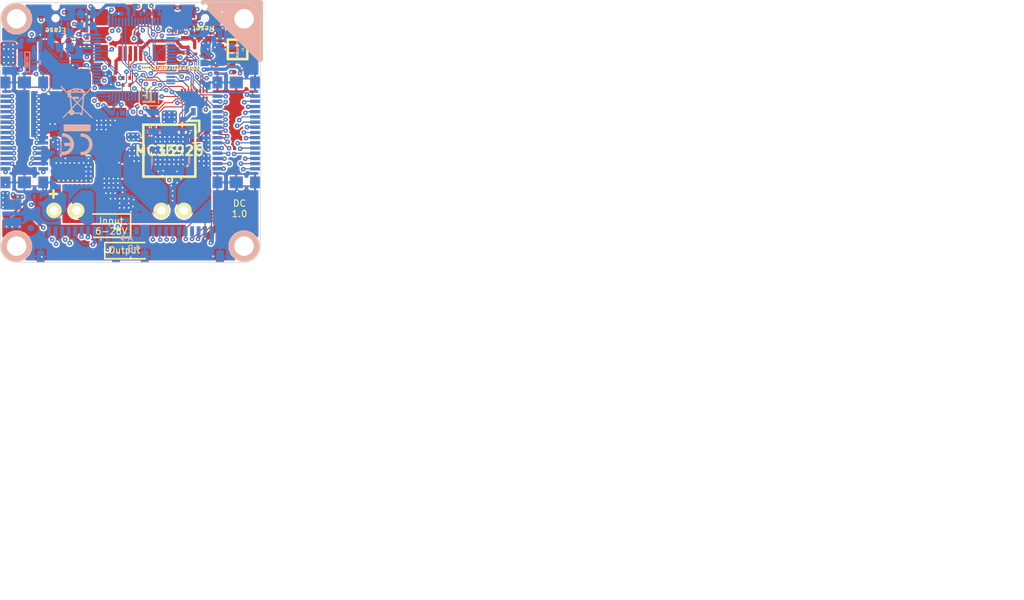
<source format=kicad_pcb>
(kicad_pcb (version 4) (host pcbnew 4.0.2+dfsg1-stable)
  (title_block (title "DC Brick") (date "13 jan 2014") (rev 1.0) (company "Tinkerforge GmbH") (comment 1 "Licensed under CERN OHL v.1.1") (comment 2 "Copyright (©) 2011, B.Nordmeyer <bastian@tinkerforge.com>"))
  (layers (0 Vorderseite signal hide) (1 GND signal hide) (2 VCC signal hide) (31 Rückseite signal hide) (34 B.Paste user) (35 F.Paste user) (36 B.SilkS user) (37 F.SilkS user) (38 B.Mask user) (39 F.Mask user) (44 Edge.Cuts user))
  (net 0 "")
  (net 1 3V3)
  (net 2 BRICKLET-I2C-SCL)
  (net 3 BRICKLET-I2C-SDA)
  (net 4 BRICKLET-IO0_0/AD0)
  (net 5 BRICKLET-IO0_1/DA0)
  (net 6 BRICKLET-IO0_2/PWM0)
  (net 7 BRICKLET-IO0_3)
  (net 8 BRICKLET-IO1_0/AD1)
  (net 9 BRICKLET-IO1_1/DA1)
  (net 10 BRICKLET-IO1_2/PWM1)
  (net 11 BRICKLET-IO1_3)
  (net 12 GND)
  (net 13 PWR-D1)
  (net 14 PWR-D2)
  (net 15 PWR-EN)
  (net 16 PWR-FB)
  (net 17 PWR-IN1)
  (net 18 PWR-IN2)
  (net 19 PWR-INV)
  (net 20 PWR-SLEW)
  (net 21 PWR-STATUS)
  (net 22 PWR-VEXT)
  (net 23 PWR-VSTACK)
  (net 24 PWR-VSTACK-SW)
  (net 25 STACK-DETECT/JTAG-TMS)
  (net 26 STACK-I2C-SCL/JTAG-TDO)
  (net 27 STACK-I2C-SDA/JTAG-TDI)
  (net 28 STACK-PGND)
  (net 29 STACK-PVCC)
  (net 30 STACK-RESET)
  (net 31 STACK-SER-RXD)
  (net 32 STACK-SER-TXD)
  (net 33 STACK-SPI-MISO)
  (net 34 STACK-SPI-MOSI)
  (net 35 STACK-SPI-SCLK)
  (net 36 STACK-SPI-SELECT)
  (net 37 STACK-SYNC/JTAG-TCK)
  (net 38 STACK-nINT0)
  (net 39 STACK-nINT1)
  (net 40 STACK-nINT2)
  (net 41 USB-DETECT)
  (net 42 VPP)
  (net 43 VSTACK)
  (net 44 VUSB)
  (net 45 XIN)
  (net 46 XOUT)
  (net 47 "Net-(C6-Pad2)")
  (net 48 "Net-(C15-Pad1)")
  (net 49 "Net-(C18-Pad2)")
  (net 50 "Net-(C23-Pad1)")
  (net 51 "Net-(C24-Pad1)")
  (net 52 "Net-(D1-Pad2)")
  (net 53 "Net-(D2-Pad2)")
  (net 54 "Net-(D3-Pad2)")
  (net 55 "Net-(D4-Pad1)")
  (net 56 "Net-(D5-Pad1)")
  (net 57 "Net-(D7-Pad2)")
  (net 58 "Net-(FB1-Pad2)")
  (net 59 "Net-(FB2-Pad2)")
  (net 60 "Net-(FB3-Pad2)")
  (net 61 "Net-(FB4-Pad1)")
  (net 62 "Net-(FB5-Pad2)")
  (net 63 "Net-(J5-Pad4)")
  (net 64 "Net-(J5-Pad3)")
  (net 65 "Net-(J5-Pad2)")
  (net 66 "Net-(J6-Pad29)")
  (net 67 "Net-(J6-Pad27)")
  (net 68 "Net-(J6-Pad25)")
  (net 69 "Net-(J6-Pad17)")
  (net 70 "Net-(J6-Pad15)")
  (net 71 "Net-(J6-Pad13)")
  (net 72 "Net-(J6-Pad7)")
  (net 73 "Net-(J6-Pad6)")
  (net 74 "Net-(J6-Pad8)")
  (net 75 "Net-(J6-Pad10)")
  (net 76 "Net-(J6-Pad12)")
  (net 77 "Net-(J6-Pad14)")
  (net 78 "Net-(J6-Pad16)")
  (net 79 "Net-(J6-Pad18)")
  (net 80 "Net-(J6-Pad22)")
  (net 81 "Net-(J6-Pad24)")
  (net 82 "Net-(J6-Pad30)")
  (net 83 "Net-(J8-Pad29)")
  (net 84 "Net-(J8-Pad30)")
  (net 85 "Net-(L1-Pad1)")
  (net 86 "Net-(P1-Pad2)")
  (net 87 "Net-(P2-Pad1)")
  (net 88 "Net-(P2-Pad2)")
  (net 89 "Net-(Q2-PadG)")
  (net 90 "Net-(R1-Pad2)")
  (net 91 "Net-(R2-Pad2)")
  (net 92 "Net-(R13-Pad2)")
  (net 93 "Net-(R14-Pad1)")
  (net 94 "Net-(RP1-Pad2)")
  (net 95 "Net-(RP1-Pad3)")
  (net 96 "Net-(RP1-Pad5)")
  (net 97 "Net-(RP1-Pad6)")
  (net 98 "Net-(RP1-Pad7)")
  (net 99 "Net-(RP1-Pad8)")
  (net 100 "Net-(RP2-Pad5)")
  (net 101 "Net-(RP2-Pad6)")
  (net 102 "Net-(RP2-Pad7)")
  (net 103 "Net-(RP2-Pad8)")
  (net 104 "Net-(RP3-Pad6)")
  (net 105 "Net-(RP3-Pad7)")
  (net 106 "Net-(RP3-Pad8)")
  (net 107 "Net-(RP4-Pad6)")
  (net 108 "Net-(RP4-Pad7)")
  (net 109 "Net-(SW2-Pad1)")
  (net 110 "Net-(U1-Pad25)")
  (net 111 "Net-(U1-Pad31)")
  (net 112 "Net-(U1-Pad32)")
  (net 113 "Net-(U1-Pad40)")
  (net 114 "Net-(U1-Pad50)")
  (net 115 "Net-(U1-Pad52)")
  (net 116 "Net-(U2-Pad9)")
  (module SOT23GDS (layer Rückseite) (at 129.35204 83.49996 90)
    (fp_text reference Q3 (at -0.0508 1.92532 90) (layer B.SilkS) (effects (font (size 0.29972 0.29972) (thickness 0.0762)) (justify mirror)))
    (fp_text value 2N7002 (at 0 0 90) (layer B.SilkS) (effects (font (size 0.29972 0.29972) (thickness 0.0762)) (justify mirror)))
    (pad S smd rect (at -0.889 1.016 90) (size 0.9144 0.9144) (layers Rückseite B.Paste B.Mask) (net 28 STACK-PGND))
    (pad G smd rect (at 0.889 1.016 90) (size 0.9144 0.9144) (layers Rückseite B.Paste B.Mask) (net 24 PWR-VSTACK-SW))
    (pad D smd rect (at 0 -1.016 90) (size 0.9144 0.9144) (layers Rückseite B.Paste B.Mask) (net 89 "Net-(Q2-PadG)"))
  )
  (module "" (layer Vorderseite) (at 149.64918 90.35034 180)
    (fp_text reference Ref** hide)
    (fp_text value Val** hide)
  )
  (module Fiducial_Mark (layer Rückseite) (at 160.79978 81.0514)
    (fp_text reference Fiducial_Mark hide)
    (fp_text value VAL** hide)
    (pad 1 smd circle (at 0 0) (size 1.00076 1.00076) (layers Rückseite B.Mask) (clearance 0.65024))
  )
  (module Fiducial_Mark (layer Rückseite) (at 129.89814 109.04982)
    (fp_text reference Fiducial_Mark hide)
    (fp_text value VAL** hide)
    (pad 1 smd circle (at 0 0) (size 1.00076 1.00076) (layers Rückseite B.Mask) (clearance 0.65024))
  )
  (module Fiducial_Mark (layer Vorderseite) (at 159.19958 110.4519)
    (fp_text reference Fiducial_Mark hide)
    (fp_text value VAL** hide)
    (pad 1 smd circle (at 0 0) (size 1.00076 1.00076) (layers Vorderseite F.Mask) (clearance 0.65024))
  )
  (module Fiducial_Mark (layer Vorderseite) (at 135.6995 80.2513)
    (fp_text reference Fiducial_Mark hide)
    (fp_text value VAL** hide)
    (pad 1 smd circle (at 0 0) (size 1.00076 1.00076) (layers Vorderseite F.Mask) (clearance 0.65024))
  )
  (module CE_5mm (layer Rückseite) (at 137 96.175 180)
    (fp_text reference VAL hide)
    (fp_text value CE_5mm hide)
  )
  (module WEEE_7mm (layer Rückseite) (at 136.975 90.65)
    (fp_text reference VAL hide)
    (fp_text value WEEE_7mm hide)
  )
  (module DRILL_NP (layer Vorderseite) (at 127.70104 76.85024 90)
    (fp_text reference J1 hide)
    (fp_text value DRILL hide)
    (pad "" thru_hole circle (at 0 0 90) (size 2.99974 2.99974) (drill 2.99974) (layers *.Cu *.SilkS *.Mask) (clearance 0.89916))
  )
  (module DRILL_NP (layer Vorderseite) (at 162.70224 76.85024)
    (fp_text reference J2 hide)
    (fp_text value DRILL hide)
    (pad "" thru_hole circle (at 0 0) (size 2.99974 2.99974) (drill 2.99974) (layers *.Cu *.SilkS *.Mask) (clearance 0.89916))
  )
  (module DRILL_NP (layer Vorderseite) (at 162.70224 111.8489 90)
    (fp_text reference J3 hide)
    (fp_text value DRILL hide)
    (pad "" thru_hole circle (at 0 0 90) (size 2.99974 2.99974) (drill 2.99974) (layers *.Cu *.SilkS *.Mask) (clearance 0.89916))
  )
  (module DRILL_NP (layer Vorderseite) (at 127.70104 111.8489)
    (fp_text reference J4 hide)
    (fp_text value DRILL hide)
    (pad "" thru_hole circle (at 0 0) (size 2.99974 2.99974) (drill 2.99974) (layers *.Cu *.SilkS *.Mask) (clearance 0.89916))
  )
  (module C0402 (layer Rückseite) (at 135.1026 82.55)
    (fp_text reference C1)
    (fp_text value 9pF)
    (pad 1 smd rect (at -0.50038 0) (size 0.39878 0.59944) (layers Rückseite B.Paste B.Mask) (net 46 XOUT))
    (pad 2 smd rect (at 0.50038 0) (size 0.39878 0.59944) (layers Rückseite B.Paste B.Mask) (net 12 GND))
  )
  (module C0402 (layer Rückseite) (at 135.1026 77.65034 180)
    (fp_text reference C2)
    (fp_text value 9pF)
    (pad 1 smd rect (at -0.50038 0 180) (size 0.39878 0.59944) (layers Rückseite B.Paste B.Mask) (net 45 XIN))
    (pad 2 smd rect (at 0.50038 0 180) (size 0.39878 0.59944) (layers Rückseite B.Paste B.Mask) (net 12 GND))
  )
  (module ELKO_83 (layer Vorderseite) (at 139.1031 91.54922 180)
    (fp_text reference C3)
    (fp_text value 220µF/35V)
    (pad 2 smd rect (at -3.50012 0 180) (size 4.0005 1.99898) (layers Vorderseite F.Paste F.Mask) (net 28 STACK-PGND))
    (pad 1 smd rect (at 3.50012 0 180) (size 4.0005 1.99898) (layers Vorderseite F.Paste F.Mask) (net 42 VPP))
  )
  (module ELKO_83 (layer Vorderseite) (at 139.1031 100.35032 180)
    (fp_text reference C4)
    (fp_text value 220µF/35V)
    (pad 2 smd rect (at -3.50012 0 180) (size 4.0005 1.99898) (layers Vorderseite F.Paste F.Mask) (net 28 STACK-PGND))
    (pad 1 smd rect (at 3.50012 0 180) (size 4.0005 1.99898) (layers Vorderseite F.Paste F.Mask) (net 42 VPP))
  )
  (module C0603 (layer Rückseite) (at 153.20264 93.14942 270)
    (fp_text reference C5)
    (fp_text value 470nF)
    (pad 1 smd rect (at -0.8001 0 270) (size 0.8001 0.8001) (layers Rückseite B.Paste B.Mask) (net 16 PWR-FB))
    (pad 2 smd rect (at 0.8001 0 270) (size 0.8001 0.8001) (layers Rückseite B.Paste B.Mask) (net 28 STACK-PGND))
  )
  (module C0603 (layer Vorderseite) (at 157.10154 93.09862 90)
    (fp_text reference C6)
    (fp_text value 100nF)
    (pad 1 smd rect (at -0.8001 0 90) (size 0.8001 0.8001) (layers Vorderseite F.Paste F.Mask) (net 42 VPP))
    (pad 2 smd rect (at 0.8001 0 90) (size 0.8001 0.8001) (layers Vorderseite F.Paste F.Mask) (net 47 "Net-(C6-Pad2)"))
  )
  (module 3528-21 (layer Rückseite) (at 127.0508 106.85018 270)
    (fp_text reference C7)
    (fp_text value 100µF)
    (pad 1 smd rect (at -1.40048 0 270) (size 1.59954 2.79908) (layers Rückseite B.Paste B.Mask) (net 43 VSTACK) (clearance 0.14986))
    (pad 2 smd rect (at 1.40048 0 270) (size 1.59954 2.79908) (layers Rückseite B.Paste B.Mask) (net 12 GND) (clearance 0.14986))
  )
  (module C0805 (layer Rückseite) (at 138.50112 76.1492 180)
    (fp_text reference C8)
    (fp_text value 10µF)
    (pad 1 smd rect (at -1.00076 0 180) (size 1.00076 1.24968) (layers Rückseite B.Paste B.Mask) (net 1 3V3) (clearance 0.14986))
    (pad 2 smd rect (at 1.00076 0 180) (size 1.00076 1.24968) (layers Rückseite B.Paste B.Mask) (net 12 GND) (clearance 0.14986))
  )
  (module C0402 (layer Rückseite) (at 144.40154 76.05014 180)
    (fp_text reference C9)
    (fp_text value 100nF)
    (pad 1 smd rect (at -0.50038 0 180) (size 0.39878 0.59944) (layers Rückseite B.Paste B.Mask) (net 1 3V3))
    (pad 2 smd rect (at 0.50038 0 180) (size 0.39878 0.59944) (layers Rückseite B.Paste B.Mask) (net 12 GND))
  )
  (module C0805 (layer Rückseite) (at 156.60116 82.64906 270)
    (fp_text reference C10)
    (fp_text value 10µF)
    (pad 1 smd rect (at -1.00076 0 270) (size 1.00076 1.24968) (layers Rückseite B.Paste B.Mask) (net 43 VSTACK) (clearance 0.14986))
    (pad 2 smd rect (at 1.00076 0 270) (size 1.00076 1.24968) (layers Rückseite B.Paste B.Mask) (net 12 GND) (clearance 0.14986))
  )
  (module C0603 (layer Rückseite) (at 143.20266 91.34856 180)
    (fp_text reference C11)
    (fp_text value 4.7µF)
    (pad 1 smd rect (at -0.8001 0 180) (size 0.8001 0.8001) (layers Rückseite B.Paste B.Mask) (net 1 3V3))
    (pad 2 smd rect (at 0.8001 0 180) (size 0.8001 0.8001) (layers Rückseite B.Paste B.Mask) (net 12 GND))
  )
  (module C0402 (layer Rückseite) (at 152.80132 79.55026 90)
    (fp_text reference C12)
    (fp_text value 100nF)
    (pad 1 smd rect (at -0.50038 0 90) (size 0.39878 0.59944) (layers Rückseite B.Paste B.Mask) (net 1 3V3))
    (pad 2 smd rect (at 0.50038 0 90) (size 0.39878 0.59944) (layers Rückseite B.Paste B.Mask) (net 12 GND))
  )
  (module C0402 (layer Rückseite) (at 143.20266 90.14968 180)
    (fp_text reference C13)
    (fp_text value 100nF)
    (pad 1 smd rect (at -0.50038 0 180) (size 0.39878 0.59944) (layers Rückseite B.Paste B.Mask) (net 1 3V3))
    (pad 2 smd rect (at 0.50038 0 180) (size 0.39878 0.59944) (layers Rückseite B.Paste B.Mask) (net 12 GND))
  )
  (module C0402 (layer Rückseite) (at 138.50112 81.84896 90)
    (fp_text reference C14)
    (fp_text value 100nF)
    (pad 1 smd rect (at -0.50038 0 90) (size 0.39878 0.59944) (layers Rückseite B.Paste B.Mask) (net 1 3V3))
    (pad 2 smd rect (at 0.50038 0 90) (size 0.39878 0.59944) (layers Rückseite B.Paste B.Mask) (net 12 GND))
  )
  (module C0603 (layer Rückseite) (at 146.70278 74.95032)
    (fp_text reference C15)
    (fp_text value 2.2µF)
    (pad 1 smd rect (at -0.8001 0) (size 0.8001 0.8001) (layers Rückseite B.Paste B.Mask) (net 48 "Net-(C15-Pad1)"))
    (pad 2 smd rect (at 0.8001 0) (size 0.8001 0.8001) (layers Rückseite B.Paste B.Mask) (net 12 GND))
  )
  (module C0402 (layer Rückseite) (at 146.30146 76.05014)
    (fp_text reference C16)
    (fp_text value 100nF)
    (pad 1 smd rect (at -0.50038 0) (size 0.39878 0.59944) (layers Rückseite B.Paste B.Mask) (net 48 "Net-(C15-Pad1)"))
    (pad 2 smd rect (at 0.50038 0) (size 0.39878 0.59944) (layers Rückseite B.Paste B.Mask) (net 12 GND))
  )
  (module C0402 (layer Rückseite) (at 149.10308 76.05014)
    (fp_text reference C17)
    (fp_text value 100nF)
    (pad 1 smd rect (at -0.50038 0) (size 0.39878 0.59944) (layers Rückseite B.Paste B.Mask) (net 48 "Net-(C15-Pad1)"))
    (pad 2 smd rect (at 0.50038 0) (size 0.39878 0.59944) (layers Rückseite B.Paste B.Mask) (net 12 GND))
  )
  (module C0402 (layer Vorderseite) (at 161.70148 85.04936)
    (fp_text reference C18)
    (fp_text value DNP)
    (pad 1 smd rect (at -0.50038 0) (size 0.39878 0.59944) (layers Vorderseite F.Paste F.Mask) (net 1 3V3))
    (pad 2 smd rect (at 0.50038 0) (size 0.39878 0.59944) (layers Vorderseite F.Paste F.Mask) (net 49 "Net-(C18-Pad2)"))
  )
  (module C0402 (layer Rückseite) (at 153.4033 82.84972)
    (fp_text reference C19)
    (fp_text value 100nF)
    (pad 1 smd rect (at -0.50038 0) (size 0.39878 0.59944) (layers Rückseite B.Paste B.Mask) (net 48 "Net-(C15-Pad1)"))
    (pad 2 smd rect (at 0.50038 0) (size 0.39878 0.59944) (layers Rückseite B.Paste B.Mask) (net 12 GND))
  )
  (module C0402 (layer Rückseite) (at 137.60196 84.00034 180)
    (fp_text reference C20)
    (fp_text value 100nF)
    (pad 1 smd rect (at -0.50038 0 180) (size 0.39878 0.59944) (layers Rückseite B.Paste B.Mask) (net 48 "Net-(C15-Pad1)"))
    (pad 2 smd rect (at 0.50038 0 180) (size 0.39878 0.59944) (layers Rückseite B.Paste B.Mask) (net 12 GND))
  )
  (module C0805 (layer Vorderseite) (at 159.00146 80.24876 270)
    (fp_text reference C21)
    (fp_text value 10µF/10V)
    (pad 1 smd rect (at -1.00076 0 270) (size 1.00076 1.24968) (layers Vorderseite F.Paste F.Mask) (net 1 3V3) (clearance 0.14986))
    (pad 2 smd rect (at 1.00076 0 270) (size 1.00076 1.24968) (layers Vorderseite F.Paste F.Mask) (net 12 GND) (clearance 0.14986))
  )
  (module C0402 (layer Rückseite) (at 159.00146 80.24876 270)
    (fp_text reference C22)
    (fp_text value 100nF)
    (pad 1 smd rect (at -0.50038 0 270) (size 0.39878 0.59944) (layers Rückseite B.Paste B.Mask) (net 1 3V3))
    (pad 2 smd rect (at 0.50038 0 270) (size 0.39878 0.59944) (layers Rückseite B.Paste B.Mask) (net 12 GND))
  )
  (module C0603 (layer Vorderseite) (at 138.303 77.7494 90)
    (fp_text reference C23)
    (fp_text value 4.7µF)
    (pad 1 smd rect (at -0.8001 0 90) (size 0.8001 0.8001) (layers Vorderseite F.Paste F.Mask) (net 50 "Net-(C23-Pad1)"))
    (pad 2 smd rect (at 0.8001 0 90) (size 0.8001 0.8001) (layers Vorderseite F.Paste F.Mask) (net 12 GND))
  )
  (module C0402 (layer Vorderseite) (at 138.50112 80.35036 270)
    (fp_text reference C24)
    (fp_text value 100nF)
    (pad 1 smd rect (at -0.50038 0 270) (size 0.39878 0.59944) (layers Vorderseite F.Paste F.Mask) (net 51 "Net-(C24-Pad1)"))
    (pad 2 smd rect (at 0.50038 0 270) (size 0.39878 0.59944) (layers Vorderseite F.Paste F.Mask) (net 12 GND))
  )
  (module C0402 (layer Rückseite) (at 142.40256 76.05014)
    (fp_text reference C25)
    (fp_text value 100nF)
    (pad 1 smd rect (at -0.50038 0) (size 0.39878 0.59944) (layers Rückseite B.Paste B.Mask) (net 1 3V3))
    (pad 2 smd rect (at 0.50038 0) (size 0.39878 0.59944) (layers Rückseite B.Paste B.Mask) (net 12 GND))
  )
  (module D0603 (layer Vorderseite) (at 153.20264 75.84948 270)
    (fp_text reference D1)
    (fp_text value blue)
    (pad 1 smd rect (at -0.8001 0 270) (size 0.8001 0.8001) (layers Vorderseite F.Paste F.Mask) (net 1 3V3))
    (pad 2 smd rect (at 0.8001 0 270) (size 0.8001 0.8001) (layers Vorderseite F.Paste F.Mask) (net 52 "Net-(D1-Pad2)"))
  )
  (module D0603 (layer Vorderseite) (at 151.7015 75.84948 270)
    (fp_text reference D2)
    (fp_text value red)
    (pad 1 smd rect (at -0.8001 0 270) (size 0.8001 0.8001) (layers Vorderseite F.Paste F.Mask) (net 1 3V3))
    (pad 2 smd rect (at 0.8001 0 270) (size 0.8001 0.8001) (layers Vorderseite F.Paste F.Mask) (net 53 "Net-(D2-Pad2)"))
  )
  (module SOD-123 (layer Rückseite) (at 146.1516 107.65028 270)
    (fp_text reference D3)
    (fp_text value Z12V)
    (pad 1 smd rect (at -1.84912 0 270) (size 1.19888 0.70104) (layers Rückseite B.Paste B.Mask) (net 28 STACK-PGND) (clearance 0.14986))
    (pad 2 smd rect (at 1.84912 0 270) (size 1.19888 0.70104) (layers Rückseite B.Paste B.Mask) (net 54 "Net-(D3-Pad2)") (clearance 0.14986))
  )
  (module SOD-128 (layer Rückseite) (at 134.3025 102.19944 270)
    (fp_text reference D4)
    (fp_text value PMEG4050BEP)
    (pad 2 smd rect (at -2.19964 0 270) (size 1.39954 2.19964) (layers Rückseite B.Paste B.Mask) (net 42 VPP))
    (pad 1 smd rect (at 2.19964 0 270) (size 1.39954 2.19964) (layers Rückseite B.Paste B.Mask) (net 55 "Net-(D4-Pad1)"))
  )
  (module SOD-128 (layer Vorderseite) (at 135.95096 85.6488 180)
    (fp_text reference D5)
    (fp_text value PMEG4050BEP)
    (pad 2 smd rect (at -2.19964 0 180) (size 1.39954 2.19964) (layers Vorderseite F.Paste F.Mask) (net 42 VPP))
    (pad 1 smd rect (at 2.19964 0 180) (size 1.39954 2.19964) (layers Vorderseite F.Paste F.Mask) (net 56 "Net-(D5-Pad1)"))
  )
  (module SOD-123 (layer Rückseite) (at 154.9019 92.99956 90)
    (fp_text reference D6)
    (fp_text value Z3.3V)
    (pad 1 smd rect (at -1.84912 0 90) (size 1.19888 0.70104) (layers Rückseite B.Paste B.Mask) (net 28 STACK-PGND) (clearance 0.14986))
    (pad 2 smd rect (at 1.84912 0 90) (size 1.19888 0.70104) (layers Rückseite B.Paste B.Mask) (net 16 PWR-FB) (clearance 0.14986))
  )
  (module SOD-123 (layer Vorderseite) (at 128.0033 107.1499 180)
    (fp_text reference D7)
    (fp_text value B0520LW-7-F)
    (pad 1 smd rect (at -1.84912 0 180) (size 1.19888 0.70104) (layers Vorderseite F.Paste F.Mask) (net 1 3V3) (clearance 0.14986))
    (pad 2 smd rect (at 1.84912 0 180) (size 1.19888 0.70104) (layers Vorderseite F.Paste F.Mask) (net 57 "Net-(D7-Pad2)") (clearance 0.14986))
  )
  (module SOD-123 (layer Vorderseite) (at 155.45308 79.84998)
    (fp_text reference D8)
    (fp_text value B0520LW-7-F)
    (pad 1 smd rect (at -1.84912 0) (size 1.19888 0.70104) (layers Vorderseite F.Paste F.Mask) (net 44 VUSB) (clearance 0.14986))
    (pad 2 smd rect (at 1.84912 0) (size 1.19888 0.70104) (layers Vorderseite F.Paste F.Mask) (net 43 VSTACK) (clearance 0.14986))
  )
  (module SOD-123 (layer Rückseite) (at 156.85262 78.5495)
    (fp_text reference D9)
    (fp_text value Z3.3V)
    (pad 1 smd rect (at -1.84912 0) (size 1.19888 0.70104) (layers Rückseite B.Paste B.Mask) (net 12 GND) (clearance 0.14986))
    (pad 2 smd rect (at 1.84912 0) (size 1.19888 0.70104) (layers Rückseite B.Paste B.Mask) (net 1 3V3) (clearance 0.14986))
  )
  (module C0402 (layer Vorderseite) (at 142.50162 85.15096)
    (fp_text reference FB1)
    (fp_text value FB)
    (pad 1 smd rect (at -0.50038 0) (size 0.39878 0.59944) (layers Vorderseite F.Paste F.Mask) (net 12 GND))
    (pad 2 smd rect (at 0.50038 0) (size 0.39878 0.59944) (layers Vorderseite F.Paste F.Mask) (net 58 "Net-(FB1-Pad2)"))
  )
  (module C0402 (layer Vorderseite) (at 142.50162 84.0486 180)
    (fp_text reference FB2)
    (fp_text value FB)
    (pad 1 smd rect (at -0.50038 0 180) (size 0.39878 0.59944) (layers Vorderseite F.Paste F.Mask) (net 58 "Net-(FB1-Pad2)"))
    (pad 2 smd rect (at 0.50038 0 180) (size 0.39878 0.59944) (layers Vorderseite F.Paste F.Mask) (net 59 "Net-(FB2-Pad2)"))
  )
  (module C0402 (layer Rückseite) (at 133.30174 96.94926 90)
    (fp_text reference FB4)
    (fp_text value FB)
    (pad 1 smd rect (at -0.50038 0 90) (size 0.39878 0.59944) (layers Rückseite B.Paste B.Mask) (net 61 "Net-(FB4-Pad1)"))
    (pad 2 smd rect (at 0.50038 0 90) (size 0.39878 0.59944) (layers Rückseite B.Paste B.Mask) (net 12 GND))
  )
  (module C0402 (layer Vorderseite) (at 126.70282 104.24922)
    (fp_text reference FB5)
    (fp_text value FB)
    (pad 1 smd rect (at -0.50038 0) (size 0.39878 0.59944) (layers Vorderseite F.Paste F.Mask) (net 43 VSTACK))
    (pad 2 smd rect (at 0.50038 0) (size 0.39878 0.59944) (layers Vorderseite F.Paste F.Mask) (net 62 "Net-(FB5-Pad2)"))
  )
  (module USB-MINI-B-SMD (layer Vorderseite) (at 145.20164 74.35088)
    (fp_text reference J5)
    (fp_text value USB-MINI-B-SMD)
    (pad "" smd rect (at 4.45008 2.25044) (size 1.99898 2.49936) (layers Vorderseite F.Paste F.Mask) (clearance 0.14986))
    (pad "" smd rect (at 4.45008 7.74954) (size 1.99898 2.49936) (layers Vorderseite F.Paste F.Mask))
    (pad 6 smd rect (at -4.45008 7.74954) (size 1.99898 2.49936) (layers Vorderseite F.Paste F.Mask) (net 59 "Net-(FB2-Pad2)"))
    (pad "" smd rect (at -4.45008 2.25044) (size 1.99898 2.49936) (layers Vorderseite F.Paste F.Mask))
    (pad "" thru_hole circle (at 2.19964 5.25018) (size 0.90932 0.90932) (drill 0.89916) (layers *.Cu *.Mask F.SilkS) (clearance 0.14986))
    (pad "" thru_hole circle (at -2.19964 5.25018) (size 0.90932 0.90932) (drill 0.89916) (layers *.Cu *.Mask F.SilkS) (clearance 0.14986))
    (pad 5 smd rect (at -1.6002 7.85114) (size 0.50038 2.30124) (layers Vorderseite F.Paste F.Mask) (net 58 "Net-(FB1-Pad2)") (clearance 0.14986))
    (pad 4 smd rect (at -0.8001 7.85114) (size 0.50038 2.30124) (layers Vorderseite F.Paste F.Mask) (net 63 "Net-(J5-Pad4)") (clearance 0.14986))
    (pad 3 smd rect (at 0 7.85114) (size 0.50038 2.30124) (layers Vorderseite F.Paste F.Mask) (net 64 "Net-(J5-Pad3)") (clearance 0.14986))
    (pad 2 smd rect (at 0.8001 7.85114) (size 0.50038 2.30124) (layers Vorderseite F.Paste F.Mask) (net 65 "Net-(J5-Pad2)") (clearance 0.14986))
    (pad 1 smd rect (at 1.6002 7.85114) (size 0.50038 2.30124) (layers Vorderseite F.Paste F.Mask) (net 60 "Net-(FB3-Pad2)") (clearance 0.14986))
  )
  (module BTB08-ACS-TOP (layer Vorderseite) (at 161.50082 94.35084 90)
    (fp_text reference J6)
    (fp_text value STACK-UP-HIGH)
    (pad 29 smd rect (at -5.59816 2.89814 270) (size 0.49784 1.4986) (layers Vorderseite F.Paste F.Mask) (net 66 "Net-(J6-Pad29)"))
    (pad 27 smd rect (at -4.79806 2.89814 270) (size 0.49784 1.4986) (layers Vorderseite F.Paste F.Mask) (net 67 "Net-(J6-Pad27)"))
    (pad 25 smd rect (at -3.99796 2.89814 270) (size 0.49784 1.4986) (layers Vorderseite F.Paste F.Mask) (net 68 "Net-(J6-Pad25)"))
    (pad 23 smd rect (at -3.19786 2.89814 270) (size 0.49784 1.4986) (layers Vorderseite F.Paste F.Mask) (net 40 STACK-nINT2))
    (pad 21 smd rect (at -2.39776 2.89814 270) (size 0.49784 1.4986) (layers Vorderseite F.Paste F.Mask) (net 39 STACK-nINT1))
    (pad 19 smd rect (at -1.59766 2.89814 270) (size 0.49784 1.4986) (layers Vorderseite F.Paste F.Mask) (net 38 STACK-nINT0))
    (pad 17 smd rect (at -0.79756 2.89814 270) (size 0.49784 1.4986) (layers Vorderseite F.Paste F.Mask) (net 69 "Net-(J6-Pad17)"))
    (pad 15 smd rect (at 0 2.89814 270) (size 0.49784 1.4986) (layers Vorderseite F.Paste F.Mask) (net 70 "Net-(J6-Pad15)"))
    (pad 13 smd rect (at 0.79756 2.89814 270) (size 0.49784 1.4986) (layers Vorderseite F.Paste F.Mask) (net 71 "Net-(J6-Pad13)"))
    (pad 11 smd rect (at 1.59766 2.89814 270) (size 0.49784 1.4986) (layers Vorderseite F.Paste F.Mask) (net 37 STACK-SYNC/JTAG-TCK))
    (pad 9 smd rect (at 2.39776 2.89814 270) (size 0.49784 1.4986) (layers Vorderseite F.Paste F.Mask) (net 25 STACK-DETECT/JTAG-TMS))
    (pad 7 smd rect (at 3.19786 2.89814 270) (size 0.49784 1.4986) (layers Vorderseite F.Paste F.Mask) (net 72 "Net-(J6-Pad7)"))
    (pad 5 smd rect (at 3.99796 2.89814 270) (size 0.49784 1.4986) (layers Vorderseite F.Paste F.Mask) (net 35 STACK-SPI-SCLK))
    (pad 3 smd rect (at 4.79806 2.89814 270) (size 0.49784 1.4986) (layers Vorderseite F.Paste F.Mask) (net 34 STACK-SPI-MOSI))
    (pad 1 smd rect (at 5.59816 2.89814 270) (size 0.49784 1.4986) (layers Vorderseite F.Paste F.Mask) (net 33 STACK-SPI-MISO))
    (pad 2 smd rect (at 5.59816 -2.89814 90) (size 0.49784 1.4986) (layers Vorderseite F.Paste F.Mask) (net 27 STACK-I2C-SDA/JTAG-TDI))
    (pad 4 smd rect (at 4.79806 -2.89814 90) (size 0.49784 1.4986) (layers Vorderseite F.Paste F.Mask) (net 26 STACK-I2C-SCL/JTAG-TDO))
    (pad 6 smd rect (at 3.99796 -2.89814 90) (size 0.49784 1.4986) (layers Vorderseite F.Paste F.Mask) (net 73 "Net-(J6-Pad6)"))
    (pad 8 smd rect (at 3.19786 -2.89814 90) (size 0.49784 1.4986) (layers Vorderseite F.Paste F.Mask) (net 74 "Net-(J6-Pad8)"))
    (pad 10 smd rect (at 2.39776 -2.89814 90) (size 0.49784 1.4986) (layers Vorderseite F.Paste F.Mask) (net 75 "Net-(J6-Pad10)"))
    (pad 12 smd rect (at 1.59766 -2.89814 90) (size 0.49784 1.4986) (layers Vorderseite F.Paste F.Mask) (net 76 "Net-(J6-Pad12)"))
    (pad 14 smd rect (at 0.79756 -2.89814 90) (size 0.49784 1.4986) (layers Vorderseite F.Paste F.Mask) (net 77 "Net-(J6-Pad14)"))
    (pad 16 smd rect (at 0 -2.89814 90) (size 0.49784 1.4986) (layers Vorderseite F.Paste F.Mask) (net 78 "Net-(J6-Pad16)"))
    (pad 18 smd rect (at -0.79756 -2.89814 90) (size 0.49784 1.4986) (layers Vorderseite F.Paste F.Mask) (net 79 "Net-(J6-Pad18)"))
    (pad 20 smd rect (at -1.59766 -2.89814 90) (size 0.49784 1.4986) (layers Vorderseite F.Paste F.Mask) (net 1 3V3))
    (pad 22 smd rect (at -2.39776 -2.89814 90) (size 0.49784 1.4986) (layers Vorderseite F.Paste F.Mask) (net 80 "Net-(J6-Pad22)"))
    (pad 24 smd rect (at -3.19786 -2.89814 90) (size 0.49784 1.4986) (layers Vorderseite F.Paste F.Mask) (net 81 "Net-(J6-Pad24)"))
    (pad 26 smd rect (at -3.99796 -2.89814 90) (size 0.49784 1.4986) (layers Vorderseite F.Paste F.Mask) (net 31 STACK-SER-RXD))
    (pad 28 smd rect (at -4.79806 -2.89814 90) (size 0.49784 1.4986) (layers Vorderseite F.Paste F.Mask) (net 32 STACK-SER-TXD))
    (pad 30 smd rect (at -5.59816 -2.89814 90) (size 0.49784 1.4986) (layers Vorderseite F.Paste F.Mask) (net 82 "Net-(J6-Pad30)"))
    (pad EP smd rect (at 7.69874 -2.90068 90) (size 1.80086 1.50114) (layers Vorderseite F.Paste F.Mask) (net 12 GND))
    (pad EP smd rect (at 7.69874 2.90068 90) (size 1.80086 1.50114) (layers Vorderseite F.Paste F.Mask) (net 12 GND))
    (pad EP smd rect (at -7.69874 2.90068 90) (size 1.80086 1.50114) (layers Vorderseite F.Paste F.Mask) (net 12 GND))
    (pad EP smd rect (at -7.69874 -2.90068 90) (size 1.80086 1.50114) (layers Vorderseite F.Paste F.Mask) (net 12 GND))
    (pad EP smd rect (at 7.69874 0 90) (size 1.80086 1.99898) (layers Vorderseite F.Paste F.Mask) (net 12 GND))
    (pad EP smd rect (at -7.69874 0 90) (size 1.80086 1.99898) (layers Vorderseite F.Paste F.Mask) (net 12 GND))
    (pad "" thru_hole circle (at 7.59968 1.69926 90) (size 0.8001 0.8001) (drill 0.8001) (layers *.Cu *.Mask F.SilkS))
    (pad "" thru_hole circle (at -7.59968 1.69926 90) (size 0.8001 0.8001) (drill 0.8001) (layers *.Cu *.Mask F.SilkS))
  )
  (module BTB08-ACS-BTM (layer Rückseite) (at 161.50082 94.35084 270)
    (fp_text reference J7)
    (fp_text value STACK-DOWN)
    (pad 1 smd rect (at -5.59816 -2.89814 90) (size 0.49784 1.4986) (layers Rückseite B.Paste B.Mask) (net 33 STACK-SPI-MISO))
    (pad 3 smd rect (at -4.79806 -2.89814 90) (size 0.49784 1.4986) (layers Rückseite B.Paste B.Mask) (net 34 STACK-SPI-MOSI))
    (pad 5 smd rect (at -3.99796 -2.89814 90) (size 0.49784 1.4986) (layers Rückseite B.Paste B.Mask) (net 35 STACK-SPI-SCLK))
    (pad 7 smd rect (at -3.19786 -2.89814 90) (size 0.49784 1.4986) (layers Rückseite B.Paste B.Mask) (net 72 "Net-(J6-Pad7)"))
    (pad 9 smd rect (at -2.39776 -2.89814 90) (size 0.49784 1.4986) (layers Rückseite B.Paste B.Mask) (net 25 STACK-DETECT/JTAG-TMS))
    (pad 11 smd rect (at -1.59766 -2.89814 90) (size 0.49784 1.4986) (layers Rückseite B.Paste B.Mask) (net 37 STACK-SYNC/JTAG-TCK))
    (pad 13 smd rect (at -0.79756 -2.89814 90) (size 0.49784 1.4986) (layers Rückseite B.Paste B.Mask) (net 71 "Net-(J6-Pad13)"))
    (pad 15 smd rect (at 0 -2.89814 90) (size 0.49784 1.4986) (layers Rückseite B.Paste B.Mask) (net 70 "Net-(J6-Pad15)"))
    (pad 17 smd rect (at 0.79756 -2.89814 90) (size 0.49784 1.4986) (layers Rückseite B.Paste B.Mask) (net 69 "Net-(J6-Pad17)"))
    (pad 19 smd rect (at 1.59766 -2.89814 90) (size 0.49784 1.4986) (layers Rückseite B.Paste B.Mask) (net 38 STACK-nINT0))
    (pad 21 smd rect (at 2.39776 -2.89814 90) (size 0.49784 1.4986) (layers Rückseite B.Paste B.Mask) (net 39 STACK-nINT1))
    (pad 23 smd rect (at 3.19786 -2.89814 90) (size 0.49784 1.4986) (layers Rückseite B.Paste B.Mask) (net 40 STACK-nINT2))
    (pad 25 smd rect (at 3.99796 -2.89814 90) (size 0.49784 1.4986) (layers Rückseite B.Paste B.Mask) (net 68 "Net-(J6-Pad25)"))
    (pad 27 smd rect (at 4.79806 -2.89814 90) (size 0.49784 1.4986) (layers Rückseite B.Paste B.Mask) (net 67 "Net-(J6-Pad27)"))
    (pad 29 smd rect (at 5.59816 -2.89814 90) (size 0.49784 1.4986) (layers Rückseite B.Paste B.Mask) (net 66 "Net-(J6-Pad29)"))
    (pad 30 smd rect (at 5.59816 2.89814 270) (size 0.49784 1.4986) (layers Rückseite B.Paste B.Mask) (net 82 "Net-(J6-Pad30)"))
    (pad 28 smd rect (at 4.79806 2.89814 270) (size 0.49784 1.4986) (layers Rückseite B.Paste B.Mask) (net 32 STACK-SER-TXD))
    (pad 26 smd rect (at 3.99796 2.89814 270) (size 0.49784 1.4986) (layers Rückseite B.Paste B.Mask) (net 31 STACK-SER-RXD))
    (pad 24 smd rect (at 3.19786 2.89814 270) (size 0.49784 1.4986) (layers Rückseite B.Paste B.Mask) (net 81 "Net-(J6-Pad24)"))
    (pad 22 smd rect (at 2.39776 2.89814 270) (size 0.49784 1.4986) (layers Rückseite B.Paste B.Mask) (net 80 "Net-(J6-Pad22)"))
    (pad 20 smd rect (at 1.59766 2.89814 270) (size 0.49784 1.4986) (layers Rückseite B.Paste B.Mask) (net 79 "Net-(J6-Pad18)"))
    (pad 18 smd rect (at 0.79756 2.89814 270) (size 0.49784 1.4986) (layers Rückseite B.Paste B.Mask) (net 78 "Net-(J6-Pad16)"))
    (pad 16 smd rect (at 0 2.89814 270) (size 0.49784 1.4986) (layers Rückseite B.Paste B.Mask) (net 77 "Net-(J6-Pad14)"))
    (pad 14 smd rect (at -0.79756 2.89814 270) (size 0.49784 1.4986) (layers Rückseite B.Paste B.Mask) (net 76 "Net-(J6-Pad12)"))
    (pad 12 smd rect (at -1.59766 2.89814 270) (size 0.49784 1.4986) (layers Rückseite B.Paste B.Mask) (net 75 "Net-(J6-Pad10)"))
    (pad 10 smd rect (at -2.39776 2.89814 270) (size 0.49784 1.4986) (layers Rückseite B.Paste B.Mask) (net 74 "Net-(J6-Pad8)"))
    (pad 8 smd rect (at -3.19786 2.89814 270) (size 0.49784 1.4986) (layers Rückseite B.Paste B.Mask) (net 73 "Net-(J6-Pad6)"))
    (pad 6 smd rect (at -3.99796 2.89814 270) (size 0.49784 1.4986) (layers Rückseite B.Paste B.Mask) (net 36 STACK-SPI-SELECT))
    (pad 4 smd rect (at -4.79806 2.89814 270) (size 0.49784 1.4986) (layers Rückseite B.Paste B.Mask) (net 26 STACK-I2C-SCL/JTAG-TDO))
    (pad 2 smd rect (at -5.59816 2.89814 270) (size 0.49784 1.4986) (layers Rückseite B.Paste B.Mask) (net 27 STACK-I2C-SDA/JTAG-TDI))
    (pad EP smd rect (at 7.69874 2.90068 270) (size 1.80086 1.50114) (layers Rückseite B.Paste B.Mask) (net 12 GND))
    (pad EP smd rect (at 7.69874 -2.90068 270) (size 1.80086 1.50114) (layers Rückseite B.Paste B.Mask) (net 12 GND))
    (pad EP smd rect (at -7.69874 -2.90068 270) (size 1.80086 1.50114) (layers Rückseite B.Paste B.Mask) (net 12 GND))
    (pad EP smd rect (at -7.69874 2.90068 270) (size 1.80086 1.50114) (layers Rückseite B.Paste B.Mask) (net 12 GND))
    (pad EP smd rect (at 7.69874 0 270) (size 1.80086 1.99898) (layers Rückseite B.Paste B.Mask) (net 12 GND))
    (pad EP smd rect (at -7.69874 0 270) (size 1.80086 1.99898) (layers Rückseite B.Paste B.Mask) (net 12 GND))
    (pad "" thru_hole circle (at 7.59968 -1.69926 270) (size 0.8001 0.8001) (drill 0.8001) (layers *.Cu *.Mask B.SilkS))
    (pad "" thru_hole circle (at -7.59968 -1.69926 270) (size 0.8001 0.8001) (drill 0.8001) (layers *.Cu *.Mask B.SilkS))
  )
  (module BTB08-ACS-TOP (layer Vorderseite) (at 128.90246 94.35084 90)
    (fp_text reference J8)
    (fp_text value STACK-UP-HIGH)
    (pad 29 smd rect (at -5.59816 2.89814 270) (size 0.49784 1.4986) (layers Vorderseite F.Paste F.Mask) (net 83 "Net-(J8-Pad29)"))
    (pad 27 smd rect (at -4.79806 2.89814 270) (size 0.49784 1.4986) (layers Vorderseite F.Paste F.Mask) (net 61 "Net-(FB4-Pad1)"))
    (pad 25 smd rect (at -3.99796 2.89814 270) (size 0.49784 1.4986) (layers Vorderseite F.Paste F.Mask) (net 61 "Net-(FB4-Pad1)"))
    (pad 23 smd rect (at -3.19786 2.89814 270) (size 0.49784 1.4986) (layers Vorderseite F.Paste F.Mask) (net 61 "Net-(FB4-Pad1)"))
    (pad 21 smd rect (at -2.39776 2.89814 270) (size 0.49784 1.4986) (layers Vorderseite F.Paste F.Mask) (net 61 "Net-(FB4-Pad1)"))
    (pad 19 smd rect (at -1.59766 2.89814 270) (size 0.49784 1.4986) (layers Vorderseite F.Paste F.Mask) (net 28 STACK-PGND))
    (pad 17 smd rect (at -0.79756 2.89814 270) (size 0.49784 1.4986) (layers Vorderseite F.Paste F.Mask) (net 28 STACK-PGND))
    (pad 15 smd rect (at 0 2.89814 270) (size 0.49784 1.4986) (layers Vorderseite F.Paste F.Mask) (net 28 STACK-PGND))
    (pad 13 smd rect (at 0.79756 2.89814 270) (size 0.49784 1.4986) (layers Vorderseite F.Paste F.Mask) (net 28 STACK-PGND))
    (pad 11 smd rect (at 1.59766 2.89814 270) (size 0.49784 1.4986) (layers Vorderseite F.Paste F.Mask) (net 28 STACK-PGND))
    (pad 9 smd rect (at 2.39776 2.89814 270) (size 0.49784 1.4986) (layers Vorderseite F.Paste F.Mask) (net 28 STACK-PGND))
    (pad 7 smd rect (at 3.19786 2.89814 270) (size 0.49784 1.4986) (layers Vorderseite F.Paste F.Mask) (net 28 STACK-PGND))
    (pad 5 smd rect (at 3.99796 2.89814 270) (size 0.49784 1.4986) (layers Vorderseite F.Paste F.Mask) (net 28 STACK-PGND))
    (pad 3 smd rect (at 4.79806 2.89814 270) (size 0.49784 1.4986) (layers Vorderseite F.Paste F.Mask) (net 28 STACK-PGND))
    (pad 1 smd rect (at 5.59816 2.89814 270) (size 0.49784 1.4986) (layers Vorderseite F.Paste F.Mask) (net 28 STACK-PGND))
    (pad 2 smd rect (at 5.59816 -2.89814 90) (size 0.49784 1.4986) (layers Vorderseite F.Paste F.Mask) (net 29 STACK-PVCC))
    (pad 4 smd rect (at 4.79806 -2.89814 90) (size 0.49784 1.4986) (layers Vorderseite F.Paste F.Mask) (net 29 STACK-PVCC))
    (pad 6 smd rect (at 3.99796 -2.89814 90) (size 0.49784 1.4986) (layers Vorderseite F.Paste F.Mask) (net 29 STACK-PVCC))
    (pad 8 smd rect (at 3.19786 -2.89814 90) (size 0.49784 1.4986) (layers Vorderseite F.Paste F.Mask) (net 29 STACK-PVCC))
    (pad 10 smd rect (at 2.39776 -2.89814 90) (size 0.49784 1.4986) (layers Vorderseite F.Paste F.Mask) (net 29 STACK-PVCC))
    (pad 12 smd rect (at 1.59766 -2.89814 90) (size 0.49784 1.4986) (layers Vorderseite F.Paste F.Mask) (net 29 STACK-PVCC))
    (pad 14 smd rect (at 0.79756 -2.89814 90) (size 0.49784 1.4986) (layers Vorderseite F.Paste F.Mask) (net 29 STACK-PVCC))
    (pad 16 smd rect (at 0 -2.89814 90) (size 0.49784 1.4986) (layers Vorderseite F.Paste F.Mask) (net 29 STACK-PVCC))
    (pad 18 smd rect (at -0.79756 -2.89814 90) (size 0.49784 1.4986) (layers Vorderseite F.Paste F.Mask) (net 29 STACK-PVCC))
    (pad 20 smd rect (at -1.59766 -2.89814 90) (size 0.49784 1.4986) (layers Vorderseite F.Paste F.Mask) (net 29 STACK-PVCC))
    (pad 22 smd rect (at -2.39776 -2.89814 90) (size 0.49784 1.4986) (layers Vorderseite F.Paste F.Mask) (net 62 "Net-(FB5-Pad2)"))
    (pad 24 smd rect (at -3.19786 -2.89814 90) (size 0.49784 1.4986) (layers Vorderseite F.Paste F.Mask) (net 62 "Net-(FB5-Pad2)"))
    (pad 26 smd rect (at -3.99796 -2.89814 90) (size 0.49784 1.4986) (layers Vorderseite F.Paste F.Mask) (net 62 "Net-(FB5-Pad2)"))
    (pad 28 smd rect (at -4.79806 -2.89814 90) (size 0.49784 1.4986) (layers Vorderseite F.Paste F.Mask) (net 57 "Net-(D7-Pad2)"))
    (pad 30 smd rect (at -5.59816 -2.89814 90) (size 0.49784 1.4986) (layers Vorderseite F.Paste F.Mask) (net 84 "Net-(J8-Pad30)"))
    (pad EP smd rect (at 7.69874 -2.90068 90) (size 1.80086 1.50114) (layers Vorderseite F.Paste F.Mask) (net 12 GND))
    (pad EP smd rect (at 7.69874 2.90068 90) (size 1.80086 1.50114) (layers Vorderseite F.Paste F.Mask) (net 12 GND))
    (pad EP smd rect (at -7.69874 2.90068 90) (size 1.80086 1.50114) (layers Vorderseite F.Paste F.Mask) (net 12 GND))
    (pad EP smd rect (at -7.69874 -2.90068 90) (size 1.80086 1.50114) (layers Vorderseite F.Paste F.Mask) (net 12 GND))
    (pad EP smd rect (at 7.69874 0 90) (size 1.80086 1.99898) (layers Vorderseite F.Paste F.Mask) (net 12 GND))
    (pad EP smd rect (at -7.69874 0 90) (size 1.80086 1.99898) (layers Vorderseite F.Paste F.Mask) (net 12 GND))
    (pad "" thru_hole circle (at 7.59968 1.69926 90) (size 0.8001 0.8001) (drill 0.8001) (layers *.Cu *.Mask F.SilkS))
    (pad "" thru_hole circle (at -7.59968 1.69926 90) (size 0.8001 0.8001) (drill 0.8001) (layers *.Cu *.Mask F.SilkS))
  )
  (module BTB08-ACS-BTM (layer Rückseite) (at 128.90246 94.35084 270)
    (fp_text reference J9)
    (fp_text value STACK-DOWN)
    (pad 1 smd rect (at -5.59816 -2.89814 90) (size 0.49784 1.4986) (layers Rückseite B.Paste B.Mask) (net 28 STACK-PGND))
    (pad 3 smd rect (at -4.79806 -2.89814 90) (size 0.49784 1.4986) (layers Rückseite B.Paste B.Mask) (net 28 STACK-PGND))
    (pad 5 smd rect (at -3.99796 -2.89814 90) (size 0.49784 1.4986) (layers Rückseite B.Paste B.Mask) (net 28 STACK-PGND))
    (pad 7 smd rect (at -3.19786 -2.89814 90) (size 0.49784 1.4986) (layers Rückseite B.Paste B.Mask) (net 28 STACK-PGND))
    (pad 9 smd rect (at -2.39776 -2.89814 90) (size 0.49784 1.4986) (layers Rückseite B.Paste B.Mask) (net 28 STACK-PGND))
    (pad 11 smd rect (at -1.59766 -2.89814 90) (size 0.49784 1.4986) (layers Rückseite B.Paste B.Mask) (net 28 STACK-PGND))
    (pad 13 smd rect (at -0.79756 -2.89814 90) (size 0.49784 1.4986) (layers Rückseite B.Paste B.Mask) (net 28 STACK-PGND))
    (pad 15 smd rect (at 0 -2.89814 90) (size 0.49784 1.4986) (layers Rückseite B.Paste B.Mask) (net 28 STACK-PGND))
    (pad 17 smd rect (at 0.79756 -2.89814 90) (size 0.49784 1.4986) (layers Rückseite B.Paste B.Mask) (net 28 STACK-PGND))
    (pad 19 smd rect (at 1.59766 -2.89814 90) (size 0.49784 1.4986) (layers Rückseite B.Paste B.Mask) (net 28 STACK-PGND))
    (pad 21 smd rect (at 2.39776 -2.89814 90) (size 0.49784 1.4986) (layers Rückseite B.Paste B.Mask) (net 61 "Net-(FB4-Pad1)"))
    (pad 23 smd rect (at 3.19786 -2.89814 90) (size 0.49784 1.4986) (layers Rückseite B.Paste B.Mask) (net 61 "Net-(FB4-Pad1)"))
    (pad 25 smd rect (at 3.99796 -2.89814 90) (size 0.49784 1.4986) (layers Rückseite B.Paste B.Mask) (net 61 "Net-(FB4-Pad1)"))
    (pad 27 smd rect (at 4.79806 -2.89814 90) (size 0.49784 1.4986) (layers Rückseite B.Paste B.Mask) (net 61 "Net-(FB4-Pad1)"))
    (pad 29 smd rect (at 5.59816 -2.89814 90) (size 0.49784 1.4986) (layers Rückseite B.Paste B.Mask) (net 83 "Net-(J8-Pad29)"))
    (pad 30 smd rect (at 5.59816 2.89814 270) (size 0.49784 1.4986) (layers Rückseite B.Paste B.Mask) (net 84 "Net-(J8-Pad30)"))
    (pad 28 smd rect (at 4.79806 2.89814 270) (size 0.49784 1.4986) (layers Rückseite B.Paste B.Mask) (net 57 "Net-(D7-Pad2)"))
    (pad 26 smd rect (at 3.99796 2.89814 270) (size 0.49784 1.4986) (layers Rückseite B.Paste B.Mask) (net 62 "Net-(FB5-Pad2)"))
    (pad 24 smd rect (at 3.19786 2.89814 270) (size 0.49784 1.4986) (layers Rückseite B.Paste B.Mask) (net 62 "Net-(FB5-Pad2)"))
    (pad 22 smd rect (at 2.39776 2.89814 270) (size 0.49784 1.4986) (layers Rückseite B.Paste B.Mask) (net 62 "Net-(FB5-Pad2)"))
    (pad 20 smd rect (at 1.59766 2.89814 270) (size 0.49784 1.4986) (layers Rückseite B.Paste B.Mask) (net 29 STACK-PVCC))
    (pad 18 smd rect (at 0.79756 2.89814 270) (size 0.49784 1.4986) (layers Rückseite B.Paste B.Mask) (net 29 STACK-PVCC))
    (pad 16 smd rect (at 0 2.89814 270) (size 0.49784 1.4986) (layers Rückseite B.Paste B.Mask) (net 29 STACK-PVCC))
    (pad 14 smd rect (at -0.79756 2.89814 270) (size 0.49784 1.4986) (layers Rückseite B.Paste B.Mask) (net 29 STACK-PVCC))
    (pad 12 smd rect (at -1.59766 2.89814 270) (size 0.49784 1.4986) (layers Rückseite B.Paste B.Mask) (net 29 STACK-PVCC))
    (pad 10 smd rect (at -2.39776 2.89814 270) (size 0.49784 1.4986) (layers Rückseite B.Paste B.Mask) (net 29 STACK-PVCC))
    (pad 8 smd rect (at -3.19786 2.89814 270) (size 0.49784 1.4986) (layers Rückseite B.Paste B.Mask) (net 29 STACK-PVCC))
    (pad 6 smd rect (at -3.99796 2.89814 270) (size 0.49784 1.4986) (layers Rückseite B.Paste B.Mask) (net 29 STACK-PVCC))
    (pad 4 smd rect (at -4.79806 2.89814 270) (size 0.49784 1.4986) (layers Rückseite B.Paste B.Mask) (net 29 STACK-PVCC))
    (pad 2 smd rect (at -5.59816 2.89814 270) (size 0.49784 1.4986) (layers Rückseite B.Paste B.Mask) (net 29 STACK-PVCC))
    (pad EP smd rect (at 7.69874 2.90068 270) (size 1.80086 1.50114) (layers Rückseite B.Paste B.Mask) (net 12 GND))
    (pad EP smd rect (at 7.69874 -2.90068 270) (size 1.80086 1.50114) (layers Rückseite B.Paste B.Mask) (net 12 GND))
    (pad EP smd rect (at -7.69874 -2.90068 270) (size 1.80086 1.50114) (layers Rückseite B.Paste B.Mask) (net 12 GND))
    (pad EP smd rect (at -7.69874 2.90068 270) (size 1.80086 1.50114) (layers Rückseite B.Paste B.Mask) (net 12 GND))
    (pad EP smd rect (at 7.69874 0 270) (size 1.80086 1.99898) (layers Rückseite B.Paste B.Mask) (net 12 GND))
    (pad EP smd rect (at -7.69874 0 270) (size 1.80086 1.99898) (layers Rückseite B.Paste B.Mask) (net 12 GND))
    (pad "" thru_hole circle (at 7.59968 -1.69926 270) (size 0.8001 0.8001) (drill 0.8001) (layers *.Cu *.Mask B.SilkS))
    (pad "" thru_hole circle (at -7.59968 -1.69926 270) (size 0.8001 0.8001) (drill 0.8001) (layers *.Cu *.Mask B.SilkS))
  )
  (module C0805 (layer Rückseite) (at 138.50112 77.95006)
    (fp_text reference L2)
    (fp_text value LBR2012T100K)
    (pad 1 smd rect (at -1.00076 0) (size 1.00076 1.24968) (layers Rückseite B.Paste B.Mask) (net 48 "Net-(C15-Pad1)") (clearance 0.14986))
    (pad 2 smd rect (at 1.00076 0) (size 1.00076 1.24968) (layers Rückseite B.Paste B.Mask) (net 51 "Net-(C24-Pad1)") (clearance 0.14986))
  )
  (module OQ_2P (layer Vorderseite) (at 135.20166 106.3498)
    (fp_text reference P1)
    (fp_text value black)
    (pad 1 thru_hole circle (at -1.75006 0) (size 2.4003 2.4003) (drill 1.39954) (layers *.Cu *.Mask F.SilkS) (net 55 "Net-(D4-Pad1)"))
    (pad 2 thru_hole circle (at 1.75006 0) (size 2.4003 2.4003) (drill 1.39954) (layers *.Cu *.Mask F.SilkS) (net 86 "Net-(P1-Pad2)"))
  )
  (module OQ_2P (layer Vorderseite) (at 151.7015 106.3498)
    (fp_text reference P2)
    (fp_text value green)
    (pad 1 thru_hole circle (at -1.75006 0) (size 2.4003 2.4003) (drill 1.39954) (layers *.Cu *.Mask F.SilkS) (net 87 "Net-(P2-Pad1)"))
    (pad 2 thru_hole circle (at 1.75006 0) (size 2.4003 2.4003) (drill 1.39954) (layers *.Cu *.Mask F.SilkS) (net 88 "Net-(P2-Pad2)"))
  )
  (module CON-SENSOR (layer Rückseite) (at 137.20318 114.3508 180)
    (fp_text reference P3)
    (fp_text value CON-SENSOR)
    (pad 1 smd rect (at -4.50088 4.7752 180) (size 0.59944 1.5494) (layers Rückseite B.Paste B.Mask) (net 43 VSTACK))
    (pad 2 smd rect (at -3.50012 4.7752 180) (size 0.59944 1.5494) (layers Rückseite B.Paste B.Mask) (net 12 GND))
    (pad 3 smd rect (at -2.49936 4.7752 180) (size 0.59944 1.5494) (layers Rückseite B.Paste B.Mask) (net 1 3V3))
    (pad 4 smd rect (at -1.50114 4.7752 180) (size 0.59944 1.5494) (layers Rückseite B.Paste B.Mask) (net 2 BRICKLET-I2C-SCL))
    (pad 5 smd rect (at -0.50038 4.7752 180) (size 0.59944 1.5494) (layers Rückseite B.Paste B.Mask) (net 3 BRICKLET-I2C-SDA))
    (pad 6 smd rect (at 0.50038 4.7752 180) (size 0.59944 1.5494) (layers Rückseite B.Paste B.Mask) (net 1 3V3))
    (pad 7 smd rect (at 1.50114 4.7752 180) (size 0.59944 1.5494) (layers Rückseite B.Paste B.Mask) (net 4 BRICKLET-IO0_0/AD0))
    (pad 8 smd rect (at 2.49936 4.7752 180) (size 0.59944 1.5494) (layers Rückseite B.Paste B.Mask) (net 5 BRICKLET-IO0_1/DA0))
    (pad 9 smd rect (at 3.50012 4.7752 180) (size 0.59944 1.5494) (layers Rückseite B.Paste B.Mask) (net 6 BRICKLET-IO0_2/PWM0))
    (pad 10 smd rect (at 4.50088 4.7752 180) (size 0.59944 1.5494) (layers Rückseite B.Paste B.Mask) (net 7 BRICKLET-IO0_3))
    (pad EP smd rect (at -5.79882 0.89916 180) (size 1.19888 1.80086) (layers Rückseite B.Paste B.Mask) (net 12 GND))
    (pad EP smd rect (at 5.79882 0.89916 180) (size 1.19888 1.80086) (layers Rückseite B.Paste B.Mask) (net 12 GND))
  )
  (module CON-SENSOR (layer Rückseite) (at 153.20264 114.3508 180)
    (fp_text reference P4)
    (fp_text value CON-SENSOR)
    (pad 1 smd rect (at -4.50088 4.7752 180) (size 0.59944 1.5494) (layers Rückseite B.Paste B.Mask) (net 43 VSTACK))
    (pad 2 smd rect (at -3.50012 4.7752 180) (size 0.59944 1.5494) (layers Rückseite B.Paste B.Mask) (net 12 GND))
    (pad 3 smd rect (at -2.49936 4.7752 180) (size 0.59944 1.5494) (layers Rückseite B.Paste B.Mask) (net 1 3V3))
    (pad 4 smd rect (at -1.50114 4.7752 180) (size 0.59944 1.5494) (layers Rückseite B.Paste B.Mask) (net 2 BRICKLET-I2C-SCL))
    (pad 5 smd rect (at -0.50038 4.7752 180) (size 0.59944 1.5494) (layers Rückseite B.Paste B.Mask) (net 3 BRICKLET-I2C-SDA))
    (pad 6 smd rect (at 0.50038 4.7752 180) (size 0.59944 1.5494) (layers Rückseite B.Paste B.Mask) (net 12 GND))
    (pad 7 smd rect (at 1.50114 4.7752 180) (size 0.59944 1.5494) (layers Rückseite B.Paste B.Mask) (net 8 BRICKLET-IO1_0/AD1))
    (pad 8 smd rect (at 2.49936 4.7752 180) (size 0.59944 1.5494) (layers Rückseite B.Paste B.Mask) (net 9 BRICKLET-IO1_1/DA1))
    (pad 9 smd rect (at 3.50012 4.7752 180) (size 0.59944 1.5494) (layers Rückseite B.Paste B.Mask) (net 10 BRICKLET-IO1_2/PWM1))
    (pad 10 smd rect (at 4.50088 4.7752 180) (size 0.59944 1.5494) (layers Rückseite B.Paste B.Mask) (net 11 BRICKLET-IO1_3))
    (pad EP smd rect (at -5.79882 0.89916 180) (size 1.19888 1.80086) (layers Rückseite B.Paste B.Mask) (net 12 GND))
    (pad EP smd rect (at 5.79882 0.89916 180) (size 1.19888 1.80086) (layers Rückseite B.Paste B.Mask) (net 12 GND))
  )
  (module SOIC-8-MOSFET (layer Rückseite) (at 141.55166 105.90022 270)
    (fp_text reference Q1)
    (fp_text value FDS8449)
    (pad S smd rect (at -1.90246 -2.69748 90) (size 0.59944 1.5494) (layers Rückseite B.Paste B.Mask) (net 28 STACK-PGND))
    (pad S smd rect (at -0.63246 -2.69748 90) (size 0.59944 1.5494) (layers Rückseite B.Paste B.Mask) (net 28 STACK-PGND))
    (pad S smd rect (at 0.63246 -2.69748 90) (size 0.59944 1.5494) (layers Rückseite B.Paste B.Mask) (net 28 STACK-PGND))
    (pad G smd rect (at 1.90246 -2.69748 90) (size 0.59944 1.5494) (layers Rückseite B.Paste B.Mask) (net 54 "Net-(D3-Pad2)"))
    (pad D smd rect (at 1.90246 2.69748 270) (size 0.59944 1.5494) (layers Rückseite B.Paste B.Mask) (net 86 "Net-(P1-Pad2)"))
    (pad D smd rect (at 0.63246 2.69748 270) (size 0.59944 1.5494) (layers Rückseite B.Paste B.Mask) (net 86 "Net-(P1-Pad2)"))
    (pad D smd rect (at -0.63246 2.69748 270) (size 0.59944 1.5494) (layers Rückseite B.Paste B.Mask) (net 86 "Net-(P1-Pad2)"))
    (pad D smd rect (at -1.90246 2.69748 270) (size 0.59944 1.5494) (layers Rückseite B.Paste B.Mask) (net 86 "Net-(P1-Pad2)"))
  )
  (module SOIC-8-MOSFET (layer Vorderseite) (at 129.15138 82.75066 270)
    (fp_text reference Q2)
    (fp_text value AO4421)
    (pad S smd rect (at -1.90246 2.69748 90) (size 0.59944 1.5494) (layers Vorderseite F.Paste F.Mask) (net 29 STACK-PVCC))
    (pad S smd rect (at -0.63246 2.69748 90) (size 0.59944 1.5494) (layers Vorderseite F.Paste F.Mask) (net 29 STACK-PVCC))
    (pad S smd rect (at 0.63246 2.69748 90) (size 0.59944 1.5494) (layers Vorderseite F.Paste F.Mask) (net 29 STACK-PVCC))
    (pad G smd rect (at 1.90246 2.69748 90) (size 0.59944 1.5494) (layers Vorderseite F.Paste F.Mask) (net 89 "Net-(Q2-PadG)"))
    (pad D smd rect (at 1.90246 -2.69748 270) (size 0.59944 1.5494) (layers Vorderseite F.Paste F.Mask) (net 56 "Net-(D5-Pad1)"))
    (pad D smd rect (at 0.63246 -2.69748 270) (size 0.59944 1.5494) (layers Vorderseite F.Paste F.Mask) (net 56 "Net-(D5-Pad1)"))
    (pad D smd rect (at -0.63246 -2.69748 270) (size 0.59944 1.5494) (layers Vorderseite F.Paste F.Mask) (net 56 "Net-(D5-Pad1)"))
    (pad D smd rect (at -1.90246 -2.69748 270) (size 0.59944 1.5494) (layers Vorderseite F.Paste F.Mask) (net 56 "Net-(D5-Pad1)"))
  )
  (module R0402 (layer Vorderseite) (at 144.6022 87.05088 180)
    (fp_text reference R1)
    (fp_text value 27)
    (pad 1 smd rect (at -0.50038 0 180) (size 0.39878 0.59944) (layers Vorderseite F.Paste F.Mask) (net 65 "Net-(J5-Pad2)"))
    (pad 2 smd rect (at 0.50038 0 180) (size 0.39878 0.59944) (layers Vorderseite F.Paste F.Mask) (net 90 "Net-(R1-Pad2)"))
  )
  (module R0402 (layer Vorderseite) (at 144.6022 85.94852 180)
    (fp_text reference R2)
    (fp_text value 27)
    (pad 1 smd rect (at -0.50038 0 180) (size 0.39878 0.59944) (layers Vorderseite F.Paste F.Mask) (net 64 "Net-(J5-Pad3)"))
    (pad 2 smd rect (at 0.50038 0 180) (size 0.39878 0.59944) (layers Vorderseite F.Paste F.Mask) (net 91 "Net-(R2-Pad2)"))
  )
  (module R0402 (layer Vorderseite) (at 154.1018 82.75066 270)
    (fp_text reference R3)
    (fp_text value 1.8k)
    (pad 1 smd rect (at -0.50038 0 270) (size 0.39878 0.59944) (layers Vorderseite F.Paste F.Mask) (net 60 "Net-(FB3-Pad2)"))
    (pad 2 smd rect (at 0.50038 0 270) (size 0.39878 0.59944) (layers Vorderseite F.Paste F.Mask) (net 41 USB-DETECT))
  )
  (module R0402 (layer Vorderseite) (at 155.20162 82.75066 270)
    (fp_text reference R4)
    (fp_text value 2.7k)
    (pad 1 smd rect (at -0.50038 0 270) (size 0.39878 0.59944) (layers Vorderseite F.Paste F.Mask) (net 12 GND))
    (pad 2 smd rect (at 0.50038 0 270) (size 0.39878 0.59944) (layers Vorderseite F.Paste F.Mask) (net 41 USB-DETECT))
  )
  (module R0402 (layer Rückseite) (at 129.00152 80.1497)
    (fp_text reference R5)
    (fp_text value 10k)
    (pad 1 smd rect (at -0.50038 0) (size 0.39878 0.59944) (layers Rückseite B.Paste B.Mask) (net 29 STACK-PVCC))
    (pad 2 smd rect (at 0.50038 0) (size 0.39878 0.59944) (layers Rückseite B.Paste B.Mask) (net 23 PWR-VSTACK))
  )
  (module R0402 (layer Rückseite) (at 130.90144 80.1497)
    (fp_text reference R6)
    (fp_text value 1k)
    (pad 1 smd rect (at -0.50038 0) (size 0.39878 0.59944) (layers Rückseite B.Paste B.Mask) (net 23 PWR-VSTACK))
    (pad 2 smd rect (at 0.50038 0) (size 0.39878 0.59944) (layers Rückseite B.Paste B.Mask) (net 12 GND))
  )
  (module R0402 (layer Rückseite) (at 144.40154 109.14888)
    (fp_text reference R7)
    (fp_text value 100k)
    (pad 1 smd rect (at -0.50038 0) (size 0.39878 0.59944) (layers Rückseite B.Paste B.Mask) (net 55 "Net-(D4-Pad1)"))
    (pad 2 smd rect (at 0.50038 0) (size 0.39878 0.59944) (layers Rückseite B.Paste B.Mask) (net 54 "Net-(D3-Pad2)"))
  )
  (module R0402 (layer Rückseite) (at 128.35128 81.65084 90)
    (fp_text reference R8)
    (fp_text value 10k)
    (pad 1 smd rect (at -0.50038 0 90) (size 0.39878 0.59944) (layers Rückseite B.Paste B.Mask) (net 89 "Net-(Q2-PadG)"))
    (pad 2 smd rect (at 0.50038 0 90) (size 0.39878 0.59944) (layers Rückseite B.Paste B.Mask) (net 29 STACK-PVCC))
  )
  (module C0603 (layer Rückseite) (at 133.60146 94.4499 270)
    (fp_text reference R9)
    (fp_text value FB)
    (pad 1 smd rect (at -0.8001 0 270) (size 0.8001 0.8001) (layers Rückseite B.Paste B.Mask) (net 28 STACK-PGND))
    (pad 2 smd rect (at 0.8001 0 270) (size 0.8001 0.8001) (layers Rückseite B.Paste B.Mask) (net 12 GND))
  )
  (module R0402 (layer Rückseite) (at 130.90144 105.30078 180)
    (fp_text reference R10)
    (fp_text value 10k)
    (pad 1 smd rect (at -0.50038 0 180) (size 0.39878 0.59944) (layers Rückseite B.Paste B.Mask) (net 55 "Net-(D4-Pad1)"))
    (pad 2 smd rect (at 0.50038 0 180) (size 0.39878 0.59944) (layers Rückseite B.Paste B.Mask) (net 22 PWR-VEXT))
  )
  (module R0402 (layer Rückseite) (at 130.90144 104.20096)
    (fp_text reference R11)
    (fp_text value 1k)
    (pad 1 smd rect (at -0.50038 0) (size 0.39878 0.59944) (layers Rückseite B.Paste B.Mask) (net 22 PWR-VEXT))
    (pad 2 smd rect (at 0.50038 0) (size 0.39878 0.59944) (layers Rückseite B.Paste B.Mask) (net 12 GND))
  )
  (module R0402 (layer Rückseite) (at 130.90144 81.24952 180)
    (fp_text reference R12)
    (fp_text value 1k)
    (pad 1 smd rect (at -0.50038 0 180) (size 0.39878 0.59944) (layers Rückseite B.Paste B.Mask) (net 12 GND))
    (pad 2 smd rect (at 0.50038 0 180) (size 0.39878 0.59944) (layers Rückseite B.Paste B.Mask) (net 24 PWR-VSTACK-SW))
  )
  (module R0402 (layer Vorderseite) (at 146.00174 92.8497 270)
    (fp_text reference R13)
    (fp_text value 1k)
    (pad 1 smd rect (at -0.50038 0 270) (size 0.39878 0.59944) (layers Vorderseite F.Paste F.Mask) (net 15 PWR-EN))
    (pad 2 smd rect (at 0.50038 0 270) (size 0.39878 0.59944) (layers Vorderseite F.Paste F.Mask) (net 92 "Net-(R13-Pad2)"))
  )
  (module R1206 (layer Rückseite) (at 148.80082 92.69984 270)
    (fp_text reference R14)
    (fp_text value 220)
    (pad 1 smd rect (at -1.50114 0 270) (size 1.00076 1.6002) (layers Rückseite B.Paste B.Mask) (net 93 "Net-(R14-Pad1)"))
    (pad 2 smd rect (at 1.50114 0 270) (size 1.00076 1.6002) (layers Rückseite B.Paste B.Mask) (net 28 STACK-PGND))
  )
  (module R0402 (layer Rückseite) (at 155.25242 76.59878 90)
    (fp_text reference R15)
    (fp_text value 1k)
    (pad 1 smd rect (at -0.50038 0 90) (size 0.39878 0.59944) (layers Rückseite B.Paste B.Mask) (net 72 "Net-(J6-Pad7)"))
    (pad 2 smd rect (at 0.50038 0 90) (size 0.39878 0.59944) (layers Rückseite B.Paste B.Mask) (net 30 STACK-RESET))
  )
  (module R0603 (layer Vorderseite) (at 164.20084 82.10042 270)
    (fp_text reference R16)
    (fp_text value 0)
    (pad 1 smd rect (at -0.8001 0 270) (size 0.8001 0.8001) (layers Vorderseite F.Paste F.Mask) (net 1 3V3))
    (pad 2 smd rect (at 0.8001 0 270) (size 0.8001 0.8001) (layers Vorderseite F.Paste F.Mask) (net 49 "Net-(C18-Pad2)"))
  )
  (module R0603 (layer Vorderseite) (at 161.75228 83.89874 180)
    (fp_text reference R17)
    (fp_text value DNP)
    (pad 1 smd rect (at -0.8001 0 180) (size 0.8001 0.8001) (layers Vorderseite F.Paste F.Mask) (net 49 "Net-(C18-Pad2)"))
    (pad 2 smd rect (at 0.8001 0 180) (size 0.8001 0.8001) (layers Vorderseite F.Paste F.Mask) (net 12 GND))
  )
  (module R0402 (layer Rückseite) (at 138.10234 79.3496)
    (fp_text reference R18)
    (fp_text value 1R0)
    (pad 1 smd rect (at -0.50038 0) (size 0.39878 0.59944) (layers Rückseite B.Paste B.Mask) (net 50 "Net-(C23-Pad1)"))
    (pad 2 smd rect (at 0.50038 0) (size 0.39878 0.59944) (layers Rückseite B.Paste B.Mask) (net 51 "Net-(C24-Pad1)"))
  )
  (module 4X0402 (layer Vorderseite) (at 152.4508 78.19898 180)
    (fp_text reference RP1)
    (fp_text value 1k)
    (pad 1 smd rect (at -0.7493 0.575) (size 0.29972 0.65) (layers Vorderseite F.Paste F.Mask) (net 52 "Net-(D1-Pad2)"))
    (pad 2 smd rect (at -0.24892 0.575) (size 0.29972 0.65) (layers Vorderseite F.Paste F.Mask) (net 94 "Net-(RP1-Pad2)"))
    (pad 3 smd rect (at 0.24892 0.575) (size 0.29972 0.65) (layers Vorderseite F.Paste F.Mask) (net 95 "Net-(RP1-Pad3)"))
    (pad 4 smd rect (at 0.7493 0.575) (size 0.29972 0.65) (layers Vorderseite F.Paste F.Mask) (net 53 "Net-(D2-Pad2)"))
    (pad 5 smd rect (at 0.7493 -0.575 180) (size 0.29972 0.65) (layers Vorderseite F.Paste F.Mask) (net 96 "Net-(RP1-Pad5)"))
    (pad 6 smd rect (at 0.24892 -0.575 180) (size 0.29972 0.65) (layers Vorderseite F.Paste F.Mask) (net 97 "Net-(RP1-Pad6)"))
    (pad 7 smd rect (at -0.24892 -0.575 180) (size 0.29972 0.65) (layers Vorderseite F.Paste F.Mask) (net 98 "Net-(RP1-Pad7)"))
    (pad 8 smd rect (at -0.7493 -0.575 180) (size 0.29972 0.65) (layers Vorderseite F.Paste F.Mask) (net 99 "Net-(RP1-Pad8)"))
  )
  (module 4X0402 (layer Vorderseite) (at 157.20314 107.2007 90)
    (fp_text reference RP4)
    (fp_text value 1k)
    (pad 1 smd rect (at -0.7493 0.575 270) (size 0.29972 0.65) (layers Vorderseite F.Paste F.Mask) (net 1 3V3))
    (pad 2 smd rect (at -0.24892 0.575 270) (size 0.29972 0.65) (layers Vorderseite F.Paste F.Mask) (net 1 3V3))
    (pad 3 smd rect (at 0.24892 0.575 270) (size 0.29972 0.65) (layers Vorderseite F.Paste F.Mask) (net 1 3V3))
    (pad 4 smd rect (at 0.7493 0.575 270) (size 0.29972 0.65) (layers Vorderseite F.Paste F.Mask) (net 1 3V3))
    (pad 5 smd rect (at 0.7493 -0.575 90) (size 0.29972 0.65) (layers Vorderseite F.Paste F.Mask) (net 3 BRICKLET-I2C-SDA))
    (pad 6 smd rect (at 0.24892 -0.575 90) (size 0.29972 0.65) (layers Vorderseite F.Paste F.Mask) (net 107 "Net-(RP4-Pad6)"))
    (pad 7 smd rect (at -0.24892 -0.575 90) (size 0.29972 0.65) (layers Vorderseite F.Paste F.Mask) (net 108 "Net-(RP4-Pad7)"))
    (pad 8 smd rect (at -0.7493 -0.575 90) (size 0.29972 0.65) (layers Vorderseite F.Paste F.Mask) (net 2 BRICKLET-I2C-SCL))
  )
  (module TACT-SWITCH (layer Vorderseite) (at 156.70276 75.84948)
    (fp_text reference SW1)
    (fp_text value Reset)
    (pad 1 smd rect (at -2.09898 0) (size 1.2 1.80086) (layers Vorderseite F.Paste F.Mask) (net 30 STACK-RESET) (clearance 0.14986))
    (pad 2 smd rect (at 2.09898 0) (size 1.20076 1.80086) (layers Vorderseite F.Paste F.Mask) (net 12 GND) (clearance 0.14986))
    (pad "" thru_hole circle (at 0 0.89916) (size 0.8001 0.8001) (drill 0.8001) (layers *.Cu *.Mask F.SilkS) (clearance 0.14986))
    (pad "" thru_hole circle (at 0 -0.89916) (size 0.8001 0.8001) (drill 0.8001) (layers *.Cu *.Mask F.SilkS) (clearance 0.14986))
  )
  (module TACT-SWITCH (layer Vorderseite) (at 133.70306 75.84948)
    (fp_text reference SW2)
    (fp_text value Erase)
    (pad 1 smd rect (at -2.09898 0) (size 1.2 1.80086) (layers Vorderseite F.Paste F.Mask) (net 109 "Net-(SW2-Pad1)") (clearance 0.14986))
    (pad 2 smd rect (at 2.09898 0) (size 1.20076 1.80086) (layers Vorderseite F.Paste F.Mask) (net 1 3V3) (clearance 0.14986))
    (pad "" thru_hole circle (at 0 0.89916) (size 0.8001 0.8001) (drill 0.8001) (layers *.Cu *.Mask F.SilkS) (clearance 0.14986))
    (pad "" thru_hole circle (at 0 -0.89916) (size 0.8001 0.8001) (drill 0.8001) (layers *.Cu *.Mask F.SilkS) (clearance 0.14986))
  )
  (module LQFP64 (layer Rückseite) (at 145.70202 83.05038)
    (fp_text reference U1)
    (fp_text value AT91SAM3SXB)
    (pad 1 smd rect (at -3.74904 -5.72262 180) (size 0.28956 1.34874) (layers Rückseite B.Paste B.Mask) (net 1 3V3))
    (pad 2 smd rect (at -3.24866 -5.72262 180) (size 0.28956 1.34874) (layers Rückseite B.Paste B.Mask) (net 12 GND))
    (pad 3 smd rect (at -2.74828 -5.72262 180) (size 0.28956 1.34874) (layers Rückseite B.Paste B.Mask) (net 4 BRICKLET-IO0_0/AD0))
    (pad 4 smd rect (at -2.2479 -5.72262 180) (size 0.28956 1.34874) (layers Rückseite B.Paste B.Mask) (net 8 BRICKLET-IO1_0/AD1))
    (pad 5 smd rect (at -1.74752 -5.72262 180) (size 0.28956 1.34874) (layers Rückseite B.Paste B.Mask) (net 21 PWR-STATUS))
    (pad 6 smd rect (at -1.24968 -5.72262 180) (size 0.28956 1.34874) (layers Rückseite B.Paste B.Mask) (net 16 PWR-FB))
    (pad 7 smd rect (at -0.7493 -5.72262 180) (size 0.28956 1.34874) (layers Rückseite B.Paste B.Mask) (net 1 3V3))
    (pad 8 smd rect (at -0.24892 -5.72262 180) (size 0.28956 1.34874) (layers Rückseite B.Paste B.Mask) (net 48 "Net-(C15-Pad1)"))
    (pad 9 smd rect (at 0.24892 -5.72262 180) (size 0.28956 1.34874) (layers Rückseite B.Paste B.Mask) (net 13 PWR-D1))
    (pad 10 smd rect (at 0.7493 -5.72262 180) (size 0.28956 1.34874) (layers Rückseite B.Paste B.Mask) (net 14 PWR-D2))
    (pad 11 smd rect (at 1.24968 -5.72262 180) (size 0.28956 1.34874) (layers Rückseite B.Paste B.Mask) (net 31 STACK-SER-RXD))
    (pad 12 smd rect (at 1.74752 -5.72262 180) (size 0.28956 1.34874) (layers Rückseite B.Paste B.Mask) (net 48 "Net-(C15-Pad1)"))
    (pad 13 smd rect (at 2.2479 -5.72262 180) (size 0.28956 1.34874) (layers Rückseite B.Paste B.Mask) (net 22 PWR-VEXT))
    (pad 14 smd rect (at 2.74828 -5.72262 180) (size 0.28956 1.34874) (layers Rückseite B.Paste B.Mask) (net 32 STACK-SER-TXD))
    (pad 15 smd rect (at 3.24866 -5.72262 180) (size 0.28956 1.34874) (layers Rückseite B.Paste B.Mask) (net 17 PWR-IN1))
    (pad 16 smd rect (at 3.74904 -5.72262 180) (size 0.28956 1.34874) (layers Rückseite B.Paste B.Mask) (net 23 PWR-VSTACK))
    (pad 17 smd rect (at 5.72262 -3.74904 90) (size 0.28956 1.34874) (layers Rückseite B.Paste B.Mask) (net 12 GND))
    (pad 18 smd rect (at 5.72262 -3.24866 90) (size 0.28956 1.34874) (layers Rückseite B.Paste B.Mask) (net 1 3V3))
    (pad 19 smd rect (at 5.72262 -2.74828 90) (size 0.28956 1.34874) (layers Rückseite B.Paste B.Mask) (net 10 BRICKLET-IO1_2/PWM1))
    (pad 20 smd rect (at 5.72262 -2.2479 90) (size 0.28956 1.34874) (layers Rückseite B.Paste B.Mask) (net 6 BRICKLET-IO0_2/PWM0))
    (pad 21 smd rect (at 5.72262 -1.74752 90) (size 0.28956 1.34874) (layers Rückseite B.Paste B.Mask) (net 35 STACK-SPI-SCLK))
    (pad 22 smd rect (at 5.72262 -1.24968 90) (size 0.28956 1.34874) (layers Rückseite B.Paste B.Mask) (net 34 STACK-SPI-MOSI))
    (pad 23 smd rect (at 5.72262 -0.7493 90) (size 0.28956 1.34874) (layers Rückseite B.Paste B.Mask) (net 18 PWR-IN2))
    (pad 24 smd rect (at 5.72262 -0.24892 90) (size 0.28956 1.34874) (layers Rückseite B.Paste B.Mask) (net 48 "Net-(C15-Pad1)"))
    (pad 25 smd rect (at 5.72262 0.24892 90) (size 0.28956 1.34874) (layers Rückseite B.Paste B.Mask) (net 110 "Net-(U1-Pad25)"))
    (pad 26 smd rect (at 5.72262 0.7493 90) (size 0.28956 1.34874) (layers Rückseite B.Paste B.Mask) (net 41 USB-DETECT))
    (pad 27 smd rect (at 5.72262 1.24968 90) (size 0.28956 1.34874) (layers Rückseite B.Paste B.Mask) (net 33 STACK-SPI-MISO))
    (pad 28 smd rect (at 5.72262 1.74752 90) (size 0.28956 1.34874) (layers Rückseite B.Paste B.Mask) (net 36 STACK-SPI-SELECT))
    (pad 29 smd rect (at 5.72262 2.2479 90) (size 0.28956 1.34874) (layers Rückseite B.Paste B.Mask) (net 96 "Net-(RP1-Pad5)"))
    (pad 30 smd rect (at 5.72262 2.74828 90) (size 0.28956 1.34874) (layers Rückseite B.Paste B.Mask) (net 99 "Net-(RP1-Pad8)"))
    (pad 31 smd rect (at 5.72262 3.24866 90) (size 0.28956 1.34874) (layers Rückseite B.Paste B.Mask) (net 111 "Net-(U1-Pad31)"))
    (pad 32 smd rect (at 5.72262 3.74904 90) (size 0.28956 1.34874) (layers Rückseite B.Paste B.Mask) (net 112 "Net-(U1-Pad32)"))
    (pad 33 smd rect (at 3.74904 5.72262) (size 0.28956 1.34874) (layers Rückseite B.Paste B.Mask) (net 27 STACK-I2C-SDA/JTAG-TDI))
    (pad 34 smd rect (at 3.24866 5.72262) (size 0.28956 1.34874) (layers Rückseite B.Paste B.Mask) (net 40 STACK-nINT2))
    (pad 35 smd rect (at 2.74828 5.72262) (size 0.28956 1.34874) (layers Rückseite B.Paste B.Mask) (net 39 STACK-nINT1))
    (pad 36 smd rect (at 2.2479 5.72262) (size 0.28956 1.34874) (layers Rückseite B.Paste B.Mask) (net 2 BRICKLET-I2C-SCL))
    (pad 37 smd rect (at 1.74752 5.72262) (size 0.28956 1.34874) (layers Rückseite B.Paste B.Mask) (net 24 PWR-VSTACK-SW))
    (pad 38 smd rect (at 1.24968 5.72262) (size 0.28956 1.34874) (layers Rückseite B.Paste B.Mask) (net 20 PWR-SLEW))
    (pad 39 smd rect (at 0.7493 5.72262) (size 0.28956 1.34874) (layers Rückseite B.Paste B.Mask) (net 30 STACK-RESET))
    (pad 40 smd rect (at 0.24892 5.72262) (size 0.28956 1.34874) (layers Rückseite B.Paste B.Mask) (net 113 "Net-(U1-Pad40)"))
    (pad 41 smd rect (at -0.24892 5.72262) (size 0.28956 1.34874) (layers Rückseite B.Paste B.Mask) (net 19 PWR-INV))
    (pad 42 smd rect (at -0.7493 5.72262) (size 0.28956 1.34874) (layers Rückseite B.Paste B.Mask) (net 15 PWR-EN))
    (pad 43 smd rect (at -1.24968 5.72262) (size 0.28956 1.34874) (layers Rückseite B.Paste B.Mask) (net 3 BRICKLET-I2C-SDA))
    (pad 44 smd rect (at -1.74752 5.72262) (size 0.28956 1.34874) (layers Rückseite B.Paste B.Mask) (net 38 STACK-nINT0))
    (pad 45 smd rect (at -2.2479 5.72262) (size 0.28956 1.34874) (layers Rückseite B.Paste B.Mask) (net 1 3V3))
    (pad 46 smd rect (at -2.74828 5.72262) (size 0.28956 1.34874) (layers Rückseite B.Paste B.Mask) (net 12 GND))
    (pad 47 smd rect (at -3.24866 5.72262) (size 0.28956 1.34874) (layers Rückseite B.Paste B.Mask) (net 11 BRICKLET-IO1_3))
    (pad 48 smd rect (at -3.74904 5.72262) (size 0.28956 1.34874) (layers Rückseite B.Paste B.Mask) (net 7 BRICKLET-IO0_3))
    (pad 49 smd rect (at -5.72262 3.74904 270) (size 0.28956 1.34874) (layers Rückseite B.Paste B.Mask) (net 26 STACK-I2C-SCL/JTAG-TDO))
    (pad 50 smd rect (at -5.72262 3.24866 270) (size 0.28956 1.34874) (layers Rückseite B.Paste B.Mask) (net 114 "Net-(U1-Pad50)"))
    (pad 51 smd rect (at -5.72262 2.74828 270) (size 0.28956 1.34874) (layers Rückseite B.Paste B.Mask) (net 25 STACK-DETECT/JTAG-TMS))
    (pad 52 smd rect (at -5.72262 2.2479 270) (size 0.28956 1.34874) (layers Rückseite B.Paste B.Mask) (net 115 "Net-(U1-Pad52)"))
    (pad 53 smd rect (at -5.72262 1.74752 270) (size 0.28956 1.34874) (layers Rückseite B.Paste B.Mask) (net 37 STACK-SYNC/JTAG-TCK))
    (pad 54 smd rect (at -5.72262 1.24968 270) (size 0.28956 1.34874) (layers Rückseite B.Paste B.Mask) (net 48 "Net-(C15-Pad1)"))
    (pad 55 smd rect (at -5.72262 0.7493 270) (size 0.28956 1.34874) (layers Rückseite B.Paste B.Mask) (net 109 "Net-(SW2-Pad1)"))
    (pad 56 smd rect (at -5.72262 0.24892 270) (size 0.28956 1.34874) (layers Rückseite B.Paste B.Mask) (net 90 "Net-(R1-Pad2)"))
    (pad 57 smd rect (at -5.72262 -0.24892 270) (size 0.28956 1.34874) (layers Rückseite B.Paste B.Mask) (net 91 "Net-(R2-Pad2)"))
    (pad 58 smd rect (at -5.72262 -0.7493 270) (size 0.28956 1.34874) (layers Rückseite B.Paste B.Mask) (net 1 3V3))
    (pad 59 smd rect (at -5.72262 -1.24968 270) (size 0.28956 1.34874) (layers Rückseite B.Paste B.Mask) (net 5 BRICKLET-IO0_1/DA0))
    (pad 60 smd rect (at -5.72262 -1.74752 270) (size 0.28956 1.34874) (layers Rückseite B.Paste B.Mask) (net 12 GND))
    (pad 61 smd rect (at -5.72262 -2.2479 270) (size 0.28956 1.34874) (layers Rückseite B.Paste B.Mask) (net 46 XOUT))
    (pad 62 smd rect (at -5.72262 -2.74828 270) (size 0.28956 1.34874) (layers Rückseite B.Paste B.Mask) (net 45 XIN))
    (pad 63 smd rect (at -5.72262 -3.24866 270) (size 0.28956 1.34874) (layers Rückseite B.Paste B.Mask) (net 9 BRICKLET-IO1_1/DA1))
    (pad 64 smd rect (at -5.72262 -3.74904 270) (size 0.28956 1.34874) (layers Rückseite B.Paste B.Mask) (net 51 "Net-(C24-Pad1)"))
  )
  (module PQFN-32 (layer Vorderseite) (at 151.20112 97.14992 180)
    (fp_text reference U2 (at 0 0 180) (layer F.SilkS) (effects (font (thickness 0.3048))))
    (fp_text value MC33926 (at 0 0 180) (layer F.SilkS) (effects (font (thickness 0.3048))))
    (pad 2 smd rect (at -2.39776 3.74904) (size 0.59944 1.14808) (layers Vorderseite F.Paste F.Mask) (net 100 "Net-(RP2-Pad5)"))
    (pad 3 smd rect (at -1.59766 3.74904) (size 0.59944 1.14808) (layers Vorderseite F.Paste F.Mask) (net 106 "Net-(RP3-Pad8)"))
    (pad 4 smd rect (at -0.79756 3.74904) (size 0.59944 1.14808) (layers Vorderseite F.Paste F.Mask) (net 42 VPP))
    (pad 5 smd rect (at 0 3.74904) (size 0.59944 1.14808) (layers Vorderseite F.Paste F.Mask) (net 28 STACK-PGND))
    (pad 6 smd rect (at 0.79756 3.74904) (size 0.59944 1.14808) (layers Vorderseite F.Paste F.Mask) (net 42 VPP))
    (pad 7 smd rect (at 1.59766 3.74904) (size 0.59944 1.14808) (layers Vorderseite F.Paste F.Mask) (net 105 "Net-(RP3-Pad7)"))
    (pad 8 smd rect (at 2.39776 3.74904) (size 0.59944 1.14808) (layers Vorderseite F.Paste F.Mask) (net 93 "Net-(R14-Pad1)"))
    (pad 10 smd rect (at 3.74904 2.39776 90) (size 0.59944 1.14808) (layers Vorderseite F.Paste F.Mask) (net 92 "Net-(R13-Pad2)"))
    (pad 11 smd rect (at 3.74904 1.59766 90) (size 0.59944 1.14808) (layers Vorderseite F.Paste F.Mask) (net 42 VPP))
    (pad 12 smd rect (at 3.74904 0.79756 90) (size 0.59944 1.14808) (layers Vorderseite F.Paste F.Mask) (net 87 "Net-(P2-Pad1)"))
    (pad 13 smd rect (at 3.74904 0 90) (size 0.59944 1.14808) (layers Vorderseite F.Paste F.Mask) (net 87 "Net-(P2-Pad1)"))
    (pad 14 smd rect (at 3.74904 -0.79756 90) (size 0.59944 1.14808) (layers Vorderseite F.Paste F.Mask) (net 87 "Net-(P2-Pad1)"))
    (pad 15 smd rect (at 3.74904 -1.59766 90) (size 0.59944 1.14808) (layers Vorderseite F.Paste F.Mask) (net 87 "Net-(P2-Pad1)"))
    (pad 16 smd rect (at 3.74904 -2.39776 90) (size 0.59944 1.14808) (layers Vorderseite F.Paste F.Mask) (net 103 "Net-(RP2-Pad8)"))
    (pad 18 smd rect (at 2.39776 -3.74904 180) (size 0.59944 1.14808) (layers Vorderseite F.Paste F.Mask) (net 28 STACK-PGND))
    (pad 19 smd rect (at 1.59766 -3.74904 180) (size 0.59944 1.14808) (layers Vorderseite F.Paste F.Mask) (net 28 STACK-PGND))
    (pad 20 smd rect (at 0.79756 -3.74904 180) (size 0.59944 1.14808) (layers Vorderseite F.Paste F.Mask) (net 28 STACK-PGND))
    (pad 21 smd rect (at 0 -3.74904 180) (size 0.59944 1.14808) (layers Vorderseite F.Paste F.Mask) (net 104 "Net-(RP3-Pad6)"))
    (pad 22 smd rect (at -0.79756 -3.74904 180) (size 0.59944 1.14808) (layers Vorderseite F.Paste F.Mask) (net 28 STACK-PGND))
    (pad 23 smd rect (at -1.59766 -3.74904 180) (size 0.59944 1.14808) (layers Vorderseite F.Paste F.Mask) (net 28 STACK-PGND))
    (pad 24 smd rect (at -2.39776 -3.74904 180) (size 0.59944 1.14808) (layers Vorderseite F.Paste F.Mask) (net 28 STACK-PGND))
    (pad 26 smd rect (at -3.74904 -2.39776 270) (size 0.59944 1.14808) (layers Vorderseite F.Paste F.Mask) (net 102 "Net-(RP2-Pad7)"))
    (pad 27 smd rect (at -3.74904 -1.59766 270) (size 0.59944 1.14808) (layers Vorderseite F.Paste F.Mask) (net 88 "Net-(P2-Pad2)"))
    (pad 28 smd rect (at -3.74904 -0.79756 270) (size 0.59944 1.14808) (layers Vorderseite F.Paste F.Mask) (net 88 "Net-(P2-Pad2)"))
    (pad 29 smd rect (at -3.74904 0 270) (size 0.59944 1.14808) (layers Vorderseite F.Paste F.Mask) (net 88 "Net-(P2-Pad2)"))
    (pad 30 smd rect (at -3.74904 0.79756 270) (size 0.59944 1.14808) (layers Vorderseite F.Paste F.Mask) (net 88 "Net-(P2-Pad2)"))
    (pad 31 smd rect (at -3.74904 1.59766 270) (size 0.59944 1.14808) (layers Vorderseite F.Paste F.Mask) (net 42 VPP))
    (pad 32 smd rect (at -3.74904 2.39776 270) (size 0.59944 1.14808) (layers Vorderseite F.Paste F.Mask) (net 47 "Net-(C6-Pad2)"))
    (pad 1 smd rect (at -3.74904 3.74904 180) (size 1.15062 1.15062) (layers Vorderseite F.Paste F.Mask) (net 101 "Net-(RP2-Pad6)"))
    (pad 9 smd rect (at 3.74904 3.74904) (size 1.15062 1.15062) (layers Vorderseite F.Paste F.Mask) (net 116 "Net-(U2-Pad9)"))
    (pad 17 smd rect (at 3.74904 -3.74904 180) (size 1.15062 1.14808) (layers Vorderseite F.Paste F.Mask) (net 28 STACK-PGND))
    (pad 25 smd rect (at -3.74904 -3.74904 180) (size 1.15062 1.14808) (layers Vorderseite F.Paste F.Mask) (net 28 STACK-PGND))
    (pad EP smd rect (at 0 0 270) (size 5.19938 5.19938) (layers Vorderseite F.Paste F.Mask) (net 28 STACK-PGND))
  )
  (module CRYSTAL_3225 (layer Rückseite) (at 135.1026 80.1497 90)
    (fp_text reference X1)
    (fp_text value 16Mhz)
    (pad 3 smd rect (at -1.09982 0.8001 90) (size 1.39954 1.15062) (layers Rückseite B.Paste B.Mask) (net 12 GND))
    (pad 2 smd rect (at 1.09982 0.8001 90) (size 1.39954 1.15062) (layers Rückseite B.Paste B.Mask) (net 45 XIN))
    (pad 1 smd rect (at -1.09982 -0.8001 90) (size 1.39954 1.15062) (layers Rückseite B.Paste B.Mask) (net 46 XOUT))
    (pad 3 smd rect (at 1.09982 -0.8001 90) (size 1.39954 1.15062) (layers Rückseite B.Paste B.Mask) (net 12 GND))
  )
  (module C0402 (layer Vorderseite) (at 154.60218 81.24952 180)
    (fp_text reference FB3)
    (fp_text value FB)
    (pad 1 smd rect (at -0.50038 0 180) (size 0.39878 0.59944) (layers Vorderseite F.Paste F.Mask) (net 44 VUSB))
    (pad 2 smd rect (at 0.50038 0 180) (size 0.39878 0.59944) (layers Vorderseite F.Paste F.Mask) (net 60 "Net-(FB3-Pad2)"))
  )
  (module NR3030 (layer Vorderseite) (at 161.70148 81.54924 90)
    (fp_text reference L1 (at 0.00254 0.8001 90) (layer F.SilkS) (effects (font (size 0.29972 0.29972) (thickness 0.0762))))
    (fp_text value NR3015T4R7M (at 0 0 90) (layer F.SilkS) (effects (font (size 0.29972 0.29972) (thickness 0.0762))))
    (pad 1 smd rect (at -1.19982 0 90) (size 1 2.70002) (layers Vorderseite F.Paste F.Mask) (net 85 "Net-(L1-Pad1)") (clearance 0.14986))
    (pad 2 smd rect (at 1.19982 0 90) (size 1 2.70002) (layers Vorderseite F.Paste F.Mask) (net 1 3V3) (clearance 0.14986))
  )
  (module SOT23-5 (layer Vorderseite) (at 158.1023 83.64982 90)
    (fp_text reference U3)
    (fp_text value EUP3406)
    (pad 1 smd rect (at -0.94996 1.19888 90) (size 0.50038 0.8001) (layers Vorderseite F.Paste F.Mask) (net 43 VSTACK))
    (pad 2 smd rect (at 0 1.19888 90) (size 0.50038 0.8001) (layers Vorderseite F.Paste F.Mask) (net 12 GND))
    (pad 3 smd rect (at 0.94996 1.19888 90) (size 0.50038 0.8001) (layers Vorderseite F.Paste F.Mask) (net 85 "Net-(L1-Pad1)"))
    (pad 5 smd rect (at -0.94996 -1.19888 90) (size 0.50038 0.8001) (layers Vorderseite F.Paste F.Mask) (net 49 "Net-(C18-Pad2)"))
    (pad 4 smd rect (at 0.94996 -1.19888 90) (size 0.50038 0.8001) (layers Vorderseite F.Paste F.Mask) (net 43 VSTACK))
  )
  (module 4X0402 (layer Vorderseite) (at 156.20238 88.54948 180)
    (fp_text reference RP2)
    (fp_text value 1k)
    (pad 1 smd rect (at -0.7493 0.575) (size 0.29972 0.65) (layers Vorderseite F.Paste F.Mask) (net 14 PWR-D2))
    (pad 2 smd rect (at -0.24892 0.575) (size 0.29972 0.65) (layers Vorderseite F.Paste F.Mask) (net 13 PWR-D1))
    (pad 3 smd rect (at 0.24892 0.575) (size 0.29972 0.65) (layers Vorderseite F.Paste F.Mask) (net 18 PWR-IN2))
    (pad 4 smd rect (at 0.7493 0.575) (size 0.29972 0.65) (layers Vorderseite F.Paste F.Mask) (net 17 PWR-IN1))
    (pad 5 smd rect (at 0.7493 -0.575 180) (size 0.29972 0.65) (layers Vorderseite F.Paste F.Mask) (net 100 "Net-(RP2-Pad5)"))
    (pad 6 smd rect (at 0.24892 -0.575 180) (size 0.29972 0.65) (layers Vorderseite F.Paste F.Mask) (net 101 "Net-(RP2-Pad6)"))
    (pad 7 smd rect (at -0.24892 -0.575 180) (size 0.29972 0.65) (layers Vorderseite F.Paste F.Mask) (net 102 "Net-(RP2-Pad7)"))
    (pad 8 smd rect (at -0.7493 -0.575 180) (size 0.29972 0.65) (layers Vorderseite F.Paste F.Mask) (net 103 "Net-(RP2-Pad8)"))
  )
  (module 4X0402 (layer Vorderseite) (at 153.90114 88.54948 180)
    (fp_text reference RP3)
    (fp_text value 1k)
    (pad 1 smd rect (at -0.7493 0.575) (size 0.29972 0.65) (layers Vorderseite F.Paste F.Mask) (net 19 PWR-INV))
    (pad 2 smd rect (at -0.24892 0.575) (size 0.29972 0.65) (layers Vorderseite F.Paste F.Mask) (net 20 PWR-SLEW))
    (pad 3 smd rect (at 0.24892 0.575) (size 0.29972 0.65) (layers Vorderseite F.Paste F.Mask) (net 21 PWR-STATUS))
    (pad 4 smd rect (at 0.7493 0.575) (size 0.29972 0.65) (layers Vorderseite F.Paste F.Mask) (net 16 PWR-FB))
    (pad 5 smd rect (at 0.7493 -0.575 180) (size 0.29972 0.65) (layers Vorderseite F.Paste F.Mask) (net 93 "Net-(R14-Pad1)"))
    (pad 6 smd rect (at 0.24892 -0.575 180) (size 0.29972 0.65) (layers Vorderseite F.Paste F.Mask) (net 104 "Net-(RP3-Pad6)"))
    (pad 7 smd rect (at -0.24892 -0.575 180) (size 0.29972 0.65) (layers Vorderseite F.Paste F.Mask) (net 105 "Net-(RP3-Pad7)"))
    (pad 8 smd rect (at -0.7493 -0.575 180) (size 0.29972 0.65) (layers Vorderseite F.Paste F.Mask) (net 106 "Net-(RP3-Pad8)"))
  )
  (gr_line (start 162.32886 77.17536) (end 162.45332 77.17536) (angle 90) (layer B.SilkS) (width 0.8001))
  (gr_line (start 162.32886 77.8256) (end 162.32886 77.17536) (angle 90) (layer B.SilkS) (width 0.8001))
  (gr_line (start 161.3281 76.82484) (end 162.32886 77.8256) (angle 90) (layer B.SilkS) (width 0.8001))
  (gr_line (start 162.8521 76.82484) (end 161.3281 76.82484) (angle 90) (layer B.SilkS) (width 0.8001))
  (gr_line (start 162.8521 79.04988) (end 162.8521 76.82484) (angle 90) (layer B.SilkS) (width 0.8001))
  (gr_line (start 160.10128 76.29906) (end 162.8521 79.04988) (angle 90) (layer B.SilkS) (width 0.8001))
  (gr_line (start 163.45154 76.29906) (end 160.10128 76.29906) (angle 90) (layer B.SilkS) (width 0.8001))
  (gr_line (start 163.45154 80.24876) (end 163.45154 76.29906) (angle 90) (layer B.SilkS) (width 0.8001))
  (gr_line (start 158.9278 75.72502) (end 163.45154 80.24876) (angle 90) (layer B.SilkS) (width 0.8001))
  (gr_line (start 164.05352 75.72502) (end 158.9278 75.72502) (angle 90) (layer B.SilkS) (width 0.8001))
  (gr_line (start 164.05352 81.45018) (end 164.05352 75.72502) (angle 90) (layer B.SilkS) (width 0.8001))
  (gr_line (start 157.65272 75.04938) (end 164.05352 81.45018) (angle 90) (layer B.SilkS) (width 0.8001))
  (gr_line (start 164.72662 75.04938) (end 157.65272 75.04938) (angle 90) (layer B.SilkS) (width 0.8001))
  (gr_line (start 164.72662 81.95056) (end 164.72662 75.04938) (angle 90) (layer B.SilkS) (width 0.8001))
  (gr_line (start 165.19906 83.09864) (end 165.2016 83.09864) (angle 90) (layer B.SilkS) (width 0.8001))
  (gr_line (start 156.4513 74.35088) (end 165.19906 83.09864) (angle 90) (layer B.SilkS) (width 0.8001))
  (gr_line (start 165.2016 74.35088) (end 156.4513 74.35088) (angle 90) (layer B.SilkS) (width 0.8001))
  (gr_line (start 165.2016 83.09864) (end 165.2016 74.35088) (angle 90) (layer B.SilkS) (width 0.8001))
  (gr_line (start 162.30092 77.37348) (end 162.30092 77.47508) (angle 90) (layer F.SilkS) (width 0.8001))
  (gr_line (start 162.15106 77.22362) (end 162.30092 77.37348) (angle 90) (layer F.SilkS) (width 0.8001))
  (gr_line (start 161.95294 76.9747) (end 161.95294 77.0509) (angle 90) (layer F.SilkS) (width 0.8001))
  (gr_line (start 162.6997 76.9747) (end 161.95294 76.9747) (angle 90) (layer F.SilkS) (width 0.8001))
  (gr_line (start 162.6997 78.37424) (end 162.6997 76.9747) (angle 90) (layer F.SilkS) (width 0.8001))
  (gr_line (start 160.72612 76.40066) (end 162.6997 78.37424) (angle 90) (layer F.SilkS) (width 0.8001))
  (gr_line (start 163.35248 76.40066) (end 160.72612 76.40066) (angle 90) (layer F.SilkS) (width 0.8001))
  (gr_line (start 163.35248 79.4512) (end 163.35248 76.40066) (angle 90) (layer F.SilkS) (width 0.8001))
  (gr_line (start 159.6009 75.69962) (end 163.35248 79.4512) (angle 90) (layer F.SilkS) (width 0.8001))
  (gr_line (start 163.97732 75.69962) (end 159.6009 75.69962) (angle 90) (layer F.SilkS) (width 0.8001))
  (gr_line (start 163.97732 80.72374) (end 163.97732 75.69962) (angle 90) (layer F.SilkS) (width 0.8001))
  (gr_line (start 158.30296 75.04938) (end 163.97732 80.72374) (angle 90) (layer F.SilkS) (width 0.8001))
  (gr_line (start 164.60216 75.04938) (end 158.30296 75.04938) (angle 90) (layer F.SilkS) (width 0.8001))
  (gr_line (start 164.60216 81.8515) (end 164.60216 75.04938) (angle 90) (layer F.SilkS) (width 0.8001))
  (gr_line (start 157.55112 74.80046) (end 164.60216 81.8515) (angle 90) (layer F.SilkS) (width 0.8001))
  (gr_line (start 165.2016 74.35088) (end 156.4513 74.35088) (angle 90) (layer F.SilkS) (width 0.8001))
  (gr_line (start 165.2016 83.09864) (end 165.2016 74.35088) (angle 90) (layer F.SilkS) (width 0.8001))
  (gr_line (start 156.45384 74.35088) (end 156.4513 74.35088) (angle 90) (layer F.SilkS) (width 0.09906))
  (gr_line (start 165.2016 83.09864) (end 156.45384 74.35088) (angle 90) (layer F.SilkS) (width 0.8001))
  (gr_line (start 141.27734 111.30026) (end 147.42668 111.30026) (angle 90) (layer F.SilkS) (width 0.24892))
  (gr_line (start 147.45208 113.79962) (end 147.45208 113.82502) (angle 90) (layer F.SilkS) (width 0.24892))
  (gr_line (start 141.27734 113.79962) (end 147.45208 113.79962) (angle 90) (layer F.SilkS) (width 0.24892))
  (gr_text + (at 133.37794 103.72598) (layer F.SilkS) (effects (font (size 1.50114 1.50114) (thickness 0.37592))))
  (gr_line (start 143.7513 110.59922) (end 144.10182 110.94974) (angle 90) (layer B.SilkS) (width 0.24892))
  (gr_line (start 143.7513 110.59922) (end 144.10182 110.2487) (angle 90) (layer B.SilkS) (width 0.24892))
  (gr_line (start 144.5514 110.59922) (end 143.7513 110.59922) (angle 90) (layer B.SilkS) (width 0.24892))
  (gr_line (start 146.60118 112.09782) (end 146.2532 112.4458) (angle 90) (layer B.SilkS) (width 0.24892))
  (gr_line (start 146.60118 112.09782) (end 146.2532 111.74984) (angle 90) (layer B.SilkS) (width 0.24892))
  (gr_line (start 145.80108 112.10036) (end 146.60118 112.10036) (angle 90) (layer B.SilkS) (width 0.24892))
  (gr_text B (at 145.20164 112.25022) (layer B.SilkS) (effects (font (size 1.00076 1.00076) (thickness 0.14986)) (justify mirror)))
  (gr_text A (at 145.20164 110.59922) (layer B.SilkS) (effects (font (size 1.00076 1.00076) (thickness 0.14986)) (justify mirror)))
  (gr_line (start 141.27734 113.79962) (end 141.27734 111.30026) (angle 90) (layer F.SilkS) (width 0.24892))
  (gr_line (start 145.25244 110.50016) (end 139.55268 110.50016) (angle 90) (layer F.SilkS) (width 0.24892))
  (gr_line (start 145.25244 106.94924) (end 145.25244 110.44936) (angle 90) (layer F.SilkS) (width 0.24892))
  (gr_line (start 139.45108 106.89844) (end 145.25244 106.89844) (angle 90) (layer F.SilkS) (width 0.24892))
  (gr_text Output (at 144.27708 112.47374) (layer F.SilkS) (effects (font (size 1.00076 1.00076) (thickness 0.14986))))
  (gr_arc (start 127.70104 76.85024) (end 125.20168 76.85024) (angle 90) (layer Edge.Cuts) (width 0.09906))
  (gr_arc (start 162.70224 76.85024) (end 162.70224 74.35088) (angle 90) (layer Edge.Cuts) (width 0.09906))
  (gr_arc (start 127.70104 111.8489) (end 127.70104 114.3508) (angle 90) (layer Edge.Cuts) (width 0.09906))
  (gr_arc (start 162.70224 111.8489) (end 165.2016 111.8489) (angle 90) (layer Edge.Cuts) (width 0.09906))
  (gr_line (start 165.2016 76.85024) (end 165.2016 111.8489) (angle 90) (layer Edge.Cuts) (width 0.09906))
  (gr_line (start 127.70104 74.35088) (end 162.70224 74.35088) (angle 90) (layer Edge.Cuts) (width 0.09906))
  (gr_line (start 125.20168 111.8489) (end 125.20168 76.85024) (angle 90) (layer Edge.Cuts) (width 0.09906))
  (gr_line (start 162.70224 114.3508) (end 127.70104 114.3508) (angle 90) (layer Edge.Cuts) (width 0.09906))
  (gr_text tinkerforge.com (at 151.40178 84.44992 180) (layer F.SilkS) (effects (font (size 0.8001 0.8001) (thickness 0.14986))))
  (gr_text "Input\n6-28V" (at 142.275 108.75) (layer F.SilkS) (effects (font (size 1.00076 1.00076) (thickness 0.14986))))
  (gr_text "DC\n1.0" (at 162.0012 106.07548) (layer F.SilkS) (effects (font (size 1.00076 1.00076) (thickness 0.14986))))
  (gr_text Erase (at 133.70306 78.64856 180) (layer F.SilkS) (effects (font (size 0.8001 0.8001) (thickness 0.14986))))
  (gr_text Reset (at 156.4513 78.37932 180) (layer F.SilkS) (effects (font (size 0.8001 0.8001) (thickness 0.14986))))
  (segment (start 152.80132 80.05064) (end 156.86786 80.05064) (width 0.1524) (layer Rückseite) (net 1))
  (segment (start 158.60268 95.9485) (end 159.42818 95.9485) (width 0.1524) (layer Vorderseite) (net 1))
  (segment (start 159.42818 95.9485) (end 160.2613 96.78162) (width 0.1524) (layer Vorderseite) (net 1))
  (segment (start 160.2613 96.78162) (end 160.39846 96.78162) (width 0.1524) (layer Vorderseite) (net 1))
  (segment (start 155.61564 110.76686) (end 155.702 110.6805) (width 0.50038) (layer Rückseite) (net 1))
  (segment (start 155.702 110.6805) (end 155.702 109.5756) (width 0.50038) (layer Rückseite) (net 1))
  (segment (start 152.55494 75.04938) (end 153.20264 75.04938) (width 0.50292) (layer Vorderseite) (net 1))
  (segment (start 151.7015 75.04938) (end 152.55494 75.04938) (width 0.50292) (layer Vorderseite) (net 1))
  (segment (start 152.45842 75.19924) (end 152.55494 75.10272) (width 0.1524) (layer Vorderseite) (net 1))
  (segment (start 152.55494 75.10272) (end 152.55494 75.04938) (width 0.1524) (layer Vorderseite) (net 1))
  (segment (start 159.09798 78.55458) (end 159.40278 78.24978) (width 0.70104) (layer Rückseite) (net 1))
  (segment (start 159.00146 79.74838) (end 159.00146 78.6511) (width 0.70104) (layer Rückseite) (net 1))
  (segment (start 159.00146 78.6511) (end 159.09798 78.55458) (width 0.70104) (layer Rückseite) (net 1))
  (segment (start 158.70174 78.5495) (end 159.0929 78.5495) (width 0.1524) (layer Rückseite) (net 1))
  (segment (start 159.0929 78.5495) (end 159.09798 78.55458) (width 0.1524) (layer Rückseite) (net 1))
  (segment (start 129.85242 107.1499) (end 129.96164 107.1499) (width 0.1524) (layer Vorderseite) (net 1))
  (via (at 155.61564 110.76686) (size 0.70104) (layers Vorderseite Rückseite) (net 1))
  (segment (start 157.70352 108.67898) (end 157.69336 108.68914) (width 0.1524) (layer Vorderseite) (net 1))
  (segment (start 157.69336 108.68914) (end 155.61564 110.76686) (width 0.1524) (layer Vorderseite) (net 1))
  (segment (start 139.70254 111.33836) (end 139.45362 111.58728) (width 0.50038) (layer Rückseite) (net 1))
  (segment (start 139.70254 109.5756) (end 139.70254 111.33836) (width 0.50038) (layer Rückseite) (net 1))
  (segment (start 139.45362 111.58728) (end 139.45616 111.58982) (width 0.1524) (layer Rückseite) (net 1))
  (segment (start 138.0617 111.58728) (end 139.45362 111.58728) (width 0.1524) (layer Rückseite) (net 1))
  (segment (start 136.7028 110.22838) (end 138.0617 111.58728) (width 0.1524) (layer Rückseite) (net 1))
  (segment (start 136.7028 109.5756) (end 136.7028 110.22838) (width 0.1524) (layer Rückseite) (net 1))
  (segment (start 129.96164 107.1499) (end 131.81584 109.0041) (width 0.29972) (layer Vorderseite) (net 1))
  (segment (start 159.40278 78.84668) (end 159.00146 79.248) (width 0.70104) (layer Vorderseite) (net 1))
  (via (at 160.70326 85.04936) (size 0.70104) (layers Vorderseite Rückseite) (net 1))
  (via (at 159.40278 78.24978) (size 0.70104) (layers Vorderseite Rückseite) (net 1))
  (via (at 135.001 75.84948) (size 0.70104) (layers Vorderseite Rückseite) (net 1))
  (via (at 142.30096 75.4507) (size 0.70104) (layers Vorderseite Rückseite) (net 1))
  (via (at 139.1031 74.95032) (size 0.70104) (layers Vorderseite Rückseite) (net 1))
  (via (at 138.50112 82.75066) (size 0.70104) (layers Vorderseite Rückseite) (net 1))
  (via (at 160.39846 96.78162) (size 0.70104) (layers Vorderseite Rückseite) (net 1))
  (via (at 152.45842 75.19924) (size 0.70104) (layers Vorderseite Rückseite) (net 1))
  (via (at 139.45616 111.58982) (size 0.70104) (layers Vorderseite Rückseite) (net 1))
  (via (at 131.81584 109.0041) (size 0.70104) (layers Vorderseite Rückseite) (net 1))
  (segment (start 161.2011 85.04936) (end 160.70326 85.04936) (width 0.70104) (layer Vorderseite) (net 1))
  (segment (start 159.00146 78.84922) (end 159.00146 79.248) (width 0.70104) (layer Vorderseite) (net 1))
  (segment (start 158.40202 78.24978) (end 159.00146 78.84922) (width 0.70104) (layer Vorderseite) (net 1))
  (segment (start 159.40278 78.24978) (end 158.40202 78.24978) (width 0.70104) (layer Vorderseite) (net 1))
  (segment (start 157.70098 106.95178) (end 157.70098 106.4514) (width 0.1524) (layer Vorderseite) (net 1))
  (segment (start 138.50112 82.75066) (end 138.50112 82.34934) (width 0.70104) (layer Rückseite) (net 1))
  (segment (start 138.54938 82.30108) (end 138.50112 82.34934) (width 0.29972) (layer Rückseite) (net 1))
  (segment (start 139.9794 82.30108) (end 138.54938 82.30108) (width 0.29972) (layer Rückseite) (net 1))
  (segment (start 143.80972 90.043) (end 143.70304 90.14968) (width 0.1524) (layer Rückseite) (net 1))
  (segment (start 143.83258 90.043) (end 143.80972 90.043) (width 0.1524) (layer Rückseite) (net 1))
  (via (at 143.83258 90.043) (size 0.70104) (layers Vorderseite Rückseite) (net 1))
  (segment (start 143.45412 89.90076) (end 143.45412 88.773) (width 0.29972) (layer Rückseite) (net 1))
  (segment (start 143.70304 90.14968) (end 143.45412 89.90076) (width 0.29972) (layer Rückseite) (net 1))
  (segment (start 143.70304 91.04884) (end 143.70304 90.14968) (width 0.29972) (layer Rückseite) (net 1))
  (segment (start 144.00276 91.34856) (end 143.70304 91.04884) (width 0.29972) (layer Rückseite) (net 1))
  (segment (start 157.69336 107.95762) (end 157.70098 107.95) (width 0.1524) (layer Vorderseite) (net 1))
  (segment (start 157.69336 108.68914) (end 157.69336 107.95762) (width 0.1524) (layer Vorderseite) (net 1))
  (segment (start 157.70098 107.95) (end 157.70098 107.44962) (width 0.1524) (layer Vorderseite) (net 1))
  (segment (start 157.70098 107.44962) (end 157.70098 106.95178) (width 0.1524) (layer Vorderseite) (net 1))
  (segment (start 151.42464 79.80172) (end 152.5524 79.80172) (width 0.1524) (layer Rückseite) (net 1))
  (segment (start 144.90192 75.3491) (end 144.90192 76.05014) (width 0.50292) (layer Rückseite) (net 1))
  (segment (start 144.30248 74.74966) (end 144.90192 75.3491) (width 0.50292) (layer Rückseite) (net 1))
  (segment (start 141.50086 74.74966) (end 144.30248 74.74966) (width 0.50292) (layer Rückseite) (net 1))
  (segment (start 140.10132 76.1492) (end 141.50086 74.74966) (width 0.50292) (layer Rückseite) (net 1))
  (segment (start 139.50188 76.1492) (end 140.10132 76.1492) (width 0.50292) (layer Rückseite) (net 1))
  (segment (start 158.369 78.5495) (end 158.70174 78.5495) (width 0.1524) (layer Rückseite) (net 1))
  (segment (start 156.86786 80.05064) (end 158.369 78.5495) (width 0.1524) (layer Rückseite) (net 1))
  (segment (start 159.40278 78.24978) (end 159.40278 78.84668) (width 0.70104) (layer Vorderseite) (net 1))
  (segment (start 159.99968 79.248) (end 159.00146 79.248) (width 0.70104) (layer Vorderseite) (net 1))
  (segment (start 161.2011 80.44942) (end 159.99968 79.248) (width 0.70104) (layer Vorderseite) (net 1))
  (segment (start 161.70148 80.44942) (end 161.2011 80.44942) (width 0.70104) (layer Vorderseite) (net 1))
  (segment (start 163.79952 80.44942) (end 161.70148 80.44942) (width 0.50292) (layer Vorderseite) (net 1))
  (segment (start 164.20084 80.85074) (end 163.79952 80.44942) (width 0.50292) (layer Vorderseite) (net 1))
  (segment (start 164.20084 81.30032) (end 164.20084 80.85074) (width 0.50292) (layer Vorderseite) (net 1))
  (segment (start 135.70204 75.84948) (end 135.001 75.84948) (width 0.50292) (layer Vorderseite) (net 1))
  (segment (start 141.90218 75.84948) (end 142.30096 75.4507) (width 0.29972) (layer Rückseite) (net 1))
  (segment (start 141.90218 76.05014) (end 141.90218 75.84948) (width 0.29972) (layer Rückseite) (net 1))
  (segment (start 139.50188 75.3491) (end 139.1031 74.95032) (width 0.70104) (layer Rückseite) (net 1))
  (segment (start 139.50188 76.1492) (end 139.50188 75.3491) (width 0.70104) (layer Rückseite) (net 1))
  (segment (start 144.95272 76.10094) (end 144.90192 76.05014) (width 0.29972) (layer Rückseite) (net 1))
  (segment (start 144.95272 77.32776) (end 144.95272 76.10094) (width 0.29972) (layer Rückseite) (net 1))
  (segment (start 141.95298 76.10094) (end 141.90218 76.05014) (width 0.29972) (layer Rückseite) (net 1))
  (segment (start 141.95298 77.32776) (end 141.95298 76.10094) (width 0.29972) (layer Rückseite) (net 1))
  (segment (start 152.5524 79.80172) (end 152.80132 80.05064) (width 0.1524) (layer Rückseite) (net 1))
  (segment (start 147.94992 88.773) (end 147.94992 87.8205) (width 0.1524) (layer Rückseite) (net 2))
  (segment (start 154.70378 110.744) (end 154.69616 110.75162) (width 0.1524) (layer Rückseite) (net 2))
  (segment (start 154.70378 109.5756) (end 154.70378 110.744) (width 0.1524) (layer Rückseite) (net 2))
  (segment (start 154.69616 110.75162) (end 156.70276 108.74502) (width 0.1524) (layer Vorderseite) (net 2))
  (segment (start 138.67384 109.60608) (end 138.67384 110.48746) (width 0.1524) (layer Rückseite) (net 2))
  (segment (start 138.70432 109.5756) (end 138.67384 109.60608) (width 0.1524) (layer Rückseite) (net 2))
  (segment (start 156.70276 108.74502) (end 156.70276 107.95254) (width 0.1524) (layer Vorderseite) (net 2))
  (segment (start 156.70276 107.95254) (end 156.7053 107.95) (width 0.1524) (layer Vorderseite) (net 2))
  (via (at 148.91512 86.8553) (size 0.70104) (layers Vorderseite Rückseite) (net 2))
  (via (at 154.69616 110.75162) (size 0.70104) (layers Vorderseite Rückseite) (net 2))
  (via (at 138.67384 110.48746) (size 0.70104) (layers Vorderseite Rückseite) (net 2))
  (segment (start 147.94992 87.8205) (end 148.91512 86.8553) (width 0.1524) (layer Rückseite) (net 2))
  (segment (start 153.72334 110.77448) (end 153.72334 109.42828) (width 0.1524) (layer Vorderseite) (net 3))
  (segment (start 153.72334 109.42828) (end 153.72334 109.17682) (width 0.1524) (layer Vorderseite) (net 3))
  (segment (start 153.72334 109.17682) (end 156.44876 106.4514) (width 0.1524) (layer Vorderseite) (net 3))
  (segment (start 156.44876 106.4514) (end 156.7053 106.4514) (width 0.1524) (layer Vorderseite) (net 3))
  (via (at 145.63344 91.18346) (size 0.70104) (layers Vorderseite Rückseite) (net 3))
  (via (at 153.72334 110.77448) (size 0.70104) (layers Vorderseite Rückseite) (net 3))
  (via (at 137.68324 110.3884) (size 0.70104) (layers Vorderseite Rückseite) (net 3))
  (segment (start 144.45234 90.00236) (end 145.63344 91.18346) (width 0.1524) (layer Rückseite) (net 3))
  (segment (start 144.45234 88.773) (end 144.45234 90.00236) (width 0.1524) (layer Rückseite) (net 3))
  (segment (start 153.70302 110.75416) (end 153.72334 110.77448) (width 0.1524) (layer Rückseite) (net 3))
  (segment (start 153.70302 109.5756) (end 153.70302 110.75416) (width 0.1524) (layer Rückseite) (net 3))
  (segment (start 137.70356 110.36808) (end 137.68324 110.3884) (width 0.1524) (layer Rückseite) (net 3))
  (segment (start 137.70356 109.5756) (end 137.70356 110.36808) (width 0.1524) (layer Rückseite) (net 3))
  (via (at 142.40256 78.71206) (size 0.70104) (layers Vorderseite Rückseite) (net 4))
  (via (at 135.86968 111.39932) (size 0.70104) (layers Vorderseite Rückseite) (net 4))
  (segment (start 142.95374 78.16088) (end 142.40256 78.71206) (width 0.1524) (layer Rückseite) (net 4))
  (segment (start 142.95374 77.32776) (end 142.95374 78.16088) (width 0.1524) (layer Rückseite) (net 4))
  (segment (start 135.86968 109.74324) (end 135.86968 111.39932) (width 0.1524) (layer Rückseite) (net 4))
  (segment (start 135.70204 109.5756) (end 135.86968 109.74324) (width 0.1524) (layer Rückseite) (net 4))
  (segment (start 134.70382 109.5756) (end 134.70382 110.36554) (width 0.1524) (layer Rückseite) (net 5))
  (segment (start 134.70382 110.36554) (end 135.19404 110.85576) (width 0.1524) (layer Rückseite) (net 5))
  (segment (start 139.9794 81.8007) (end 142.10538 81.8007) (width 0.1524) (layer Rückseite) (net 5))
  (segment (start 142.10538 81.8007) (end 142.35684 81.54924) (width 0.1524) (layer Rückseite) (net 5))
  (via (at 135.19404 110.85576) (size 0.70104) (layers Vorderseite Rückseite) (net 5))
  (via (at 142.35684 81.54924) (size 0.70104) (layers Vorderseite Rückseite) (net 5))
  (via (at 148.34616 85.25002) (size 0.70104) (layers Vorderseite Rückseite) (net 6))
  (via (at 133.77672 111.5187) (size 0.70104) (layers Vorderseite Rückseite) (net 6))
  (segment (start 149.33168 84.2645) (end 148.34616 85.25002) (width 0.1524) (layer Rückseite) (net 6))
  (segment (start 149.33168 82.22234) (end 149.33168 84.2645) (width 0.1524) (layer Rückseite) (net 6))
  (segment (start 150.75154 80.80248) (end 149.33168 82.22234) (width 0.1524) (layer Rückseite) (net 6))
  (segment (start 151.42464 80.80248) (end 150.75154 80.80248) (width 0.1524) (layer Rückseite) (net 6))
  (segment (start 133.77672 109.64926) (end 133.77672 111.5187) (width 0.1524) (layer Rückseite) (net 6))
  (segment (start 133.70306 109.5756) (end 133.77672 109.64926) (width 0.1524) (layer Rückseite) (net 6))
  (via (at 139.67206 89.45372) (size 0.70104) (layers Vorderseite Rückseite) (net 7))
  (via (at 133.18236 110.8456) (size 0.70104) (layers Vorderseite Rückseite) (net 7))
  (segment (start 140.35278 88.773) (end 139.67206 89.45372) (width 0.1524) (layer Rückseite) (net 7))
  (segment (start 141.95298 88.773) (end 140.35278 88.773) (width 0.1524) (layer Rückseite) (net 7))
  (segment (start 132.7023 110.36554) (end 133.18236 110.8456) (width 0.1524) (layer Rückseite) (net 7))
  (segment (start 132.7023 109.5756) (end 132.7023 110.36554) (width 0.1524) (layer Rückseite) (net 7))
  (segment (start 151.7015 109.5756) (end 151.7015 110.79988) (width 0.1524) (layer Rückseite) (net 8))
  (segment (start 151.7015 110.79988) (end 151.7269 110.82528) (width 0.1524) (layer Rückseite) (net 8))
  (segment (start 143.45412 77.32776) (end 143.45412 78.5495) (width 0.1524) (layer Rückseite) (net 8))
  (segment (start 143.45412 78.5495) (end 143.3703 78.63332) (width 0.1524) (layer Rückseite) (net 8))
  (via (at 151.7269 110.82528) (size 0.70104) (layers Vorderseite Rückseite) (net 8))
  (via (at 143.3703 78.63332) (size 0.70104) (layers Vorderseite Rückseite) (net 8))
  (segment (start 150.70328 109.5756) (end 150.70328 110.7567) (width 0.1524) (layer Rückseite) (net 9))
  (segment (start 150.70328 110.7567) (end 150.78202 110.83544) (width 0.1524) (layer Rückseite) (net 9))
  (segment (start 139.9794 79.80172) (end 141.86662 79.80172) (width 0.1524) (layer Rückseite) (net 9))
  (segment (start 141.86662 79.80172) (end 141.95298 79.88808) (width 0.1524) (layer Rückseite) (net 9))
  (via (at 150.78202 110.83544) (size 0.70104) (layers Vorderseite Rückseite) (net 9))
  (via (at 141.95298 79.88808) (size 0.70104) (layers Vorderseite Rückseite) (net 9))
  (segment (start 149.70252 109.5756) (end 149.70252 110.75162) (width 0.1524) (layer Rückseite) (net 10))
  (segment (start 149.70252 110.75162) (end 149.7965 110.8456) (width 0.1524) (layer Rückseite) (net 10))
  (via (at 149.7965 110.8456) (size 0.70104) (layers Vorderseite Rückseite) (net 10))
  (via (at 150.05304 79.44866) (size 0.70104) (layers Vorderseite Rückseite) (net 10))
  (segment (start 150.05304 79.90078) (end 150.05304 79.44866) (width 0.1524) (layer Rückseite) (net 10))
  (segment (start 150.45436 80.3021) (end 150.05304 79.90078) (width 0.1524) (layer Rückseite) (net 10))
  (segment (start 151.42464 80.3021) (end 150.45436 80.3021) (width 0.1524) (layer Rückseite) (net 10))
  (via (at 140.22324 90.1192) (size 0.70104) (layers Vorderseite Rückseite) (net 11))
  (via (at 148.67636 110.8329) (size 0.70104) (layers Vorderseite Rückseite) (net 11))
  (segment (start 140.82776 89.51468) (end 140.22324 90.1192) (width 0.1524) (layer Rückseite) (net 11))
  (segment (start 141.49578 89.51468) (end 140.82776 89.51468) (width 0.1524) (layer Rückseite) (net 11))
  (segment (start 141.66088 89.67978) (end 141.49578 89.51468) (width 0.1524) (layer Rückseite) (net 11))
  (segment (start 142.19174 89.67978) (end 141.66088 89.67978) (width 0.1524) (layer Rückseite) (net 11))
  (segment (start 142.45336 89.41816) (end 142.19174 89.67978) (width 0.1524) (layer Rückseite) (net 11))
  (segment (start 142.45336 88.773) (end 142.45336 89.41816) (width 0.1524) (layer Rückseite) (net 11))
  (segment (start 148.70176 110.8075) (end 148.67636 110.8329) (width 0.1524) (layer Rückseite) (net 11))
  (segment (start 148.70176 109.5756) (end 148.70176 110.8075) (width 0.1524) (layer Rückseite) (net 11))
  (segment (start 154.65044 82.80146) (end 153.7208 82.80146) (width 0.1524) (layer Vorderseite) (net 12))
  (segment (start 155.20162 82.25028) (end 154.65044 82.80146) (width 0.1524) (layer Vorderseite) (net 12))
  (via (at 131.33324 79.29118) (size 0.70104) (layers Vorderseite Rückseite) (net 12))
  (segment (start 131.40182 81.24952) (end 131.40182 80.1497) (width 0.70104) (layer Rückseite) (net 12))
  (segment (start 131.40182 79.35976) (end 131.33324 79.29118) (width 0.1524) (layer Rückseite) (net 12))
  (segment (start 131.40182 80.1497) (end 131.40182 79.35976) (width 0.1524) (layer Rückseite) (net 12))
  (segment (start 132.00634 103.59644) (end 132.00634 103.0859) (width 0.29972) (layer Rückseite) (net 12))
  (segment (start 131.40182 104.20096) (end 132.00634 103.59644) (width 0.29972) (layer Rückseite) (net 12))
  (segment (start 161.64306 102.58298) (end 163.8681 102.58298) (width 0.1524) (layer Rückseite) (net 12))
  (segment (start 129.43586 102.58298) (end 128.90246 102.04958) (width 0.1524) (layer Vorderseite) (net 12))
  (segment (start 154.51074 78.5495) (end 154.40406 78.44282) (width 0.1524) (layer Rückseite) (net 12))
  (segment (start 153.44902 78.40218) (end 154.36342 78.40218) (width 0.1524) (layer Rückseite) (net 12))
  (segment (start 128.90246 102.04958) (end 129.43586 102.58298) (width 0.1524) (layer Rückseite) (net 12))
  (segment (start 129.43586 102.58298) (end 131.26974 102.58298) (width 0.1524) (layer Rückseite) (net 12))
  (segment (start 131.26974 102.58298) (end 131.80314 102.04958) (width 0.1524) (layer Rückseite) (net 12))
  (segment (start 126.00178 102.07244) (end 128.8796 102.07244) (width 0.1524) (layer Rückseite) (net 12))
  (segment (start 128.8796 102.07244) (end 128.90246 102.04958) (width 0.1524) (layer Rückseite) (net 12))
  (segment (start 126.00178 102.07244) (end 126.00178 102.36454) (width 0.1524) (layer Rückseite) (net 12))
  (segment (start 126.00178 102.04958) (end 126.00178 102.07244) (width 0.1524) (layer Rückseite) (net 12))
  (segment (start 140.7033 109.5756) (end 140.7033 110.83798) (width 0.29972) (layer Rückseite) (net 12))
  (segment (start 140.7033 110.83798) (end 140.67028 110.871) (width 0.1524) (layer Rückseite) (net 12))
  (segment (start 152.70226 109.5756) (end 152.70226 110.70336) (width 0.1524) (layer Rückseite) (net 12))
  (segment (start 152.70226 110.70336) (end 155.42514 113.42624) (width 0.1524) (layer Rückseite) (net 12))
  (segment (start 155.42514 113.42624) (end 157.93466 113.42624) (width 0.1524) (layer Rückseite) (net 12))
  (segment (start 157.93466 113.42624) (end 156.70276 112.19434) (width 0.1524) (layer Rückseite) (net 12))
  (segment (start 156.70276 110.70082) (end 156.70276 109.5756) (width 0.50038) (layer Rückseite) (net 12))
  (segment (start 156.70276 112.19434) (end 156.70276 110.70082) (width 0.29972) (layer Rückseite) (net 12))
  (segment (start 153.7208 82.80146) (end 153.29916 83.2231) (width 0.1524) (layer Vorderseite) (net 12))
  (segment (start 131.40436 113.45164) (end 131.15544 113.45164) (width 0.1524) (layer Rückseite) (net 12))
  (segment (start 131.15544 113.45164) (end 131.1529 113.4491) (width 0.1524) (layer Rückseite) (net 12))
  (segment (start 131.1529 113.4491) (end 131.40436 113.45164) (width 0.1524) (layer Rückseite) (net 12))
  (segment (start 145.26768 113.58372) (end 143.13408 113.58372) (width 0.1524) (layer Rückseite) (net 12))
  (segment (start 143.13408 113.58372) (end 143.002 113.45164) (width 0.1524) (layer Rückseite) (net 12))
  (segment (start 145.26768 113.58372) (end 145.39976 113.45164) (width 0.1524) (layer Rückseite) (net 12))
  (segment (start 145.39976 113.45164) (end 147.40382 113.45164) (width 0.1524) (layer Rückseite) (net 12))
  (segment (start 155.0035 78.5495) (end 154.51074 78.5495) (width 0.1524) (layer Rückseite) (net 12))
  (segment (start 152.80132 79.04988) (end 153.44902 78.40218) (width 0.1524) (layer Rückseite) (net 12))
  (segment (start 154.36342 78.40218) (end 154.40406 78.44282) (width 0.1524) (layer Rückseite) (net 12))
  (segment (start 159.31896 75.84948) (end 159.34436 75.82408) (width 0.1524) (layer Vorderseite) (net 12))
  (segment (start 159.62122 83.89874) (end 159.3723 83.64982) (width 0.1524) (layer Vorderseite) (net 12))
  (segment (start 160.95218 83.89874) (end 159.62122 83.89874) (width 0.1524) (layer Vorderseite) (net 12))
  (segment (start 142.23238 91.34856) (end 141.08176 90.19794) (width 0.70104) (layer Rückseite) (net 12))
  (segment (start 157.93466 113.42624) (end 157.96006 113.45164) (width 0.1524) (layer Rückseite) (net 12))
  (segment (start 157.96006 113.45164) (end 159.00146 113.45164) (width 0.1524) (layer Rückseite) (net 12))
  (segment (start 131.40436 113.45164) (end 131.51866 113.45164) (width 0.1524) (layer Rückseite) (net 12))
  (segment (start 153.29916 83.2231) (end 153.29916 83.6549) (width 0.1524) (layer Vorderseite) (net 12))
  (segment (start 131.51866 113.45164) (end 131.572 113.50498) (width 0.1524) (layer Rückseite) (net 12))
  (segment (start 161.50082 86.6521) (end 162.06978 86.08314) (width 0.1524) (layer Vorderseite) (net 12))
  (segment (start 162.06978 86.08314) (end 163.83254 86.08314) (width 0.1524) (layer Vorderseite) (net 12))
  (segment (start 163.83254 86.08314) (end 164.4015 86.6521) (width 0.1524) (layer Vorderseite) (net 12))
  (segment (start 158.60014 86.6521) (end 161.50082 86.6521) (width 0.1524) (layer Vorderseite) (net 12))
  (segment (start 158.35376 86.6521) (end 158.35122 86.64956) (width 0.1524) (layer Vorderseite) (net 12))
  (segment (start 158.60014 86.6521) (end 158.35376 86.6521) (width 0.1524) (layer Vorderseite) (net 12))
  (segment (start 161.50082 86.6521) (end 158.60014 86.6521) (width 0.1524) (layer Rückseite) (net 12))
  (segment (start 164.4015 86.6521) (end 163.8681 86.1187) (width 0.1524) (layer Rückseite) (net 12))
  (segment (start 163.8681 86.1187) (end 162.03422 86.1187) (width 0.1524) (layer Rückseite) (net 12))
  (segment (start 162.03422 86.1187) (end 161.50082 86.6521) (width 0.1524) (layer Rückseite) (net 12))
  (segment (start 161.50082 102.04958) (end 162.06978 102.61854) (width 0.1524) (layer Vorderseite) (net 12))
  (segment (start 162.06978 102.61854) (end 163.83254 102.61854) (width 0.1524) (layer Vorderseite) (net 12))
  (segment (start 163.83254 102.61854) (end 164.4015 102.04958) (width 0.1524) (layer Vorderseite) (net 12))
  (segment (start 161.64306 103.43896) (end 161.64306 102.19182) (width 0.1524) (layer Vorderseite) (net 12))
  (segment (start 161.64306 102.19182) (end 161.50082 102.04958) (width 0.1524) (layer Vorderseite) (net 12))
  (via (at 138.40206 76.1492) (size 0.70104) (layers Vorderseite Rückseite) (net 12))
  (via (at 134.3025 78.15072) (size 0.70104) (layers Vorderseite Rückseite) (net 12))
  (via (at 158.30296 83.64982) (size 0.70104) (layers Vorderseite Rückseite) (net 12))
  (via (at 158.20136 81.24952) (size 0.70104) (layers Vorderseite Rückseite) (net 12))
  (via (at 142.00124 85.6488) (size 0.70104) (layers Vorderseite Rückseite) (net 12))
  (via (at 134.05104 96.19996) (size 0.70104) (layers Vorderseite Rückseite) (net 12))
  (via (at 133.30174 95.84944) (size 0.70104) (layers Vorderseite Rückseite) (net 12))
  (via (at 134.00278 95.54972) (size 0.70104) (layers Vorderseite Rückseite) (net 12))
  (via (at 158.35122 86.64956) (size 0.70104) (layers Vorderseite Rückseite) (net 12))
  (via (at 134.05104 96.901) (size 0.70104) (layers Vorderseite Rückseite) (net 12))
  (via (at 132.00634 103.0859) (size 0.70104) (layers Vorderseite Rückseite) (net 12))
  (via (at 141.4018 85.34908) (size 0.70104) (layers Vorderseite Rückseite) (net 12))
  (via (at 126.15164 108.84916) (size 0.70104) (layers Vorderseite Rückseite) (net 12))
  (via (at 128.15316 108.84916) (size 0.70104) (layers Vorderseite Rückseite) (net 12))
  (via (at 131.8514 87.69858) (size 0.70104) (layers Vorderseite Rückseite) (net 12))
  (segment (start 131.80314 87.65032) (end 131.8514 87.69858) (width 0.1524) (layer Vorderseite) (net 12))
  (segment (start 131.80314 86.6521) (end 131.80314 87.65032) (width 0.1524) (layer Vorderseite) (net 12))
  (segment (start 134.05104 96.19996) (end 134.05104 95.59798) (width 0.70104) (layer Vorderseite) (net 12))
  (segment (start 134.00278 95.54972) (end 133.60146 95.54972) (width 0.70104) (layer Vorderseite) (net 12))
  (segment (start 134.05104 96.901) (end 134.05104 96.89846) (width 0.70104) (layer Rückseite) (net 12))
  (segment (start 128.90246 86.6521) (end 126.00178 86.6521) (width 0.1524) (layer Rückseite) (net 12))
  (segment (start 131.80314 86.6521) (end 131.07162 87.38362) (width 0.1524) (layer Rückseite) (net 12))
  (segment (start 131.07162 87.38362) (end 129.63398 87.38362) (width 0.1524) (layer Rückseite) (net 12))
  (segment (start 129.63398 87.38362) (end 128.90246 86.6521) (width 0.1524) (layer Rückseite) (net 12))
  (segment (start 128.90246 86.6521) (end 129.63398 87.38362) (width 0.1524) (layer Vorderseite) (net 12))
  (segment (start 129.63398 87.38362) (end 131.07162 87.38362) (width 0.1524) (layer Vorderseite) (net 12))
  (segment (start 131.07162 87.38362) (end 131.80314 86.6521) (width 0.1524) (layer Vorderseite) (net 12))
  (segment (start 126.00178 86.6521) (end 128.90246 86.6521) (width 0.1524) (layer Vorderseite) (net 12))
  (segment (start 131.80314 102.04958) (end 132.00634 102.25278) (width 0.1524) (layer Vorderseite) (net 12))
  (segment (start 132.00634 102.25278) (end 132.00634 103.0859) (width 0.1524) (layer Vorderseite) (net 12))
  (segment (start 131.80314 102.04958) (end 131.26974 102.58298) (width 0.1524) (layer Vorderseite) (net 12))
  (segment (start 131.26974 102.58298) (end 129.43586 102.58298) (width 0.1524) (layer Vorderseite) (net 12))
  (via (at 143.40332 76.05014) (size 0.70104) (layers Vorderseite Rückseite) (net 12))
  (segment (start 163.8681 102.58298) (end 164.4015 102.04958) (width 0.1524) (layer Rückseite) (net 12))
  (segment (start 161.50082 102.04958) (end 161.64306 102.19182) (width 0.1524) (layer Rückseite) (net 12))
  (segment (start 161.64306 102.19182) (end 161.64306 102.58298) (width 0.1524) (layer Rückseite) (net 12))
  (segment (start 161.64306 103.43896) (end 161.64306 102.58298) (width 0.1524) (layer Rückseite) (net 12))
  (segment (start 161.50082 102.04958) (end 158.60014 102.04958) (width 0.1524) (layer Vorderseite) (net 12))
  (segment (start 158.60014 102.04958) (end 161.50082 102.04958) (width 0.1524) (layer Rückseite) (net 12))
  (via (at 127.04318 108.87456) (size 0.70104) (layers Vorderseite Rückseite) (net 12))
  (via (at 131.572 113.50498) (size 0.70104) (layers Vorderseite Rückseite) (net 12))
  (via (at 140.67028 110.871) (size 0.70104) (layers Vorderseite Rückseite) (net 12))
  (via (at 136.34974 84.01558) (size 0.70104) (layers Vorderseite Rückseite) (net 12))
  (via (at 147.31746 75.5904) (size 0.70104) (layers Vorderseite Rückseite) (net 12))
  (via (at 141.08176 90.19794) (size 0.70104) (layers Vorderseite Rückseite) (net 12))
  (via (at 137.5029 81.15046) (size 0.70104) (layers Vorderseite Rückseite) (net 12))
  (via (at 142.2019 86.94928) (size 0.70104) (layers Vorderseite Rückseite) (net 12))
  (segment (start 142.10284 85.7504) (end 142.00124 85.6488) (width 0.70104) (layer Vorderseite) (net 12))
  (segment (start 142.10284 86.45144) (end 142.10284 85.7504) (width 0.70104) (layer Vorderseite) (net 12))
  (segment (start 142.2019 86.5505) (end 142.10284 86.45144) (width 0.70104) (layer Vorderseite) (net 12))
  (segment (start 142.2019 86.94928) (end 142.2019 86.5505) (width 0.70104) (layer Vorderseite) (net 12))
  (via (at 156.70276 110.70082) (size 0.70104) (layers Vorderseite Rückseite) (net 12))
  (segment (start 142.80134 76.05014) (end 142.90294 76.05014) (width 0.29972) (layer Rückseite) (net 12))
  (segment (start 142.45336 76.39812) (end 142.80134 76.05014) (width 0.29972) (layer Rückseite) (net 12))
  (segment (start 142.45336 77.32776) (end 142.45336 76.39812) (width 0.29972) (layer Rückseite) (net 12))
  (segment (start 134.60222 78.75016) (end 134.3025 79.04988) (width 0.29972) (layer Rückseite) (net 12))
  (segment (start 134.60222 77.65034) (end 134.60222 78.75016) (width 0.29972) (layer Rückseite) (net 12))
  (segment (start 137.40384 81.24952) (end 137.5029 81.15046) (width 0.29972) (layer Rückseite) (net 12))
  (segment (start 135.9027 81.24952) (end 137.40384 81.24952) (width 0.29972) (layer Rückseite) (net 12))
  (segment (start 135.60298 81.54924) (end 135.9027 81.24952) (width 0.29972) (layer Rückseite) (net 12))
  (segment (start 134.05104 95.59798) (end 134.00278 95.54972) (width 0.70104) (layer Vorderseite) (net 12))
  (segment (start 135.60298 82.55) (end 135.60298 81.54924) (width 0.29972) (layer Rückseite) (net 12))
  (segment (start 133.60146 95.54972) (end 133.30174 95.84944) (width 0.70104) (layer Vorderseite) (net 12))
  (segment (start 137.80262 80.85074) (end 137.5029 81.15046) (width 0.29972) (layer Vorderseite) (net 12))
  (via (at 161.64306 103.43896) (size 0.70104) (layers Vorderseite Rückseite) (net 12))
  (via (at 157.93466 113.42624) (size 0.70104) (layers Vorderseite Rückseite) (net 12))
  (via (at 145.26768 113.58372) (size 0.70104) (layers Vorderseite Rückseite) (net 12))
  (via (at 159.34436 75.82408) (size 0.70104) (layers Vorderseite Rückseite) (net 12))
  (via (at 154.40406 78.44282) (size 0.70104) (layers Vorderseite Rückseite) (net 12))
  (via (at 153.29662 83.6549) (size 0.70104) (layers Vorderseite Rückseite) (net 12))
  (via (at 126.00178 102.36454) (size 0.70104) (layers Vorderseite Rückseite) (net 12))
  (segment (start 142.00124 85.15096) (end 141.59992 85.15096) (width 0.50292) (layer Vorderseite) (net 12))
  (segment (start 142.00124 85.15096) (end 142.00124 85.6488) (width 0.50292) (layer Vorderseite) (net 12))
  (segment (start 159.00146 81.24952) (end 158.20136 81.24952) (width 0.70104) (layer Vorderseite) (net 12))
  (segment (start 158.50108 81.24952) (end 159.00146 80.74914) (width 0.70104) (layer Rückseite) (net 12))
  (segment (start 158.20136 81.24952) (end 158.50108 81.24952) (width 0.70104) (layer Rückseite) (net 12))
  (segment (start 158.30296 83.64982) (end 159.3723 83.64982) (width 0.70104) (layer Vorderseite) (net 12))
  (segment (start 134.3025 79.04988) (end 134.3025 78.15072) (width 0.50292) (layer Rückseite) (net 12))
  (segment (start 138.40206 76.1492) (end 137.50036 76.1492) (width 0.70104) (layer Rückseite) (net 12))
  (segment (start 138.303 76.24826) (end 138.40206 76.1492) (width 0.70104) (layer Vorderseite) (net 12))
  (segment (start 138.303 76.9493) (end 138.303 76.24826) (width 0.70104) (layer Vorderseite) (net 12))
  (segment (start 131.8514 86.70036) (end 131.80314 86.6521) (width 0.1524) (layer Vorderseite) (net 12))
  (segment (start 131.8514 87.69858) (end 131.8514 86.70036) (width 0.1524) (layer Vorderseite) (net 12))
  (segment (start 131.8514 86.70036) (end 131.80314 86.6521) (width 0.1524) (layer Rückseite) (net 12))
  (segment (start 131.8514 87.69858) (end 131.8514 86.70036) (width 0.1524) (layer Rückseite) (net 12))
  (segment (start 126.15164 108.84916) (end 127.0508 108.15066) (width 0.70104) (layer Rückseite) (net 12))
  (segment (start 126.85014 108.15066) (end 126.15164 108.84916) (width 0.70104) (layer Rückseite) (net 12))
  (segment (start 127.0508 108.15066) (end 126.85014 108.15066) (width 0.70104) (layer Rückseite) (net 12))
  (segment (start 128.15316 108.84916) (end 127.0508 108.15066) (width 0.70104) (layer Rückseite) (net 12))
  (segment (start 127.45466 108.15066) (end 128.15316 108.84916) (width 0.70104) (layer Rückseite) (net 12))
  (segment (start 127.0508 108.15066) (end 127.45466 108.15066) (width 0.70104) (layer Rückseite) (net 12))
  (segment (start 127.0508 108.86694) (end 127.04318 108.87456) (width 0.70104) (layer Rückseite) (net 12))
  (segment (start 127.0508 108.15066) (end 127.0508 108.86694) (width 0.70104) (layer Rückseite) (net 12))
  (segment (start 151.42464 79.30134) (end 152.54986 79.30134) (width 0.1524) (layer Rückseite) (net 12))
  (segment (start 152.54986 79.30134) (end 152.80132 79.04988) (width 0.1524) (layer Rückseite) (net 12))
  (segment (start 156.60116 83.64982) (end 158.30296 83.64982) (width 0.70104) (layer Rückseite) (net 12))
  (segment (start 133.30174 96.44888) (end 133.60146 96.44888) (width 0.70104) (layer Rückseite) (net 12))
  (segment (start 133.60146 96.44888) (end 134.05104 96.89846) (width 0.70104) (layer Rückseite) (net 12))
  (segment (start 134.05104 96.89846) (end 134.05104 96.19996) (width 0.70104) (layer Rückseite) (net 12))
  (segment (start 138.50112 81.34858) (end 139.93368 81.34858) (width 0.29972) (layer Rückseite) (net 12))
  (segment (start 139.93368 81.34858) (end 139.9794 81.30286) (width 0.29972) (layer Rückseite) (net 12))
  (segment (start 137.5029 81.15046) (end 137.70102 81.34858) (width 0.29972) (layer Rückseite) (net 12))
  (segment (start 137.70102 81.34858) (end 138.50112 81.34858) (width 0.29972) (layer Rückseite) (net 12))
  (segment (start 138.50112 80.85074) (end 137.80262 80.85074) (width 0.29972) (layer Vorderseite) (net 12))
  (segment (start 158.70174 75.84948) (end 159.31896 75.84948) (width 0.1524) (layer Vorderseite) (net 12))
  (segment (start 153.29916 83.6549) (end 153.29662 83.6549) (width 0.1524) (layer Vorderseite) (net 12))
  (segment (start 153.90368 82.84972) (end 153.29916 83.45424) (width 0.1524) (layer Rückseite) (net 12))
  (segment (start 153.29916 83.45424) (end 153.29916 83.6549) (width 0.1524) (layer Rückseite) (net 12))
  (segment (start 153.29916 83.6549) (end 153.29662 83.6549) (width 0.1524) (layer Rückseite) (net 12))
  (segment (start 146.80184 76.05014) (end 147.26158 75.5904) (width 0.1524) (layer Rückseite) (net 12))
  (segment (start 147.26158 75.5904) (end 147.31746 75.5904) (width 0.1524) (layer Rückseite) (net 12))
  (segment (start 147.50288 74.95032) (end 147.50288 75.40498) (width 0.1524) (layer Rückseite) (net 12))
  (segment (start 147.50288 75.40498) (end 147.31746 75.5904) (width 0.1524) (layer Rückseite) (net 12))
  (segment (start 143.40332 76.05014) (end 142.90294 76.05014) (width 0.29972) (layer Rückseite) (net 12))
  (segment (start 143.90116 76.05014) (end 143.40332 76.05014) (width 0.29972) (layer Rückseite) (net 12))
  (segment (start 134.05104 96.59874) (end 133.30174 95.84944) (width 0.70104) (layer Vorderseite) (net 12))
  (segment (start 134.05104 96.59874) (end 134.05104 96.24568) (width 0.70104) (layer Vorderseite) (net 12))
  (segment (start 134.05104 96.24568) (end 134.09676 96.19996) (width 0.70104) (layer Vorderseite) (net 12))
  (segment (start 134.09676 96.19996) (end 134.05104 96.19996) (width 0.70104) (layer Vorderseite) (net 12))
  (segment (start 134.05104 96.901) (end 134.05104 96.59874) (width 0.70104) (layer Vorderseite) (net 12))
  (segment (start 133.30174 95.84944) (end 133.30174 96.1517) (width 0.70104) (layer Vorderseite) (net 12))
  (segment (start 133.30174 96.1517) (end 134.05104 96.901) (width 0.70104) (layer Vorderseite) (net 12))
  (segment (start 126.00178 102.36454) (end 126.00178 102.04958) (width 0.1524) (layer Vorderseite) (net 12))
  (segment (start 151.45766 77.90434) (end 149.60346 76.05014) (width 0.1524) (layer Rückseite) (net 12))
  (segment (start 141.59992 85.15096) (end 141.4018 85.34908) (width 0.50292) (layer Vorderseite) (net 12))
  (segment (start 142.00124 85.6488) (end 141.70152 85.6488) (width 0.50292) (layer Vorderseite) (net 12))
  (segment (start 141.70152 85.6488) (end 141.4018 85.34908) (width 0.50292) (layer Vorderseite) (net 12))
  (segment (start 134.05104 96.19996) (end 133.65226 96.19996) (width 0.70104) (layer Rückseite) (net 12))
  (segment (start 133.65226 96.19996) (end 133.30174 95.84944) (width 0.70104) (layer Rückseite) (net 12))
  (segment (start 133.30174 95.84944) (end 133.30174 95.54972) (width 0.70104) (layer Rückseite) (net 12))
  (segment (start 133.30174 95.54972) (end 133.60146 95.25) (width 0.70104) (layer Rückseite) (net 12))
  (segment (start 134.05104 96.19996) (end 134.05104 95.54972) (width 0.70104) (layer Rückseite) (net 12))
  (segment (start 134.05104 95.54972) (end 134.00278 95.54972) (width 0.70104) (layer Rückseite) (net 12))
  (segment (start 134.00278 95.54972) (end 133.85038 95.49892) (width 0.70104) (layer Rückseite) (net 12))
  (segment (start 133.85038 95.49892) (end 133.60146 95.25) (width 0.70104) (layer Rückseite) (net 12))
  (segment (start 133.30174 96.44888) (end 133.30174 95.84944) (width 0.70104) (layer Rückseite) (net 12))
  (segment (start 142.95374 88.773) (end 142.95374 89.89822) (width 0.29972) (layer Rückseite) (net 12))
  (segment (start 142.95374 89.89822) (end 142.70228 90.14968) (width 0.29972) (layer Rückseite) (net 12))
  (segment (start 142.70228 90.14968) (end 142.70228 91.04884) (width 0.29972) (layer Rückseite) (net 12))
  (segment (start 142.70228 91.04884) (end 142.40256 91.34856) (width 0.29972) (layer Rückseite) (net 12))
  (segment (start 158.35122 86.64956) (end 158.65094 86.64956) (width 0.1524) (layer Rückseite) (net 12))
  (segment (start 158.65094 86.64956) (end 158.60014 86.6521) (width 0.1524) (layer Rückseite) (net 12))
  (segment (start 142.40256 91.34856) (end 142.23238 91.34856) (width 0.1524) (layer Rückseite) (net 12))
  (segment (start 137.10158 84.00034) (end 137.08634 84.01558) (width 0.1524) (layer Rückseite) (net 12))
  (segment (start 137.08634 84.01558) (end 136.34974 84.01558) (width 0.1524) (layer Rückseite) (net 12))
  (segment (start 151.42464 79.30134) (end 151.45766 79.26832) (width 0.1524) (layer Rückseite) (net 12))
  (segment (start 147.5613 82.21218) (end 147.45208 82.3214) (width 0.1524) (layer Vorderseite) (net 13))
  (segment (start 147.45208 82.3214) (end 147.45208 83.10118) (width 0.1524) (layer Vorderseite) (net 13))
  (segment (start 147.45208 83.10118) (end 148.89734 84.54644) (width 0.1524) (layer Vorderseite) (net 13))
  (segment (start 148.89734 84.54644) (end 154.10434 84.54644) (width 0.1524) (layer Vorderseite) (net 13))
  (segment (start 154.10434 84.54644) (end 154.24912 84.69122) (width 0.1524) (layer Vorderseite) (net 13))
  (segment (start 154.24912 84.69122) (end 155.1305 84.69122) (width 0.1524) (layer Vorderseite) (net 13))
  (segment (start 155.1305 84.69122) (end 156.03728 85.598) (width 0.1524) (layer Vorderseite) (net 13))
  (segment (start 156.03728 85.598) (end 156.03728 86.36508) (width 0.1524) (layer Vorderseite) (net 13))
  (segment (start 156.03728 86.36508) (end 156.4513 86.7791) (width 0.1524) (layer Vorderseite) (net 13))
  (segment (start 156.4513 86.7791) (end 156.4513 88.05164) (width 0.1524) (layer Vorderseite) (net 13))
  (segment (start 147.5613 82.21218) (end 146.35226 81.00314) (width 0.1524) (layer Rückseite) (net 13))
  (segment (start 146.35226 81.00314) (end 146.35226 79.65186) (width 0.1524) (layer Rückseite) (net 13))
  (segment (start 146.35226 79.65186) (end 145.95094 79.25054) (width 0.1524) (layer Rückseite) (net 13))
  (segment (start 145.95094 79.25054) (end 145.95094 77.32776) (width 0.1524) (layer Rückseite) (net 13))
  (via (at 147.5613 82.21218) (size 0.70104) (layers Vorderseite Rückseite) (net 13))
  (segment (start 148.14296 81.31048) (end 146.6596 79.82712) (width 0.1524) (layer Rückseite) (net 14))
  (segment (start 146.6596 79.82712) (end 146.6596 79.52486) (width 0.1524) (layer Rückseite) (net 14))
  (segment (start 146.6596 79.52486) (end 146.45132 79.31658) (width 0.1524) (layer Rückseite) (net 14))
  (segment (start 146.45132 79.31658) (end 146.45132 77.32776) (width 0.1524) (layer Rückseite) (net 14))
  (segment (start 148.14296 82.84464) (end 148.14296 81.31048) (width 0.1524) (layer Rückseite) (net 14))
  (segment (start 148.13534 82.85226) (end 148.14296 82.84464) (width 0.1524) (layer Rückseite) (net 14))
  (via (at 148.13534 82.85226) (size 0.70104) (layers Vorderseite Rückseite) (net 14))
  (segment (start 148.13534 82.85226) (end 148.13534 83.20786) (width 0.1524) (layer Vorderseite) (net 14))
  (segment (start 148.13534 83.20786) (end 149.16658 84.2391) (width 0.1524) (layer Vorderseite) (net 14))
  (segment (start 149.16658 84.2391) (end 154.2288 84.2391) (width 0.1524) (layer Vorderseite) (net 14))
  (segment (start 154.2288 84.2391) (end 154.37358 84.38388) (width 0.1524) (layer Vorderseite) (net 14))
  (segment (start 154.37358 84.38388) (end 155.25242 84.38388) (width 0.1524) (layer Vorderseite) (net 14))
  (segment (start 155.25242 84.38388) (end 156.34462 85.47608) (width 0.1524) (layer Vorderseite) (net 14))
  (segment (start 156.34462 85.47608) (end 156.34462 86.24062) (width 0.1524) (layer Vorderseite) (net 14))
  (segment (start 156.34462 86.24062) (end 156.95168 86.84768) (width 0.1524) (layer Vorderseite) (net 14))
  (segment (start 156.95168 86.84768) (end 156.95168 88.05164) (width 0.1524) (layer Vorderseite) (net 14))
  (segment (start 144.95272 88.773) (end 144.95272 89.4588) (width 0.1524) (layer Rückseite) (net 15))
  (segment (start 144.95272 89.4588) (end 145.84426 90.35034) (width 0.1524) (layer Rückseite) (net 15))
  (segment (start 145.84426 90.35034) (end 146.28622 90.35034) (width 0.1524) (layer Rückseite) (net 15))
  (via (at 146.28622 90.35034) (size 0.70104) (layers Vorderseite Rückseite) (net 15))
  (segment (start 146.00174 92.34932) (end 146.2151 92.13596) (width 0.1524) (layer Vorderseite) (net 15))
  (segment (start 146.2151 92.13596) (end 146.2151 90.42146) (width 0.1524) (layer Vorderseite) (net 15))
  (segment (start 146.2151 90.42146) (end 146.28622 90.35034) (width 0.1524) (layer Vorderseite) (net 15))
  (segment (start 147.95754 85.83422) (end 147.76196 85.63864) (width 0.1524) (layer Rückseite) (net 16))
  (segment (start 149.36724 85.83422) (end 147.95754 85.83422) (width 0.1524) (layer Rückseite) (net 16))
  (segment (start 150.3553 86.82228) (end 149.36724 85.83422) (width 0.1524) (layer Rückseite) (net 16))
  (segment (start 150.3553 86.8807) (end 150.3553 86.82228) (width 0.1524) (layer Rückseite) (net 16))
  (segment (start 150.73376 87.25916) (end 150.3553 86.8807) (width 0.1524) (layer Rückseite) (net 16))
  (segment (start 150.95728 87.25916) (end 150.73376 87.25916) (width 0.1524) (layer Rückseite) (net 16))
  (segment (start 151.60244 87.90432) (end 150.95728 87.25916) (width 0.1524) (layer Rückseite) (net 16))
  (segment (start 151.60244 88.12022) (end 151.60244 87.90432) (width 0.1524) (layer Rückseite) (net 16))
  (via (at 151.60244 88.12022) (size 0.70104) (layers Vorderseite Rückseite) (net 16))
  (segment (start 151.67102 88.05164) (end 151.60244 88.12022) (width 0.1524) (layer Vorderseite) (net 16))
  (segment (start 153.15184 88.05164) (end 151.67102 88.05164) (width 0.1524) (layer Vorderseite) (net 16))
  (segment (start 147.76196 85.63864) (end 147.76196 85.28304) (width 0.1524) (layer Rückseite) (net 16))
  (segment (start 147.76196 85.28304) (end 147.4216 84.94268) (width 0.1524) (layer Rückseite) (net 16))
  (segment (start 147.4216 84.94268) (end 146.41576 84.94268) (width 0.1524) (layer Rückseite) (net 16))
  (segment (start 146.41576 84.94268) (end 146.22526 84.75218) (width 0.1524) (layer Rückseite) (net 16))
  (segment (start 146.22526 84.75218) (end 145.62328 84.75218) (width 0.1524) (layer Rückseite) (net 16))
  (segment (start 145.62328 84.75218) (end 144.45234 83.58124) (width 0.1524) (layer Rückseite) (net 16))
  (segment (start 144.45234 83.58124) (end 144.45234 77.32776) (width 0.1524) (layer Rückseite) (net 16))
  (segment (start 153.20264 92.34932) (end 153.20264 89.72042) (width 0.1524) (layer Rückseite) (net 16))
  (segment (start 153.20264 89.72042) (end 151.60244 88.12022) (width 0.1524) (layer Rückseite) (net 16))
  (segment (start 153.20264 92.34932) (end 153.70302 92.34932) (width 0.50038) (layer Rückseite) (net 16))
  (segment (start 153.70302 92.34932) (end 154.9019 91.15044) (width 0.50038) (layer Rückseite) (net 16))
  (segment (start 148.95068 77.32776) (end 148.91766 77.36078) (width 0.1524) (layer Rückseite) (net 17))
  (segment (start 148.91766 77.36078) (end 148.91766 78.59522) (width 0.1524) (layer Rückseite) (net 17))
  (segment (start 148.91766 78.59522) (end 149.30882 78.98638) (width 0.1524) (layer Rückseite) (net 17))
  (segment (start 146.70532 84.35848) (end 148.27758 84.35848) (width 0.1524) (layer Vorderseite) (net 17))
  (segment (start 148.27758 84.35848) (end 148.77288 84.85378) (width 0.1524) (layer Vorderseite) (net 17))
  (segment (start 148.77288 84.85378) (end 153.97734 84.85378) (width 0.1524) (layer Vorderseite) (net 17))
  (segment (start 153.97734 84.85378) (end 154.17038 85.04682) (width 0.1524) (layer Vorderseite) (net 17))
  (segment (start 154.17038 85.04682) (end 154.5209 85.04682) (width 0.1524) (layer Vorderseite) (net 17))
  (segment (start 154.5209 85.04682) (end 154.87142 85.39734) (width 0.1524) (layer Vorderseite) (net 17))
  (segment (start 154.87142 85.39734) (end 154.87142 87.46998) (width 0.1524) (layer Vorderseite) (net 17))
  (segment (start 154.87142 87.46998) (end 155.45308 88.05164) (width 0.1524) (layer Vorderseite) (net 17))
  (segment (start 149.30882 78.98638) (end 149.30882 79.49438) (width 0.1524) (layer Rückseite) (net 17))
  (segment (start 149.30882 79.49438) (end 149.02434 79.77886) (width 0.1524) (layer Rückseite) (net 17))
  (segment (start 149.02434 79.77886) (end 149.02434 83.35772) (width 0.1524) (layer Rückseite) (net 17))
  (segment (start 149.02434 83.35772) (end 148.02358 84.35848) (width 0.1524) (layer Rückseite) (net 17))
  (segment (start 148.02358 84.35848) (end 146.70532 84.35848) (width 0.1524) (layer Rückseite) (net 17))
  (via (at 146.70532 84.35848) (size 0.70104) (layers Vorderseite Rückseite) (net 17))
  (segment (start 155.45308 85.84692) (end 155.45308 86.21268) (width 0.1524) (layer Vorderseite) (net 18))
  (segment (start 155.45308 86.21268) (end 155.95346 86.71306) (width 0.1524) (layer Vorderseite) (net 18))
  (segment (start 155.95346 86.71306) (end 155.95346 88.05164) (width 0.1524) (layer Vorderseite) (net 18))
  (segment (start 151.42464 82.30108) (end 151.50338 82.22234) (width 0.1524) (layer Rückseite) (net 18))
  (segment (start 151.50338 82.22234) (end 154.1018 82.22234) (width 0.1524) (layer Rückseite) (net 18))
  (segment (start 154.1018 82.22234) (end 155.1051 83.22564) (width 0.1524) (layer Rückseite) (net 18))
  (segment (start 155.1051 83.22564) (end 155.1051 85.19922) (width 0.1524) (layer Rückseite) (net 18))
  (segment (start 155.1051 85.19922) (end 155.45308 85.5472) (width 0.1524) (layer Rückseite) (net 18))
  (segment (start 155.45308 85.5472) (end 155.45308 85.84692) (width 0.1524) (layer Rückseite) (net 18))
  (via (at 155.45308 85.84692) (size 0.70104) (layers Vorderseite Rückseite) (net 18))
  (segment (start 145.24736 87.80018) (end 145.4531 88.00592) (width 0.1524) (layer Rückseite) (net 19))
  (segment (start 145.4531 88.00592) (end 145.4531 88.773) (width 0.1524) (layer Rückseite) (net 19))
  (segment (start 145.24736 87.15502) (end 145.24736 87.80018) (width 0.1524) (layer Rückseite) (net 19))
  (segment (start 146.87804 85.52434) (end 145.24736 87.15502) (width 0.1524) (layer Rückseite) (net 19))
  (segment (start 147.1803 85.52434) (end 146.87804 85.52434) (width 0.1524) (layer Rückseite) (net 19))
  (via (at 147.1803 85.52434) (size 0.70104) (layers Vorderseite Rückseite) (net 19))
  (segment (start 147.1803 85.52434) (end 147.62226 85.9663) (width 0.1524) (layer Vorderseite) (net 19))
  (segment (start 147.62226 85.9663) (end 148.58492 85.9663) (width 0.1524) (layer Vorderseite) (net 19))
  (segment (start 148.58492 85.9663) (end 149.3901 85.16112) (width 0.1524) (layer Vorderseite) (net 19))
  (segment (start 149.3901 85.16112) (end 153.85288 85.16112) (width 0.1524) (layer Vorderseite) (net 19))
  (segment (start 153.85288 85.16112) (end 154.04592 85.35416) (width 0.1524) (layer Vorderseite) (net 19))
  (segment (start 154.04592 85.35416) (end 154.39644 85.35416) (width 0.1524) (layer Vorderseite) (net 19))
  (segment (start 154.39644 85.35416) (end 154.56408 85.5218) (width 0.1524) (layer Vorderseite) (net 19))
  (segment (start 154.56408 85.5218) (end 154.56408 87.96528) (width 0.1524) (layer Vorderseite) (net 19))
  (segment (start 154.56408 87.96528) (end 154.65044 88.05164) (width 0.1524) (layer Vorderseite) (net 19))
  (segment (start 146.9517 88.773) (end 146.9517 86.49462) (width 0.1524) (layer Rückseite) (net 20))
  (segment (start 146.9517 86.49462) (end 146.83994 86.38286) (width 0.1524) (layer Rückseite) (net 20))
  (via (at 146.83994 86.38286) (size 0.70104) (layers Vorderseite Rückseite) (net 20))
  (segment (start 149.15642 86.27364) (end 146.94916 86.27364) (width 0.1524) (layer Vorderseite) (net 20))
  (segment (start 146.94916 86.27364) (end 146.83994 86.38286) (width 0.1524) (layer Vorderseite) (net 20))
  (segment (start 153.289 86.48192) (end 149.3647 86.48192) (width 0.1524) (layer Vorderseite) (net 20))
  (segment (start 149.3647 86.48192) (end 149.15642 86.27364) (width 0.1524) (layer Vorderseite) (net 20))
  (segment (start 154.15006 88.05164) (end 154.15006 87.34298) (width 0.1524) (layer Vorderseite) (net 20))
  (segment (start 154.15006 87.34298) (end 153.289 86.48192) (width 0.1524) (layer Vorderseite) (net 20))
  (segment (start 146.1135 85.46338) (end 145.90268 85.46338) (width 0.1524) (layer Rückseite) (net 21))
  (segment (start 145.90268 85.46338) (end 143.9545 83.5152) (width 0.1524) (layer Rückseite) (net 21))
  (segment (start 143.9545 83.5152) (end 143.9545 77.32776) (width 0.1524) (layer Rückseite) (net 21))
  (segment (start 146.1135 85.46338) (end 146.1135 86.47684) (width 0.1524) (layer Vorderseite) (net 21))
  (segment (start 146.1135 86.47684) (end 147.4851 87.84844) (width 0.1524) (layer Vorderseite) (net 21))
  (segment (start 147.4851 87.84844) (end 149.81174 87.84844) (width 0.1524) (layer Vorderseite) (net 21))
  (segment (start 149.81174 87.84844) (end 150.40102 87.25916) (width 0.1524) (layer Vorderseite) (net 21))
  (segment (start 150.40102 87.25916) (end 153.11882 87.25916) (width 0.1524) (layer Vorderseite) (net 21))
  (segment (start 153.11882 87.25916) (end 153.65222 87.79256) (width 0.1524) (layer Vorderseite) (net 21))
  (segment (start 153.65222 87.79256) (end 153.65222 88.05164) (width 0.1524) (layer Vorderseite) (net 21))
  (via (at 146.1135 85.46338) (size 0.70104) (layers Vorderseite Rückseite) (net 21))
  (segment (start 130.40106 105.30078) (end 130.2258 105.47604) (width 0.1524) (layer Rückseite) (net 22))
  (segment (start 130.40106 104.20096) (end 130.40106 105.30078) (width 0.1524) (layer Rückseite) (net 22))
  (segment (start 130.2258 105.47604) (end 129.94132 105.47604) (width 0.1524) (layer Rückseite) (net 22))
  (via (at 129.94132 105.47604) (size 0.70104) (layers Vorderseite Rückseite) (net 22))
  (segment (start 148.12518 79.32674) (end 148.12518 79.49438) (width 0.1524) (layer Rückseite) (net 22))
  (segment (start 147.94992 79.15148) (end 148.12518 79.32674) (width 0.1524) (layer Rückseite) (net 22))
  (segment (start 147.94992 77.32776) (end 147.94992 79.15148) (width 0.1524) (layer Rückseite) (net 22))
  (segment (start 148.717 80.0862) (end 148.717 83.0961) (width 0.1524) (layer Rückseite) (net 22))
  (segment (start 148.12518 79.49438) (end 148.717 80.0862) (width 0.1524) (layer Rückseite) (net 22))
  (segment (start 148.03628 83.77682) (end 146.22018 83.77682) (width 0.1524) (layer Rückseite) (net 22))
  (segment (start 148.717 83.0961) (end 148.03628 83.77682) (width 0.1524) (layer Rückseite) (net 22))
  (via (at 145.8468 84.1502) (size 0.70104) (layers Vorderseite Rückseite) (net 22))
  (segment (start 146.22018 83.77682) (end 145.8468 84.1502) (width 0.1524) (layer Rückseite) (net 22))
  (segment (start 149.45106 77.32776) (end 149.45106 78.31074) (width 0.1524) (layer Rückseite) (net 23))
  (segment (start 149.45106 78.31074) (end 149.49932 78.359) (width 0.1524) (layer Rückseite) (net 23))
  (via (at 149.49932 78.359) (size 0.70104) (layers Vorderseite Rückseite) (net 23))
  (segment (start 130.03276 79.248) (end 130.03276 80.137) (width 0.1524) (layer Rückseite) (net 23))
  (segment (start 130.03276 80.137) (end 130.02006 80.1497) (width 0.1524) (layer Rückseite) (net 23))
  (via (at 130.03276 79.248) (size 0.70104) (layers Vorderseite Rückseite) (net 23))
  (segment (start 130.02006 80.1497) (end 130.40106 80.1497) (width 0.70104) (layer Rückseite) (net 23))
  (segment (start 129.5019 80.1497) (end 130.02006 80.1497) (width 0.70104) (layer Rückseite) (net 23))
  (segment (start 130.09118 85.35162) (end 130.73634 85.35162) (width 0.1524) (layer Rückseite) (net 24))
  (segment (start 129.59588 84.85632) (end 130.09118 85.35162) (width 0.1524) (layer Rückseite) (net 24))
  (segment (start 129.59588 83.38312) (end 129.59588 84.85632) (width 0.1524) (layer Rückseite) (net 24))
  (segment (start 130.36804 82.61096) (end 129.59588 83.38312) (width 0.1524) (layer Rückseite) (net 24))
  (via (at 147.60194 86.89594) (size 0.70104) (layers Vorderseite Rückseite) (net 24))
  (via (at 130.73634 85.35162) (size 0.70104) (layers Vorderseite Rückseite) (net 24))
  (segment (start 130.36804 81.28254) (end 130.40106 81.24952) (width 0.70104) (layer Rückseite) (net 24))
  (segment (start 130.36804 82.61096) (end 130.36804 81.28254) (width 0.70104) (layer Rückseite) (net 24))
  (segment (start 147.44954 87.04834) (end 147.60194 86.89594) (width 0.1524) (layer Rückseite) (net 24))
  (segment (start 147.44954 88.773) (end 147.44954 87.04834) (width 0.1524) (layer Rückseite) (net 24))
  (via (at 161.9504 92.45346) (size 0.70104) (layers Vorderseite Rückseite) (net 25))
  (via (at 141.20368 86.37778) (size 0.70104) (layers Vorderseite Rückseite) (net 25))
  (segment (start 140.62456 85.79866) (end 141.20368 86.37778) (width 0.1524) (layer Rückseite) (net 25))
  (segment (start 139.9794 85.79866) (end 140.62456 85.79866) (width 0.1524) (layer Rückseite) (net 25))
  (segment (start 162.45078 91.95308) (end 161.9504 92.45346) (width 0.1524) (layer Rückseite) (net 25))
  (segment (start 164.39896 91.95308) (end 162.45078 91.95308) (width 0.1524) (layer Rückseite) (net 25))
  (segment (start 162.45078 91.95308) (end 161.9504 92.45346) (width 0.1524) (layer Vorderseite) (net 25))
  (segment (start 164.39896 91.95308) (end 162.45078 91.95308) (width 0.1524) (layer Vorderseite) (net 25))
  (via (at 139.72032 87.503) (size 0.70104) (layers Vorderseite Rückseite) (net 26))
  (via (at 159.00908 89.5858) (size 0.70104) (layers Vorderseite Rückseite) (net 26))
  (segment (start 139.72032 87.0585) (end 139.72032 87.503) (width 0.1524) (layer Rückseite) (net 26))
  (segment (start 139.9794 86.79942) (end 139.72032 87.0585) (width 0.1524) (layer Rückseite) (net 26))
  (segment (start 158.97606 89.55278) (end 159.00908 89.5858) (width 0.1524) (layer Rückseite) (net 26))
  (segment (start 158.60268 89.55278) (end 158.97606 89.55278) (width 0.1524) (layer Rückseite) (net 26))
  (segment (start 158.97606 89.55278) (end 159.00908 89.5858) (width 0.1524) (layer Vorderseite) (net 26))
  (segment (start 158.60268 89.55278) (end 158.97606 89.55278) (width 0.1524) (layer Vorderseite) (net 26))
  (segment (start 158.60268 88.75268) (end 158.40456 88.55456) (width 0.1524) (layer Vorderseite) (net 27))
  (segment (start 158.40456 88.55456) (end 152.7683 88.55456) (width 0.1524) (layer Vorderseite) (net 27))
  (segment (start 152.7683 88.55456) (end 152.51938 88.80348) (width 0.1524) (layer Vorderseite) (net 27))
  (segment (start 152.51938 88.80348) (end 150.03018 88.80348) (width 0.1524) (layer Vorderseite) (net 27))
  (segment (start 149.45106 88.773) (end 149.48154 88.80348) (width 0.1524) (layer Rückseite) (net 27))
  (segment (start 149.48154 88.80348) (end 150.03018 88.80348) (width 0.1524) (layer Rückseite) (net 27))
  (segment (start 158.60268 88.75268) (end 159.84474 88.75268) (width 0.1524) (layer Vorderseite) (net 27))
  (segment (start 159.84474 88.75268) (end 159.8803 88.78824) (width 0.1524) (layer Vorderseite) (net 27))
  (segment (start 158.60268 88.75268) (end 159.84474 88.75268) (width 0.1524) (layer Rückseite) (net 27))
  (segment (start 159.84474 88.75268) (end 159.8803 88.78824) (width 0.1524) (layer Rückseite) (net 27))
  (via (at 150.03018 88.80348) (size 0.70104) (layers Vorderseite Rückseite) (net 27))
  (via (at 159.8803 88.78824) (size 0.70104) (layers Vorderseite Rückseite) (net 27))
  (segment (start 147.7518 104.09936) (end 146.9009 104.95026) (width 0.70104) (layer Vorderseite) (net 28))
  (segment (start 151.99868 100.89896) (end 152.25268 100.89896) (width 0.50292) (layer Vorderseite) (net 28))
  (segment (start 144.95272 104.95026) (end 143.55318 104.95026) (width 0.70104) (layer Vorderseite) (net 28))
  (segment (start 140.75156 93.20022) (end 141.00302 93.20022) (width 1.00076) (layer Vorderseite) (net 28))
  (segment (start 151.20112 97.84842) (end 151.20112 97.85096) (width 0.70104) (layer Vorderseite) (net 28))
  (segment (start 149.20214 99.1489) (end 149.60346 98.74758) (width 0.50292) (layer Vorderseite) (net 28))
  (segment (start 148.80336 100.89896) (end 148.80336 99.54768) (width 0.50292) (layer Vorderseite) (net 28))
  (segment (start 140.05306 93.20022) (end 140.05306 93.89872) (width 1.00076) (layer Vorderseite) (net 28))
  (segment (start 149.80412 97.14992) (end 149.80158 97.14992) (width 0.70104) (layer Vorderseite) (net 28))
  (segment (start 141.65326 92.49918) (end 141.4526 92.49918) (width 1.00076) (layer Vorderseite) (net 28))
  (segment (start 152.60066 97.14992) (end 152.6032 97.14992) (width 0.70104) (layer Vorderseite) (net 28))
  (segment (start 151.20112 98.552) (end 151.20112 99.2505) (width 0.70104) (layer Vorderseite) (net 28))
  (segment (start 142.60322 92.49918) (end 142.60322 100.35032) (width 2.00152) (layer Vorderseite) (net 28))
  (segment (start 140.85316 102.10038) (end 142.60322 100.35032) (width 2.00152) (layer Vorderseite) (net 28))
  (segment (start 142.60322 92.49918) (end 142.1511 92.49918) (width 1.00076) (layer Vorderseite) (net 28))
  (segment (start 140.75156 93.89872) (end 140.85316 94.00032) (width 2.00152) (layer Vorderseite) (net 28))
  (segment (start 153.20264 99.15144) (end 152.79878 98.74758) (width 0.50292) (layer Vorderseite) (net 28))
  (segment (start 132.50164 93.6498) (end 132.50164 91.15298) (width 1.00076) (layer Rückseite) (net 28))
  (segment (start 132.15112 94.00032) (end 131.8006 94.35084) (width 1.00076) (layer Rückseite) (net 28))
  (segment (start 152.79878 98.74758) (end 151.99868 97.94748) (width 0.50292) (layer Vorderseite) (net 28))
  (segment (start 133.60146 93.05036) (end 133.60146 91.84894) (width 1.00076) (layer Rückseite) (net 28))
  (segment (start 152.40254 100.7491) (end 152.40254 98.35134) (width 0.50292) (layer Vorderseite) (net 28))
  (segment (start 152.25268 100.89896) (end 152.40254 100.7491) (width 0.50292) (layer Vorderseite) (net 28))
  (segment (start 151.20366 97.14992) (end 151.90216 97.14992) (width 0.70104) (layer Vorderseite) (net 28))
  (segment (start 151.20112 96.45142) (end 151.20112 96.44888) (width 0.70104) (layer Vorderseite) (net 28))
  (segment (start 151.20112 95.74784) (end 151.20112 95.04934) (width 0.70104) (layer Vorderseite) (net 28))
  (segment (start 148.80336 99.54768) (end 149.20214 99.1489) (width 0.50292) (layer Vorderseite) (net 28))
  (segment (start 150.40356 97.94748) (end 149.80158 98.54946) (width 0.70104) (layer Vorderseite) (net 28))
  (segment (start 150.05304 100.89896) (end 149.60346 100.89896) (width 0.50292) (layer Vorderseite) (net 28))
  (segment (start 151.20112 97.15246) (end 151.20112 97.84842) (width 0.70104) (layer Vorderseite) (net 28))
  (segment (start 150.05304 100.89896) (end 150.05304 98.298) (width 0.50292) (layer Vorderseite) (net 28))
  (segment (start 151.20112 97.14992) (end 151.20112 97.85096) (width 1.00076) (layer Rückseite) (net 28))
  (segment (start 151.90216 97.14992) (end 152.60066 97.14992) (width 0.70104) (layer Vorderseite) (net 28))
  (segment (start 152.60066 97.14992) (end 153.3017 97.85096) (width 0.70104) (layer Vorderseite) (net 28))
  (segment (start 150.05304 98.298) (end 150.40356 97.94748) (width 0.50292) (layer Vorderseite) (net 28))
  (segment (start 142.85214 92.49918) (end 142.60322 92.49918) (width 1.00076) (layer Vorderseite) (net 28))
  (segment (start 150.05304 101.34854) (end 149.60346 100.89896) (width 0.50292) (layer Vorderseite) (net 28))
  (segment (start 142.60322 92.25026) (end 142.60322 92.49918) (width 2.00152) (layer Vorderseite) (net 28))
  (segment (start 153.20264 99.15144) (end 153.3017 99.2505) (width 0.70104) (layer Vorderseite) (net 28))
  (segment (start 152.40254 98.35134) (end 151.99868 97.94748) (width 0.50292) (layer Vorderseite) (net 28))
  (segment (start 131.8006 94.00032) (end 131.8006 94.35084) (width 1.00076) (layer Rückseite) (net 28))
  (segment (start 131.8006 90.35288) (end 130.80492 90.35288) (width 0.50292) (layer Rückseite) (net 28))
  (segment (start 151.20112 97.85096) (end 151.20112 98.54946) (width 0.70104) (layer Vorderseite) (net 28))
  (segment (start 130.80238 90.35034) (end 130.80492 90.35288) (width 0.50292) (layer Vorderseite) (net 28))
  (segment (start 150.50262 97.14992) (end 149.80158 96.44888) (width 0.70104) (layer Vorderseite) (net 28))
  (segment (start 131.8006 89.55278) (end 130.80492 89.55278) (width 0.50292) (layer Vorderseite) (net 28))
  (segment (start 150.50262 97.14992) (end 149.80412 97.14992) (width 0.70104) (layer Vorderseite) (net 28))
  (segment (start 130.80238 89.55024) (end 130.80492 89.55278) (width 0.50292) (layer Rückseite) (net 28))
  (segment (start 131.8006 88.75268) (end 130.80492 88.75268) (width 0.50292) (layer Rückseite) (net 28))
  (segment (start 130.80238 88.75014) (end 130.80492 88.75268) (width 0.50292) (layer Vorderseite) (net 28))
  (segment (start 150.50262 96.44888) (end 149.10308 95.04934) (width 0.70104) (layer Vorderseite) (net 28))
  (segment (start 142.00378 100.35032) (end 141.00302 99.34956) (width 1.50368) (layer Vorderseite) (net 28))
  (segment (start 140.75156 93.89872) (end 141.00302 93.89872) (width 1.00076) (layer Vorderseite) (net 28))
  (segment (start 151.20112 95.75038) (end 151.20112 96.44888) (width 0.50292) (layer Vorderseite) (net 28))
  (segment (start 141.00302 93.20022) (end 141.00302 93.14942) (width 1.50368) (layer Vorderseite) (net 28))
  (segment (start 149.80158 97.14992) (end 149.10308 97.14992) (width 0.70104) (layer Vorderseite) (net 28))
  (segment (start 151.99868 97.94748) (end 151.90216 97.85096) (width 0.50292) (layer Vorderseite) (net 28))
  (segment (start 151.99868 100.89896) (end 151.99868 97.94748) (width 0.50292) (layer Vorderseite) (net 28))
  (segment (start 152.79878 100.89896) (end 152.79878 98.74758) (width 0.50292) (layer Vorderseite) (net 28))
  (segment (start 130.80238 95.15094) (end 130.80492 95.1484) (width 0.50292) (layer Vorderseite) (net 28))
  (segment (start 153.59888 100.89896) (end 153.59888 99.54768) (width 0.50292) (layer Vorderseite) (net 28))
  (segment (start 130.80238 94.35084) (end 131.8006 94.35084) (width 0.50292) (layer Rückseite) (net 28))
  (segment (start 151.20112 98.54946) (end 151.90216 99.2505) (width 0.70104) (layer Vorderseite) (net 28))
  (segment (start 131.8006 93.55328) (end 130.80492 93.55328) (width 0.50292) (layer Rückseite) (net 28))
  (segment (start 151.90216 97.14992) (end 152.6032 96.44888) (width 0.70104) (layer Vorderseite) (net 28))
  (segment (start 130.80238 93.55074) (end 130.80492 93.55328) (width 0.50292) (layer Vorderseite) (net 28))
  (segment (start 151.90216 96.44888) (end 153.3017 95.04934) (width 0.70104) (layer Vorderseite) (net 28))
  (segment (start 131.8006 92.75318) (end 130.80492 92.75318) (width 0.50292) (layer Vorderseite) (net 28))
  (segment (start 151.20112 95.75038) (end 151.90216 95.04934) (width 0.70104) (layer Vorderseite) (net 28))
  (segment (start 130.80238 92.75064) (end 130.80492 92.75318) (width 0.50292) (layer Rückseite) (net 28))
  (segment (start 151.20112 95.75038) (end 151.20112 95.74784) (width 0.70104) (layer Vorderseite) (net 28))
  (segment (start 131.8006 91.95308) (end 130.80492 91.95308) (width 0.50292) (layer Rückseite) (net 28))
  (segment (start 130.80238 91.95054) (end 130.80492 91.95308) (width 0.50292) (layer Vorderseite) (net 28))
  (segment (start 131.8006 91.15298) (end 130.80492 91.15298) (width 0.50292) (layer Vorderseite) (net 28))
  (segment (start 149.60346 98.74758) (end 149.80158 98.54946) (width 0.50292) (layer Vorderseite) (net 28))
  (segment (start 130.80238 91.15044) (end 130.80492 91.15298) (width 0.50292) (layer Rückseite) (net 28))
  (segment (start 149.60346 100.0506) (end 149.60346 98.74758) (width 0.50292) (layer Vorderseite) (net 28))
  (segment (start 145.70202 104.95026) (end 144.95272 104.95026) (width 0.70104) (layer Vorderseite) (net 28))
  (segment (start 151.20112 97.85096) (end 149.80158 99.2505) (width 0.70104) (layer Vorderseite) (net 28))
  (segment (start 149.80412 97.14992) (end 149.10308 96.44888) (width 0.70104) (layer Vorderseite) (net 28))
  (segment (start 141.00302 93.20022) (end 141.4526 93.20022) (width 1.00076) (layer Vorderseite) (net 28))
  (segment (start 150.50262 97.14992) (end 149.10308 98.54946) (width 0.70104) (layer Vorderseite) (net 28))
  (segment (start 149.80412 97.14992) (end 149.10308 97.85096) (width 0.70104) (layer Vorderseite) (net 28))
  (segment (start 149.80158 96.44888) (end 149.10308 95.75038) (width 0.70104) (layer Vorderseite) (net 28))
  (segment (start 140.05306 93.89872) (end 140.75156 93.89872) (width 1.00076) (layer Vorderseite) (net 28))
  (segment (start 142.1511 92.49918) (end 141.65326 92.49918) (width 1.00076) (layer Vorderseite) (net 28))
  (segment (start 151.20112 96.44888) (end 149.80158 95.04934) (width 0.70104) (layer Vorderseite) (net 28))
  (segment (start 152.6032 97.14992) (end 153.3017 97.14992) (width 0.70104) (layer Vorderseite) (net 28))
  (segment (start 151.20112 93.40088) (end 151.20112 95.04934) (width 0.50292) (layer Vorderseite) (net 28))
  (segment (start 153.59888 99.54768) (end 153.3017 99.2505) (width 0.50292) (layer Vorderseite) (net 28))
  (segment (start 151.90216 98.54946) (end 152.6032 99.2505) (width 0.70104) (layer Vorderseite) (net 28))
  (segment (start 151.20112 98.54946) (end 151.20112 98.552) (width 0.70104) (layer Vorderseite) (net 28))
  (segment (start 151.90216 97.14992) (end 153.3017 98.54946) (width 0.70104) (layer Vorderseite) (net 28))
  (segment (start 151.90216 95.75038) (end 152.6032 95.04934) (width 0.70104) (layer Vorderseite) (net 28))
  (segment (start 151.20112 95.74784) (end 150.50262 95.04934) (width 0.70104) (layer Vorderseite) (net 28))
  (segment (start 140.85316 94.00032) (end 140.85316 102.10038) (width 2.00152) (layer Vorderseite) (net 28))
  (segment (start 152.6032 96.44888) (end 153.3017 95.75038) (width 0.70104) (layer Vorderseite) (net 28))
  (segment (start 131.8006 94.00032) (end 132.15112 94.00032) (width 1.00076) (layer Rückseite) (net 28))
  (segment (start 132.15112 94.00032) (end 132.50164 93.6498) (width 1.00076) (layer Rückseite) (net 28))
  (segment (start 150.50262 97.85096) (end 149.10308 99.2505) (width 0.70104) (layer Vorderseite) (net 28))
  (segment (start 133.60146 91.84894) (end 132.9055 91.15298) (width 1.00076) (layer Rückseite) (net 28))
  (segment (start 149.60346 100.89896) (end 149.60346 100.0506) (width 0.50292) (layer Vorderseite) (net 28))
  (segment (start 146.9009 104.95026) (end 145.70202 104.95026) (width 0.70104) (layer Vorderseite) (net 28))
  (segment (start 144.24914 106.53268) (end 144.24914 105.95102) (width 1.00076) (layer Rückseite) (net 28))
  (segment (start 144.24914 105.26776) (end 144.24914 104.54894) (width 1.00076) (layer Rückseite) (net 28))
  (segment (start 145.4023 105.95102) (end 145.55216 105.80116) (width 1.00076) (layer Rückseite) (net 28))
  (segment (start 132.9055 91.15298) (end 132.50164 91.15298) (width 1.00076) (layer Rückseite) (net 28))
  (segment (start 145.55216 105.80116) (end 145.60296 105.75036) (width 1.00076) (layer Rückseite) (net 28))
  (segment (start 144.78254 105.80116) (end 144.25168 105.2703) (width 1.50368) (layer Rückseite) (net 28))
  (segment (start 131.8006 88.75268) (end 131.8006 89.55278) (width 1.00076) (layer Rückseite) (net 28))
  (segment (start 144.25168 105.2703) (end 144.24914 105.26776) (width 1.50368) (layer Rückseite) (net 28))
  (segment (start 151.20112 97.14738) (end 151.20112 96.45142) (width 0.70104) (layer Vorderseite) (net 28))
  (segment (start 150.50262 95.75038) (end 150.50262 96.44888) (width 1.00076) (layer Rückseite) (net 28))
  (segment (start 152.6032 95.75038) (end 151.90216 95.75038) (width 1.00076) (layer Rückseite) (net 28))
  (segment (start 152.6032 97.14992) (end 152.6032 96.44888) (width 1.00076) (layer Rückseite) (net 28))
  (segment (start 152.6032 98.54946) (end 152.6032 97.85096) (width 1.00076) (layer Rückseite) (net 28))
  (segment (start 151.20112 98.54946) (end 151.90216 98.54946) (width 1.00076) (layer Rückseite) (net 28))
  (segment (start 149.80158 98.54946) (end 150.50262 98.54946) (width 1.00076) (layer Rückseite) (net 28))
  (segment (start 149.80158 97.14992) (end 149.80158 97.85096) (width 1.00076) (layer Rückseite) (net 28))
  (segment (start 149.80158 97.85096) (end 149.80158 98.54946) (width 1.00076) (layer Rückseite) (net 28))
  (segment (start 149.80158 95.75038) (end 149.80158 96.44888) (width 1.00076) (layer Rückseite) (net 28))
  (segment (start 149.80158 96.44888) (end 149.80158 97.14992) (width 1.00076) (layer Rückseite) (net 28))
  (segment (start 153.3017 98.54946) (end 153.3017 99.2505) (width 0.70104) (layer Rückseite) (net 28))
  (segment (start 153.3017 99.2505) (end 152.6032 99.2505) (width 0.70104) (layer Rückseite) (net 28))
  (segment (start 153.3017 95.04934) (end 153.3017 95.75038) (width 0.70104) (layer Rückseite) (net 28))
  (segment (start 153.3017 95.75038) (end 153.3017 96.44888) (width 0.70104) (layer Rückseite) (net 28))
  (segment (start 151.90216 95.04934) (end 152.6032 95.04934) (width 0.70104) (layer Rückseite) (net 28))
  (segment (start 152.6032 95.04934) (end 153.3017 95.04934) (width 0.70104) (layer Rückseite) (net 28))
  (segment (start 130.36804 84.38896) (end 131.62788 84.38896) (width 0.1524) (layer Rückseite) (net 28))
  (segment (start 131.62788 84.38896) (end 132.84962 85.6107) (width 0.1524) (layer Rückseite) (net 28))
  (segment (start 132.84962 85.6107) (end 132.84962 87.70366) (width 0.1524) (layer Rückseite) (net 28))
  (segment (start 132.84962 87.70366) (end 131.8006 88.75268) (width 0.1524) (layer Rückseite) (net 28))
  (segment (start 154.9019 94.84868) (end 154.70124 95.04934) (width 0.1524) (layer Rückseite) (net 28))
  (segment (start 154.70124 95.04934) (end 153.3017 95.04934) (width 0.50038) (layer Rückseite) (net 28))
  (segment (start 149.10308 95.75038) (end 149.10308 95.04934) (width 0.70104) (layer Rückseite) (net 28))
  (segment (start 149.10308 96.44888) (end 149.10308 95.75038) (width 0.70104) (layer Rückseite) (net 28))
  (segment (start 149.80158 95.04934) (end 150.50262 95.04934) (width 0.70104) (layer Rückseite) (net 28))
  (segment (start 149.10308 95.04934) (end 149.80158 95.04934) (width 0.70104) (layer Rückseite) (net 28))
  (segment (start 150.05304 101.34854) (end 150.05304 100.89896) (width 0.50292) (layer Vorderseite) (net 28))
  (segment (start 150.05304 102.09784) (end 150.05304 101.34854) (width 0.50292) (layer Vorderseite) (net 28))
  (segment (start 150.50262 96.44888) (end 150.50262 97.14992) (width 1.00076) (layer Rückseite) (net 28))
  (segment (start 151.90216 95.75038) (end 151.20112 95.75038) (width 1.00076) (layer Rückseite) (net 28))
  (segment (start 131.8006 93.55328) (end 131.8006 94.00032) (width 1.00076) (layer Rückseite) (net 28))
  (segment (start 152.6032 96.44888) (end 152.6032 95.75038) (width 1.00076) (layer Rückseite) (net 28))
  (segment (start 133.40334 93.6498) (end 132.50164 93.6498) (width 1.00076) (layer Rückseite) (net 28))
  (segment (start 152.6032 97.85096) (end 152.6032 97.14992) (width 1.00076) (layer Rückseite) (net 28))
  (segment (start 151.90216 98.54946) (end 152.6032 98.54946) (width 1.00076) (layer Rückseite) (net 28))
  (segment (start 131.8006 89.55278) (end 131.8006 90.35288) (width 1.00076) (layer Rückseite) (net 28))
  (segment (start 150.50262 98.54946) (end 151.20112 98.54946) (width 1.00076) (layer Rückseite) (net 28))
  (segment (start 131.8006 91.95308) (end 131.8006 92.75318) (width 1.00076) (layer Rückseite) (net 28))
  (segment (start 131.8006 92.75318) (end 131.8006 93.55328) (width 1.00076) (layer Rückseite) (net 28))
  (segment (start 130.80238 95.9485) (end 131.65074 95.9485) (width 0.50292) (layer Rückseite) (net 28))
  (segment (start 153.59888 100.89896) (end 153.20264 100.89896) (width 0.50292) (layer Vorderseite) (net 28))
  (segment (start 153.20264 100.89896) (end 152.79878 100.89896) (width 0.50292) (layer Vorderseite) (net 28))
  (segment (start 149.60346 100.89896) (end 149.20214 100.89896) (width 0.50292) (layer Vorderseite) (net 28))
  (segment (start 149.20214 100.89896) (end 148.80336 100.89896) (width 0.50292) (layer Vorderseite) (net 28))
  (segment (start 149.20214 101.45014) (end 149.20214 100.89896) (width 0.50292) (layer Vorderseite) (net 28))
  (segment (start 149.20214 100.89896) (end 149.20214 99.1489) (width 0.50292) (layer Vorderseite) (net 28))
  (segment (start 153.3017 97.85096) (end 153.3017 98.54946) (width 0.70104) (layer Rückseite) (net 28))
  (segment (start 149.10308 99.2505) (end 149.10308 98.54946) (width 0.70104) (layer Rückseite) (net 28))
  (segment (start 149.10308 98.54946) (end 149.10308 97.85096) (width 0.70104) (layer Rückseite) (net 28))
  (segment (start 151.20112 95.75038) (end 150.50262 95.75038) (width 1.00076) (layer Rückseite) (net 28))
  (segment (start 150.50262 97.14992) (end 150.50262 97.85096) (width 1.00076) (layer Rückseite) (net 28))
  (segment (start 150.50262 97.85096) (end 151.20112 97.85096) (width 1.00076) (layer Rückseite) (net 28))
  (segment (start 151.20112 97.85096) (end 151.90216 97.85096) (width 1.00076) (layer Rückseite) (net 28))
  (segment (start 151.90216 97.85096) (end 151.90216 97.14992) (width 1.00076) (layer Rückseite) (net 28))
  (segment (start 151.90216 97.14992) (end 151.90216 96.44888) (width 1.00076) (layer Rückseite) (net 28))
  (segment (start 151.20112 96.44888) (end 151.20112 97.14992) (width 1.00076) (layer Rückseite) (net 28))
  (segment (start 149.60346 100.89896) (end 149.60346 102.54742) (width 0.70104) (layer Vorderseite) (net 28))
  (segment (start 149.60092 102.94874) (end 149.20214 102.94874) (width 0.70104) (layer Vorderseite) (net 28))
  (segment (start 149.60346 102.9462) (end 149.60092 102.94874) (width 0.70104) (layer Vorderseite) (net 28))
  (segment (start 149.60346 102.54742) (end 149.60346 102.9462) (width 0.70104) (layer Vorderseite) (net 28))
  (segment (start 152.79878 100.89896) (end 152.79878 102.74554) (width 0.70104) (layer Vorderseite) (net 28))
  (segment (start 152.80132 102.94874) (end 153.20264 102.94874) (width 0.70104) (layer Vorderseite) (net 28))
  (segment (start 152.79878 102.9462) (end 152.80132 102.94874) (width 0.70104) (layer Vorderseite) (net 28))
  (segment (start 152.79878 102.74554) (end 152.79878 102.9462) (width 0.70104) (layer Vorderseite) (net 28))
  (segment (start 153.59888 102.85222) (end 153.59888 100.89896) (width 0.70104) (layer Vorderseite) (net 28))
  (segment (start 153.50236 102.94874) (end 153.59888 102.85222) (width 0.70104) (layer Vorderseite) (net 28))
  (segment (start 153.20264 102.94874) (end 153.50236 102.94874) (width 0.70104) (layer Vorderseite) (net 28))
  (segment (start 151.99868 101.94544) (end 152.50414 102.4509) (width 0.50292) (layer Vorderseite) (net 28))
  (segment (start 151.99868 100.89896) (end 151.99868 101.94544) (width 0.50292) (layer Vorderseite) (net 28))
  (segment (start 152.50414 102.4509) (end 152.79878 102.74554) (width 0.50292) (layer Vorderseite) (net 28))
  (segment (start 152.50414 102.4509) (end 152.50414 101.40442) (width 0.50292) (layer Vorderseite) (net 28))
  (segment (start 152.50414 101.40442) (end 151.99868 100.89896) (width 0.50292) (layer Vorderseite) (net 28))
  (segment (start 150.40356 101.74732) (end 150.05304 102.09784) (width 0.50292) (layer Vorderseite) (net 28))
  (segment (start 150.40356 100.89896) (end 150.40356 101.74732) (width 0.50292) (layer Vorderseite) (net 28))
  (segment (start 150.05304 102.09784) (end 149.60346 102.54742) (width 0.50292) (layer Vorderseite) (net 28))
  (segment (start 131.8006 90.35288) (end 131.8006 91.15298) (width 1.00076) (layer Rückseite) (net 28))
  (segment (start 131.8006 91.15298) (end 131.8006 91.95308) (width 1.00076) (layer Rückseite) (net 28))
  (segment (start 144.95272 105.95102) (end 145.4023 105.95102) (width 1.00076) (layer Rückseite) (net 28))
  (via (at 140.75156 93.20022) (size 0.70104) (layers Vorderseite Rückseite) (net 28))
  (segment (start 146.1516 105.80116) (end 145.55216 105.80116) (width 1.50368) (layer Rückseite) (net 28))
  (via (at 140.05306 93.89872) (size 0.70104) (layers Vorderseite Rückseite) (net 28))
  (segment (start 145.55216 105.80116) (end 144.78254 105.80116) (width 1.50368) (layer Rückseite) (net 28))
  (segment (start 151.99868 100.75418) (end 152.40254 100.35032) (width 0.1524) (layer Vorderseite) (net 28))
  (segment (start 149.60346 100.89896) (end 149.9997 100.89896) (width 0.1524) (layer Vorderseite) (net 28))
  (via (at 150.1013 101.00056) (size 0.70104) (layers Vorderseite Rückseite) (net 28))
  (segment (start 149.60346 100.24872) (end 149.50186 100.35032) (width 0.1524) (layer Vorderseite) (net 28))
  (segment (start 149.20214 102.94874) (end 149.20214 101.45014) (width 0.70104) (layer Vorderseite) (net 28))
  (segment (start 153.00198 101.50094) (end 152.40254 102.10038) (width 0.1524) (layer Vorderseite) (net 28))
  (segment (start 152.79878 100.89896) (end 152.79878 101.29774) (width 0.1524) (layer Vorderseite) (net 28))
  (via (at 143.55318 104.54894) (size 0.70104) (layers Vorderseite Rückseite) (net 28))
  (via (at 153.00198 101.50094) (size 0.70104) (layers Vorderseite Rückseite) (net 28))
  (via (at 145.30324 106.55046) (size 0.70104) (layers Vorderseite Rückseite) (net 28))
  (via (at 144.95272 105.24998) (size 0.70104) (layers Vorderseite Rückseite) (net 28))
  (via (at 143.55318 105.95102) (size 0.70104) (layers Vorderseite Rückseite) (net 28))
  (segment (start 144.24914 105.95102) (end 144.24914 105.26776) (width 1.00076) (layer Rückseite) (net 28))
  (via (at 144.24914 105.95102) (size 0.70104) (layers Vorderseite Rückseite) (net 28))
  (segment (start 144.24914 104.54894) (end 144.24914 103.99776) (width 1.00076) (layer Rückseite) (net 28))
  (via (at 141.4526 93.89872) (size 0.70104) (layers Vorderseite Rückseite) (net 28))
  (via (at 151.90216 95.04934) (size 0.70104) (layers Vorderseite Rückseite) (net 28))
  (via (at 145.60296 105.75036) (size 0.70104) (layers Vorderseite Rückseite) (net 28))
  (via (at 152.6032 95.75038) (size 0.70104) (layers Vorderseite Rückseite) (net 28))
  (via (at 144.95272 104.54894) (size 0.70104) (layers Vorderseite Rückseite) (net 28))
  (via (at 152.6032 96.44888) (size 0.70104) (layers Vorderseite Rückseite) (net 28))
  (via (at 145.70202 104.6988) (size 0.70104) (layers Vorderseite Rückseite) (net 28))
  (via (at 149.10308 99.2505) (size 0.70104) (layers Vorderseite Rückseite) (net 28))
  (via (at 143.55318 105.24998) (size 0.70104) (layers Vorderseite Rückseite) (net 28))
  (via (at 149.10308 98.54946) (size 0.70104) (layers Vorderseite Rückseite) (net 28))
  (via (at 144.95272 105.95102) (size 0.70104) (layers Vorderseite Rückseite) (net 28))
  (via (at 150.50262 98.54946) (size 0.70104) (layers Vorderseite Rückseite) (net 28))
  (via (at 144.24914 104.54894) (size 0.70104) (layers Vorderseite Rückseite) (net 28))
  (via (at 149.80158 97.85096) (size 0.70104) (layers Vorderseite Rückseite) (net 28))
  (via (at 141.4526 93.20022) (size 0.70104) (layers Vorderseite Rückseite) (net 28))
  (via (at 149.10308 95.75038) (size 0.70104) (layers Vorderseite Rückseite) (net 28))
  (via (at 140.05306 93.20022) (size 0.70104) (layers Vorderseite Rückseite) (net 28))
  (via (at 149.80158 95.04934) (size 0.70104) (layers Vorderseite Rückseite) (net 28))
  (via (at 140.75156 92.49918) (size 0.70104) (layers Vorderseite Rückseite) (net 28))
  (via (at 141.4526 92.49918) (size 0.70104) (layers Vorderseite Rückseite) (net 28))
  (via (at 152.40254 100.35032) (size 0.70104) (layers Vorderseite Rückseite) (net 28))
  (via (at 151.90216 99.2505) (size 0.70104) (layers Vorderseite Rückseite) (net 28))
  (segment (start 149.9997 100.89896) (end 150.1013 101.00056) (width 0.1524) (layer Vorderseite) (net 28))
  (via (at 153.3017 97.14992) (size 0.70104) (layers Vorderseite Rückseite) (net 28))
  (segment (start 149.60346 100.0506) (end 149.60346 100.24872) (width 0.1524) (layer Vorderseite) (net 28))
  (via (at 153.3017 97.85096) (size 0.70104) (layers Vorderseite Rückseite) (net 28))
  (via (at 149.50186 100.35032) (size 0.70104) (layers Vorderseite Rückseite) (net 28))
  (via (at 133.60146 93.05036) (size 0.70104) (layers Vorderseite Rückseite) (net 28))
  (via (at 152.40254 102.10038) (size 0.70104) (layers Vorderseite Rückseite) (net 28))
  (via (at 140.05306 92.49918) (size 0.70104) (layers Vorderseite Rückseite) (net 28))
  (segment (start 152.79878 101.29774) (end 153.00198 101.50094) (width 0.1524) (layer Vorderseite) (net 28))
  (via (at 142.85214 92.49918) (size 0.70104) (layers Vorderseite Rückseite) (net 28))
  (segment (start 150.40356 100.89896) (end 150.05304 100.89896) (width 0.1524) (layer Vorderseite) (net 28))
  (via (at 153.3017 99.2505) (size 0.70104) (layers Vorderseite Rückseite) (net 28))
  (via (at 153.3017 98.54946) (size 0.70104) (layers Vorderseite Rückseite) (net 28))
  (via (at 151.90216 98.54946) (size 0.70104) (layers Vorderseite Rückseite) (net 28))
  (via (at 151.90216 97.85096) (size 0.70104) (layers Vorderseite Rückseite) (net 28))
  (via (at 153.3017 95.04934) (size 0.70104) (layers Vorderseite Rückseite) (net 28))
  (via (at 152.6032 95.04934) (size 0.70104) (layers Vorderseite Rückseite) (net 28))
  (segment (start 140.05306 93.20022) (end 142.1511 93.20022) (width 0.70104) (layer Rückseite) (net 28))
  (via (at 153.3017 95.75038) (size 0.70104) (layers Vorderseite Rückseite) (net 28))
  (segment (start 142.1511 93.20022) (end 142.1511 92.49918) (width 0.70104) (layer Rückseite) (net 28))
  (via (at 151.90216 95.75038) (size 0.70104) (layers Vorderseite Rückseite) (net 28))
  (segment (start 141.4526 93.89872) (end 141.4526 93.20022) (width 0.70104) (layer Rückseite) (net 28))
  (via (at 151.90216 96.44888) (size 0.70104) (layers Vorderseite Rückseite) (net 28))
  (segment (start 140.05306 92.49918) (end 140.05306 93.89872) (width 0.70104) (layer Rückseite) (net 28))
  (via (at 149.80158 99.2505) (size 0.70104) (layers Vorderseite Rückseite) (net 28))
  (via (at 132.85216 93.05036) (size 0.70104) (layers Vorderseite Rückseite) (net 28))
  (via (at 149.80158 98.54946) (size 0.70104) (layers Vorderseite Rückseite) (net 28))
  (via (at 144.00276 103.55072) (size 0.70104) (layers Vorderseite Rückseite) (net 28))
  (via (at 149.10308 97.85096) (size 0.70104) (layers Vorderseite Rückseite) (net 28))
  (segment (start 142.60322 100.35032) (end 142.60322 99.8474) (width 0.70104) (layer Vorderseite) (net 28))
  (via (at 150.50262 97.85096) (size 0.70104) (layers Vorderseite Rückseite) (net 28))
  (via (at 143.45158 98.99904) (size 0.70104) (layers Vorderseite Rückseite) (net 28))
  (via (at 149.10308 96.44888) (size 0.70104) (layers Vorderseite Rückseite) (net 28))
  (via (at 141.4526 103.70058) (size 0.70104) (layers Vorderseite Rückseite) (net 28))
  (via (at 149.80158 95.75038) (size 0.70104) (layers Vorderseite Rückseite) (net 28))
  (segment (start 149.10308 94.6023) (end 148.75256 94.25178) (width 0.70104) (layer Rückseite) (net 28))
  (via (at 142.1511 93.20022) (size 0.70104) (layers Vorderseite Rückseite) (net 28))
  (segment (start 149.10308 95.04934) (end 149.10308 94.6023) (width 0.70104) (layer Rückseite) (net 28))
  (via (at 153.3017 96.44888) (size 0.70104) (layers Vorderseite Rückseite) (net 28))
  (via (at 151.20112 99.2505) (size 0.70104) (layers Vorderseite Rückseite) (net 28))
  (via (at 141.90218 101.45014) (size 0.70104) (layers Vorderseite Rückseite) (net 28))
  (via (at 150.50262 99.2505) (size 0.70104) (layers Vorderseite Rückseite) (net 28))
  (segment (start 141.90218 101.45014) (end 141.20114 101.45014) (width 0.70104) (layer Vorderseite) (net 28))
  (via (at 140.75156 93.89872) (size 0.70104) (layers Vorderseite Rückseite) (net 28))
  (segment (start 141.20114 101.45014) (end 141.20114 102.14864) (width 0.70104) (layer Vorderseite) (net 28))
  (via (at 142.1511 92.49918) (size 0.70104) (layers Vorderseite Rückseite) (net 28))
  (segment (start 141.20114 102.14864) (end 141.90218 102.14864) (width 0.70104) (layer Vorderseite) (net 28))
  (segment (start 141.90218 102.14864) (end 142.60322 102.14864) (width 0.70104) (layer Vorderseite) (net 28))
  (via (at 152.6032 99.2505) (size 0.70104) (layers Vorderseite Rückseite) (net 28))
  (segment (start 142.60322 102.14864) (end 143.30172 102.14864) (width 0.70104) (layer Vorderseite) (net 28))
  (via (at 152.6032 98.54946) (size 0.70104) (layers Vorderseite Rückseite) (net 28))
  (via (at 141.20114 101.45014) (size 0.70104) (layers Vorderseite Rückseite) (net 28))
  (via (at 152.6032 97.85096) (size 0.70104) (layers Vorderseite Rückseite) (net 28))
  (via (at 143.30172 102.84968) (size 0.70104) (layers Vorderseite Rückseite) (net 28))
  (via (at 143.30172 101.45014) (size 0.70104) (layers Vorderseite Rückseite) (net 28))
  (segment (start 143.30172 101.45014) (end 142.60322 101.45014) (width 0.70104) (layer Vorderseite) (net 28))
  (segment (start 144.05356 105.75036) (end 143.55318 105.24998) (width 1.99898) (layer Vorderseite) (net 28))
  (segment (start 142.85214 92.49918) (end 140.05306 92.49918) (width 0.70104) (layer Rückseite) (net 28))
  (segment (start 143.55318 104.44734) (end 142.60322 103.49738) (width 1.99898) (layer Vorderseite) (net 28))
  (segment (start 141.4526 93.20022) (end 142.1511 93.20022) (width 0.70104) (layer Rückseite) (net 28))
  (segment (start 149.60346 100.89642) (end 150.25116 100.24872) (width 0.70104) (layer Vorderseite) (net 28))
  (segment (start 140.05306 93.89872) (end 141.4526 93.89872) (width 0.70104) (layer Rückseite) (net 28))
  (segment (start 151.7015 104.09936) (end 151.7015 104.84866) (width 0.70104) (layer Vorderseite) (net 28))
  (segment (start 151.7015 103.35006) (end 151.7015 104.09936) (width 0.70104) (layer Vorderseite) (net 28))
  (segment (start 144.00276 102.84968) (end 144.00276 103.55072) (width 0.70104) (layer Vorderseite) (net 28))
  (segment (start 151.50084 102.54996) (end 151.50084 103.1494) (width 0.70104) (layer Vorderseite) (net 28))
  (via (at 144.00276 102.84968) (size 0.70104) (layers Vorderseite Rückseite) (net 28))
  (via (at 151.7015 103.35006) (size 0.70104) (layers Vorderseite Rückseite) (net 28))
  (segment (start 142.60322 99.8474) (end 143.45158 98.99904) (width 0.70104) (layer Vorderseite) (net 28))
  (segment (start 152.20188 102.10038) (end 151.7523 102.54996) (width 0.70104) (layer Vorderseite) (net 28))
  (segment (start 142.1511 103.70058) (end 141.4526 103.70058) (width 0.70104) (layer Vorderseite) (net 28))
  (via (at 151.50084 102.54996) (size 0.70104) (layers Vorderseite Rückseite) (net 28))
  (segment (start 142.1511 103.70058) (end 142.85214 103.70058) (width 0.70104) (layer Vorderseite) (net 28))
  (via (at 142.85214 103.70058) (size 0.70104) (layers Vorderseite Rückseite) (net 28))
  (segment (start 148.80082 94.20098) (end 148.75256 94.25178) (width 0.70104) (layer Rückseite) (net 28))
  (via (at 142.1511 103.70058) (size 0.70104) (layers Vorderseite Rückseite) (net 28))
  (via (at 149.10308 95.04934) (size 0.70104) (layers Vorderseite Rückseite) (net 28))
  (via (at 142.1511 104.54894) (size 0.70104) (layers Vorderseite Rückseite) (net 28))
  (via (at 142.60322 101.45014) (size 0.70104) (layers Vorderseite Rückseite) (net 28))
  (via (at 142.85214 104.54894) (size 0.70104) (layers Vorderseite Rückseite) (net 28))
  (segment (start 142.60322 101.45014) (end 141.90218 101.45014) (width 0.70104) (layer Vorderseite) (net 28))
  (via (at 142.60322 102.84968) (size 0.70104) (layers Vorderseite Rückseite) (net 28))
  (via (at 141.20114 102.14864) (size 0.70104) (layers Vorderseite Rückseite) (net 28))
  (via (at 141.90218 102.84968) (size 0.70104) (layers Vorderseite Rückseite) (net 28))
  (via (at 141.90218 102.14864) (size 0.70104) (layers Vorderseite Rückseite) (net 28))
  (via (at 141.20114 102.84968) (size 0.70104) (layers Vorderseite Rückseite) (net 28))
  (via (at 142.60322 102.14864) (size 0.70104) (layers Vorderseite Rückseite) (net 28))
  (segment (start 145.70202 104.6988) (end 145.70202 104.0003) (width 1.99898) (layer Vorderseite) (net 28))
  (via (at 143.30172 102.14864) (size 0.70104) (layers Vorderseite Rückseite) (net 28))
  (segment (start 145.70202 104.6988) (end 145.70202 105.6513) (width 1.99898) (layer Vorderseite) (net 28))
  (segment (start 143.30172 102.14864) (end 143.30172 102.84968) (width 0.70104) (layer Vorderseite) (net 28))
  (segment (start 143.55318 104.54894) (end 145.55216 104.54894) (width 1.99898) (layer Vorderseite) (net 28))
  (segment (start 143.30172 102.84968) (end 144.00276 102.84968) (width 0.70104) (layer Vorderseite) (net 28))
  (segment (start 140.85316 102.10038) (end 140.85316 102.54996) (width 1.99898) (layer Vorderseite) (net 28))
  (segment (start 140.85316 102.54996) (end 143.55318 105.24998) (width 1.99898) (layer Vorderseite) (net 28))
  (segment (start 145.60296 105.75036) (end 144.05356 105.75036) (width 1.99898) (layer Vorderseite) (net 28))
  (segment (start 153.3017 96.44888) (end 153.3017 97.14992) (width 0.70104) (layer Rückseite) (net 28))
  (segment (start 143.55318 105.24998) (end 143.55318 104.44734) (width 1.99898) (layer Vorderseite) (net 28))
  (segment (start 149.10308 97.14992) (end 149.10308 96.44888) (width 0.70104) (layer Rückseite) (net 28))
  (segment (start 149.60346 100.89896) (end 149.60346 100.89642) (width 0.70104) (layer Vorderseite) (net 28))
  (segment (start 153.20264 94.95028) (end 153.3017 95.04934) (width 0.70104) (layer Rückseite) (net 28))
  (via (at 150.25116 100.24872) (size 0.70104) (layers Vorderseite Rückseite) (net 28))
  (via (at 151.7015 104.84866) (size 0.70104) (layers Vorderseite Rückseite) (net 28))
  (segment (start 131.40182 95.54718) (end 131.8006 95.1484) (width 0.50292) (layer Rückseite) (net 28))
  (via (at 151.7015 104.09936) (size 0.70104) (layers Vorderseite Rückseite) (net 28))
  (segment (start 131.8006 95.9485) (end 131.65074 95.9485) (width 0.50292) (layer Rückseite) (net 28))
  (segment (start 151.50084 103.1494) (end 151.7015 103.35006) (width 0.70104) (layer Vorderseite) (net 28))
  (segment (start 152.40254 102.10038) (end 152.20188 102.10038) (width 0.70104) (layer Vorderseite) (net 28))
  (segment (start 151.90216 99.2505) (end 151.20112 99.2505) (width 0.70104) (layer Rückseite) (net 28))
  (segment (start 151.7523 102.54996) (end 151.50084 102.54996) (width 0.70104) (layer Vorderseite) (net 28))
  (segment (start 152.60066 97.14992) (end 153.3017 96.44888) (width 0.70104) (layer Vorderseite) (net 28))
  (segment (start 151.99868 100.89896) (end 151.99868 100.75418) (width 0.1524) (layer Vorderseite) (net 28))
  (segment (start 153.20264 102.94874) (end 153.20264 100.89896) (width 0.70104) (layer Vorderseite) (net 28))
  (segment (start 142.1511 104.54894) (end 142.1511 103.70058) (width 0.70104) (layer Vorderseite) (net 28))
  (segment (start 148.80336 102.94874) (end 148.80336 103.0478) (width 0.70104) (layer Vorderseite) (net 28))
  (segment (start 142.85214 104.54894) (end 142.1511 104.54894) (width 0.70104) (layer Vorderseite) (net 28))
  (segment (start 151.20112 98.552) (end 150.50262 99.2505) (width 0.70104) (layer Vorderseite) (net 28))
  (segment (start 143.55318 104.54894) (end 142.85214 104.54894) (width 0.70104) (layer Vorderseite) (net 28))
  (segment (start 141.90218 102.84968) (end 141.20114 102.84968) (width 0.70104) (layer Vorderseite) (net 28))
  (segment (start 143.30172 102.84968) (end 142.60322 102.84968) (width 0.70104) (layer Vorderseite) (net 28))
  (segment (start 151.20112 95.04934) (end 151.90216 95.04934) (width 0.70104) (layer Rückseite) (net 28))
  (segment (start 142.60322 102.84968) (end 141.90218 102.84968) (width 0.70104) (layer Vorderseite) (net 28))
  (segment (start 149.10308 97.85096) (end 149.10308 97.14992) (width 0.70104) (layer Rückseite) (net 28))
  (segment (start 142.60322 100.35032) (end 142.60322 101.45014) (width 0.70104) (layer Vorderseite) (net 28))
  (segment (start 153.20264 93.94952) (end 153.20264 94.95028) (width 0.70104) (layer Rückseite) (net 28))
  (segment (start 145.70202 104.0003) (end 148.80336 100.89896) (width 1.99898) (layer Vorderseite) (net 28))
  (segment (start 145.70202 105.6513) (end 145.60296 105.75036) (width 1.99898) (layer Vorderseite) (net 28))
  (segment (start 131.40182 95.69958) (end 131.40182 95.54718) (width 0.50292) (layer Rückseite) (net 28))
  (segment (start 145.55216 104.54894) (end 145.70202 104.6988) (width 1.99898) (layer Vorderseite) (net 28))
  (segment (start 131.8006 95.9485) (end 131.8006 95.1484) (width 0.50292) (layer Rückseite) (net 28))
  (segment (start 132.50164 89.25052) (end 132.50164 91.15298) (width 1.00076) (layer Rückseite) (net 28))
  (segment (start 132.0038 88.75268) (end 132.50164 89.25052) (width 1.00076) (layer Rückseite) (net 28))
  (segment (start 131.8006 88.75268) (end 132.0038 88.75268) (width 1.00076) (layer Rückseite) (net 28))
  (segment (start 132.9055 93.15196) (end 132.9055 91.15298) (width 1.00076) (layer Rückseite) (net 28))
  (segment (start 133.40334 93.6498) (end 132.9055 93.15196) (width 1.00076) (layer Rückseite) (net 28))
  (segment (start 133.60146 93.6498) (end 133.40334 93.6498) (width 1.00076) (layer Rückseite) (net 28))
  (segment (start 133.60146 93.6498) (end 133.60146 93.05036) (width 1.00076) (layer Rückseite) (net 28))
  (segment (start 142.60322 103.49738) (end 142.60322 100.35032) (width 2.00152) (layer Vorderseite) (net 28))
  (via (at 130.80238 91.15044) (size 0.70104) (layers Vorderseite Rückseite) (net 28))
  (segment (start 142.60322 91.54922) (end 142.60322 92.25026) (width 1.00076) (layer Vorderseite) (net 28))
  (segment (start 150.40356 97.94748) (end 151.20112 97.14992) (width 0.50292) (layer Vorderseite) (net 28))
  (segment (start 150.40356 100.89896) (end 150.40356 97.94748) (width 0.50292) (layer Vorderseite) (net 28))
  (segment (start 152.79878 100.89896) (end 151.99868 100.89896) (width 0.50292) (layer Vorderseite) (net 28))
  (segment (start 151.20366 97.14992) (end 152.6032 98.54946) (width 0.70104) (layer Vorderseite) (net 28))
  (segment (start 151.20112 97.14992) (end 151.20366 97.14992) (width 0.70104) (layer Vorderseite) (net 28))
  (segment (start 151.20112 97.84842) (end 151.90216 98.54946) (width 0.70104) (layer Vorderseite) (net 28))
  (segment (start 151.20112 97.14992) (end 151.90216 97.85096) (width 0.70104) (layer Vorderseite) (net 28))
  (segment (start 151.20366 97.14992) (end 152.6032 95.75038) (width 0.70104) (layer Vorderseite) (net 28))
  (segment (start 151.20112 96.45142) (end 151.90216 95.75038) (width 0.70104) (layer Vorderseite) (net 28))
  (segment (start 151.20112 97.14992) (end 151.90216 96.44888) (width 0.70104) (layer Vorderseite) (net 28))
  (segment (start 151.20112 97.15246) (end 150.50262 97.85096) (width 0.70104) (layer Vorderseite) (net 28))
  (segment (start 151.20112 97.14992) (end 151.20112 97.15246) (width 0.70104) (layer Vorderseite) (net 28))
  (segment (start 151.20112 97.14992) (end 149.80158 95.75038) (width 0.70104) (layer Vorderseite) (net 28))
  (segment (start 151.20112 97.14738) (end 150.50262 96.44888) (width 0.70104) (layer Vorderseite) (net 28))
  (segment (start 151.20112 97.14992) (end 151.20112 97.14738) (width 0.70104) (layer Vorderseite) (net 28))
  (segment (start 151.20112 97.14992) (end 150.50262 97.14992) (width 0.70104) (layer Vorderseite) (net 28))
  (segment (start 131.8006 95.9485) (end 130.80238 95.9485) (width 0.50292) (layer Vorderseite) (net 28))
  (segment (start 130.80492 95.1484) (end 130.80238 95.15094) (width 0.50292) (layer Rückseite) (net 28))
  (segment (start 131.8006 95.1484) (end 131.8006 94.35084) (width 1.00076) (layer Rückseite) (net 28))
  (segment (start 132.50164 91.15298) (end 131.8006 91.15298) (width 1.00076) (layer Rückseite) (net 28))
  (segment (start 130.80492 95.1484) (end 131.8006 95.1484) (width 0.50292) (layer Vorderseite) (net 28))
  (segment (start 130.80492 88.75268) (end 130.80238 88.75014) (width 0.50292) (layer Rückseite) (net 28))
  (segment (start 144.25168 105.24744) (end 143.55318 104.54894) (width 1.00076) (layer Rückseite) (net 28))
  (segment (start 131.8006 94.35084) (end 130.80238 94.35084) (width 0.50292) (layer Vorderseite) (net 28))
  (segment (start 130.80492 88.75268) (end 131.8006 88.75268) (width 0.50292) (layer Vorderseite) (net 28))
  (segment (start 145.23466 106.53268) (end 145.30324 106.55046) (width 1.00076) (layer Rückseite) (net 28))
  (segment (start 130.80492 93.55328) (end 130.80238 93.55074) (width 0.50292) (layer Rückseite) (net 28))
  (segment (start 141.00302 99.34956) (end 141.00302 93.89872) (width 1.50368) (layer Vorderseite) (net 28))
  (via (at 149.80158 96.44888) (size 0.70104) (layers Vorderseite Rückseite) (net 28))
  (segment (start 130.80492 93.55328) (end 131.8006 93.55328) (width 0.50292) (layer Vorderseite) (net 28))
  (segment (start 142.60322 100.35032) (end 142.00378 100.35032) (width 1.50368) (layer Vorderseite) (net 28))
  (via (at 150.50262 95.75038) (size 0.70104) (layers Vorderseite Rückseite) (net 28))
  (segment (start 130.80492 92.75318) (end 130.80238 92.75064) (width 0.50292) (layer Vorderseite) (net 28))
  (segment (start 141.00302 93.14942) (end 141.65326 92.49918) (width 1.50368) (layer Vorderseite) (net 28))
  (via (at 149.10308 97.14992) (size 0.70104) (layers Vorderseite Rückseite) (net 28))
  (segment (start 130.80492 92.75318) (end 131.8006 92.75318) (width 0.50292) (layer Rückseite) (net 28))
  (segment (start 141.65326 92.49918) (end 142.60322 91.54922) (width 1.50368) (layer Vorderseite) (net 28))
  (via (at 150.50262 97.14992) (size 0.70104) (layers Vorderseite Rückseite) (net 28))
  (segment (start 130.80492 91.95308) (end 130.80238 91.95054) (width 0.50292) (layer Rückseite) (net 28))
  (segment (start 131.8006 95.1484) (end 130.80492 95.1484) (width 0.50292) (layer Rückseite) (net 28))
  (via (at 151.20112 97.85096) (size 0.70104) (layers Vorderseite Rückseite) (net 28))
  (segment (start 130.80492 91.95308) (end 131.8006 91.95308) (width 0.50292) (layer Vorderseite) (net 28))
  (via (at 130.80238 89.55024) (size 0.70104) (layers Vorderseite Rückseite) (net 28))
  (via (at 151.90216 97.14992) (size 0.70104) (layers Vorderseite Rückseite) (net 28))
  (segment (start 130.80492 91.15298) (end 130.80238 91.15044) (width 0.50292) (layer Vorderseite) (net 28))
  (via (at 151.20112 95.75038) (size 0.70104) (layers Vorderseite Rückseite) (net 28))
  (segment (start 130.80492 91.15298) (end 131.8006 91.15298) (width 0.50292) (layer Rückseite) (net 28))
  (via (at 151.20112 97.14992) (size 0.70104) (layers Vorderseite Rückseite) (net 28))
  (segment (start 130.80492 90.35288) (end 130.80238 90.35034) (width 0.50292) (layer Rückseite) (net 28))
  (via (at 130.80238 95.15094) (size 0.70104) (layers Vorderseite Rückseite) (net 28))
  (segment (start 130.80492 90.35288) (end 131.8006 90.35288) (width 0.50292) (layer Vorderseite) (net 28))
  (via (at 130.80238 93.55074) (size 0.70104) (layers Vorderseite Rückseite) (net 28))
  (segment (start 130.80492 89.55278) (end 130.80238 89.55024) (width 0.50292) (layer Vorderseite) (net 28))
  (via (at 130.80238 91.95054) (size 0.70104) (layers Vorderseite Rückseite) (net 28))
  (segment (start 130.80492 89.55278) (end 131.8006 89.55278) (width 0.50292) (layer Rückseite) (net 28))
  (via (at 130.80238 90.35034) (size 0.70104) (layers Vorderseite Rückseite) (net 28))
  (segment (start 140.05306 93.20022) (end 140.75156 93.20022) (width 1.00076) (layer Vorderseite) (net 28))
  (via (at 130.80238 88.75014) (size 0.70104) (layers Vorderseite Rückseite) (net 28))
  (segment (start 140.75156 92.49918) (end 140.05306 92.49918) (width 1.00076) (layer Vorderseite) (net 28))
  (segment (start 144.25168 105.2703) (end 144.25168 105.24744) (width 1.00076) (layer Rückseite) (net 28))
  (segment (start 144.24914 106.53268) (end 145.23466 106.53268) (width 1.00076) (layer Rückseite) (net 28))
  (via (at 150.50262 95.04934) (size 0.70104) (layers Vorderseite Rückseite) (net 28))
  (via (at 150.50262 96.44888) (size 0.70104) (layers Vorderseite Rückseite) (net 28))
  (segment (start 152.6032 99.2505) (end 151.90216 99.2505) (width 0.70104) (layer Rückseite) (net 28))
  (via (at 149.80158 97.14992) (size 0.70104) (layers Vorderseite Rückseite) (net 28))
  (segment (start 152.05202 104.09936) (end 153.20264 102.94874) (width 0.50292) (layer Vorderseite) (net 28))
  (via (at 151.20112 98.54946) (size 0.70104) (layers Vorderseite Rückseite) (net 28))
  (segment (start 153.20264 100.89896) (end 153.20264 99.15144) (width 0.50292) (layer Vorderseite) (net 28))
  (via (at 152.6032 97.14992) (size 0.70104) (layers Vorderseite Rückseite) (net 28))
  (segment (start 149.20214 102.94874) (end 148.80336 102.94874) (width 0.70104) (layer Vorderseite) (net 28))
  (via (at 151.20112 95.04934) (size 0.70104) (layers Vorderseite Rückseite) (net 28))
  (segment (start 148.80336 100.89896) (end 148.80336 102.94874) (width 0.70104) (layer Vorderseite) (net 28))
  (via (at 151.20112 96.44888) (size 0.70104) (layers Vorderseite Rückseite) (net 28))
  (via (at 130.80238 95.9485) (size 0.70104) (layers Vorderseite Rückseite) (net 28))
  (segment (start 153.3017 97.14992) (end 153.3017 97.85096) (width 0.70104) (layer Rückseite) (net 28))
  (via (at 130.80238 94.35084) (size 0.70104) (layers Vorderseite Rückseite) (net 28))
  (segment (start 150.50262 95.04934) (end 151.20112 95.04934) (width 0.70104) (layer Rückseite) (net 28))
  (via (at 130.80238 92.75064) (size 0.70104) (layers Vorderseite Rückseite) (net 28))
  (segment (start 149.80158 99.2505) (end 149.10308 99.2505) (width 0.70104) (layer Rückseite) (net 28))
  (segment (start 140.05306 92.49918) (end 140.05306 93.20022) (width 1.00076) (layer Vorderseite) (net 28))
  (segment (start 131.65074 95.9485) (end 131.40182 95.69958) (width 0.50292) (layer Rückseite) (net 28))
  (segment (start 141.4526 92.49918) (end 140.75156 92.49918) (width 1.00076) (layer Vorderseite) (net 28))
  (segment (start 151.20112 99.2505) (end 150.50262 99.2505) (width 0.70104) (layer Rückseite) (net 28))
  (segment (start 150.50262 99.2505) (end 149.80158 99.2505) (width 0.70104) (layer Rückseite) (net 28))
  (segment (start 147.7518 104.09936) (end 152.05202 104.09936) (width 0.50292) (layer Vorderseite) (net 28))
  (segment (start 148.80336 103.0478) (end 147.7518 104.09936) (width 0.70104) (layer Vorderseite) (net 28))
  (segment (start 151.90216 96.44888) (end 151.20112 96.44888) (width 1.00076) (layer Rückseite) (net 28))
  (segment (start 142.60322 92.25026) (end 142.85214 92.49918) (width 1.00076) (layer Vorderseite) (net 28))
  (segment (start 145.55216 104.54894) (end 145.70202 104.6988) (width 1.00076) (layer Rückseite) (net 28))
  (segment (start 144.95272 104.54894) (end 145.55216 104.54894) (width 1.00076) (layer Rückseite) (net 28))
  (segment (start 145.70202 104.6988) (end 145.70202 104.95026) (width 1.00076) (layer Vorderseite) (net 28))
  (segment (start 144.95272 104.54894) (end 144.95272 105.24998) (width 1.00076) (layer Rückseite) (net 28))
  (segment (start 144.95272 105.24998) (end 144.95272 104.95026) (width 1.00076) (layer Vorderseite) (net 28))
  (segment (start 143.55318 105.95102) (end 143.55318 105.24998) (width 1.00076) (layer Rückseite) (net 28))
  (segment (start 143.55318 105.24998) (end 143.55318 104.95026) (width 1.00076) (layer Vorderseite) (net 28))
  (segment (start 144.24914 105.95102) (end 143.55318 105.95102) (width 1.00076) (layer Rückseite) (net 28))
  (segment (start 144.24914 105.95102) (end 144.95272 105.95102) (width 1.00076) (layer Rückseite) (net 28))
  (segment (start 144.24914 105.95102) (end 144.25168 105.95102) (width 1.00076) (layer Vorderseite) (net 28))
  (segment (start 141.00302 93.89872) (end 141.00302 93.20022) (width 1.50368) (layer Vorderseite) (net 28))
  (segment (start 144.24914 104.54894) (end 144.95272 104.54894) (width 1.00076) (layer Vorderseite) (net 28))
  (segment (start 147.45208 100.89896) (end 148.80336 100.89896) (width 1.50368) (layer Vorderseite) (net 28))
  (segment (start 154.95016 100.89896) (end 153.59888 100.89896) (width 1.50368) (layer Vorderseite) (net 28))
  (segment (start 141.00302 93.89872) (end 141.4526 93.89872) (width 1.00076) (layer Vorderseite) (net 28))
  (segment (start 126.00432 95.9485) (end 127.00254 95.9485) (width 0.50292) (layer Rückseite) (net 29))
  (segment (start 127.00254 95.9485) (end 126.00432 95.9485) (width 0.50292) (layer Vorderseite) (net 29))
  (segment (start 127 95.1484) (end 127.00254 95.15094) (width 0.50292) (layer Vorderseite) (net 29))
  (segment (start 126.00432 95.1484) (end 127 95.1484) (width 0.50292) (layer Vorderseite) (net 29))
  (segment (start 127 95.1484) (end 126.00432 95.1484) (width 0.50292) (layer Rückseite) (net 29))
  (segment (start 127.00254 95.15094) (end 127 95.1484) (width 0.50292) (layer Rückseite) (net 29))
  (segment (start 126.00432 94.35084) (end 127.00254 94.35084) (width 0.50292) (layer Rückseite) (net 29))
  (segment (start 127.00254 94.35084) (end 126.00432 94.35084) (width 0.50292) (layer Vorderseite) (net 29))
  (segment (start 127 93.55328) (end 127.00254 93.55074) (width 0.50292) (layer Vorderseite) (net 29))
  (segment (start 126.00432 93.55328) (end 127 93.55328) (width 0.50292) (layer Vorderseite) (net 29))
  (segment (start 127 93.55328) (end 126.00432 93.55328) (width 0.50292) (layer Rückseite) (net 29))
  (segment (start 127.00254 93.55074) (end 127 93.55328) (width 0.50292) (layer Rückseite) (net 29))
  (segment (start 127 92.75318) (end 127.00254 92.75064) (width 0.50292) (layer Rückseite) (net 29))
  (segment (start 126.00432 92.75318) (end 127 92.75318) (width 0.50292) (layer Rückseite) (net 29))
  (segment (start 127 92.75318) (end 126.00432 92.75318) (width 0.50292) (layer Vorderseite) (net 29))
  (segment (start 127.00254 92.75064) (end 127 92.75318) (width 0.50292) (layer Vorderseite) (net 29))
  (segment (start 127 91.95308) (end 127.00254 91.95054) (width 0.50292) (layer Vorderseite) (net 29))
  (segment (start 126.00432 91.95308) (end 127 91.95308) (width 0.50292) (layer Vorderseite) (net 29))
  (segment (start 127 91.95308) (end 126.00432 91.95308) (width 0.50292) (layer Rückseite) (net 29))
  (segment (start 127.00254 91.95054) (end 127 91.95308) (width 0.50292) (layer Rückseite) (net 29))
  (segment (start 127 91.15298) (end 127.00254 91.15044) (width 0.50292) (layer Rückseite) (net 29))
  (segment (start 126.00432 91.15298) (end 127 91.15298) (width 0.50292) (layer Rückseite) (net 29))
  (segment (start 127 91.15298) (end 126.00432 91.15298) (width 0.50292) (layer Vorderseite) (net 29))
  (segment (start 127.00254 91.15044) (end 127 91.15298) (width 0.50292) (layer Vorderseite) (net 29))
  (segment (start 127 90.35288) (end 127.00254 90.35034) (width 0.50292) (layer Vorderseite) (net 29))
  (segment (start 126.00432 90.35288) (end 127 90.35288) (width 0.50292) (layer Vorderseite) (net 29))
  (segment (start 127 90.35288) (end 126.00432 90.35288) (width 0.50292) (layer Rückseite) (net 29))
  (segment (start 127.00254 90.35034) (end 127 90.35288) (width 0.50292) (layer Rückseite) (net 29))
  (segment (start 127 89.55278) (end 127.00254 89.55024) (width 0.50292) (layer Rückseite) (net 29))
  (segment (start 126.00432 89.55278) (end 127 89.55278) (width 0.50292) (layer Rückseite) (net 29))
  (segment (start 127 89.55278) (end 126.00432 89.55278) (width 0.50292) (layer Vorderseite) (net 29))
  (segment (start 127.00254 89.55024) (end 127 89.55278) (width 0.50292) (layer Vorderseite) (net 29))
  (segment (start 127 88.75268) (end 127.00254 88.75014) (width 0.50292) (layer Vorderseite) (net 29))
  (segment (start 126.00432 88.75268) (end 127 88.75268) (width 0.50292) (layer Vorderseite) (net 29))
  (segment (start 127.1524 82.12582) (end 127.1524 81.50098) (width 1.00076) (layer Vorderseite) (net 29))
  (segment (start 127.1524 81.50098) (end 127.1524 80.85074) (width 1.00076) (layer Vorderseite) (net 29))
  (segment (start 126.4539 80.8482) (end 126.4539 81.50098) (width 1.00076) (layer Vorderseite) (net 29))
  (segment (start 126.45136 81.50098) (end 126.4539 81.50098) (width 1.00076) (layer Vorderseite) (net 29))
  (segment (start 126.4539 81.50098) (end 127.1524 81.50098) (width 1.00076) (layer Vorderseite) (net 29))
  (segment (start 125.75286 80.85074) (end 125.75286 81.50098) (width 1.00076) (layer Vorderseite) (net 29))
  (segment (start 127.1524 80.85074) (end 126.4539 80.8482) (width 1.00076) (layer Vorderseite) (net 29))
  (segment (start 126.4539 81.50098) (end 126.4539 81.50352) (width 1.00076) (layer Vorderseite) (net 29))
  (segment (start 126.4539 82.05216) (end 127.1524 82.75066) (width 1.00076) (layer Vorderseite) (net 29))
  (segment (start 126.4539 81.50352) (end 126.4539 82.05216) (width 1.00076) (layer Vorderseite) (net 29))
  (segment (start 126.4539 82.1182) (end 126.4539 81.50352) (width 1.00076) (layer Vorderseite) (net 29))
  (segment (start 126.4539 81.50352) (end 126.45136 81.50098) (width 1.00076) (layer Vorderseite) (net 29))
  (segment (start 127 88.75268) (end 126.00432 88.75268) (width 0.50292) (layer Rückseite) (net 29))
  (segment (start 127.00254 88.75014) (end 127 88.75268) (width 0.50292) (layer Rückseite) (net 29))
  (segment (start 125.75286 81.50098) (end 125.75286 82.75066) (width 1.00076) (layer Vorderseite) (net 29))
  (segment (start 128.35128 81.15046) (end 127.50292 81.15046) (width 0.70104) (layer Rückseite) (net 29))
  (segment (start 128.35128 81.15046) (end 128.35128 80.29956) (width 0.70104) (layer Rückseite) (net 29))
  (segment (start 126.4539 80.8482) (end 125.7554 80.8482) (width 1.00076) (layer Vorderseite) (net 29))
  (segment (start 125.7554 80.8482) (end 125.75286 80.85074) (width 1.00076) (layer Vorderseite) (net 29))
  (segment (start 125.75286 80.85074) (end 126.4539 80.8482) (width 1.00076) (layer Vorderseite) (net 29))
  (segment (start 126.4539 80.8482) (end 127.14986 80.8482) (width 1.00076) (layer Vorderseite) (net 29))
  (segment (start 127.14986 80.8482) (end 127.1524 80.85074) (width 1.00076) (layer Vorderseite) (net 29))
  (segment (start 127.1524 80.85074) (end 126.4539 80.8482) (width 1.00076) (layer Vorderseite) (net 29))
  (segment (start 125.75286 82.75066) (end 125.75286 83.59902) (width 1.00076) (layer Vorderseite) (net 29))
  (segment (start 125.75286 83.59902) (end 126.4539 83.38312) (width 1.00076) (layer Vorderseite) (net 29))
  (segment (start 127.1524 82.75066) (end 127.1524 83.64728) (width 1.00076) (layer Vorderseite) (net 29))
  (segment (start 127.1524 83.64728) (end 126.4539 83.38312) (width 1.00076) (layer Vorderseite) (net 29))
  (segment (start 126.45136 83.62442) (end 126.45136 80.85074) (width 0.70104) (layer Rückseite) (net 29))
  (segment (start 126.45136 80.85074) (end 126.4031 80.899) (width 0.70104) (layer Rückseite) (net 29))
  (segment (start 126.4031 80.899) (end 126.4031 80.85074) (width 0.70104) (layer Rückseite) (net 29))
  (via (at 126.45136 83.62442) (size 0.70104) (layers Vorderseite Rückseite) (net 29))
  (segment (start 126.4539 83.62188) (end 126.45136 83.62442) (width 1.00076) (layer Vorderseite) (net 29))
  (segment (start 126.4539 83.38312) (end 126.4539 83.62188) (width 1.00076) (layer Vorderseite) (net 29))
  (segment (start 125.75286 83.59902) (end 127.1524 83.59902) (width 0.70104) (layer Rückseite) (net 29))
  (segment (start 125.75286 80.85074) (end 125.75286 83.59902) (width 0.70104) (layer Rückseite) (net 29))
  (segment (start 127.1524 80.85074) (end 126.4031 80.85074) (width 0.70104) (layer Rückseite) (net 29))
  (segment (start 126.4031 80.85074) (end 125.75286 80.85074) (width 0.70104) (layer Rückseite) (net 29))
  (segment (start 127.1524 83.59902) (end 127.1524 80.85074) (width 0.70104) (layer Rückseite) (net 29))
  (via (at 125.75286 80.85074) (size 0.70104) (layers Vorderseite Rückseite) (net 29))
  (segment (start 125.75286 80.85074) (end 125.7554 80.8482) (width 0.70104) (layer Vorderseite) (net 29))
  (via (at 125.75286 83.59902) (size 0.70104) (layers Vorderseite Rückseite) (net 29))
  (segment (start 125.75286 83.59902) (end 125.96876 83.38312) (width 0.70104) (layer Vorderseite) (net 29))
  (segment (start 125.96876 83.38312) (end 126.4539 83.38312) (width 0.70104) (layer Vorderseite) (net 29))
  (via (at 127.1524 83.59902) (size 0.70104) (layers Vorderseite Rückseite) (net 29))
  (segment (start 127.1524 83.59902) (end 126.9365 83.38312) (width 0.70104) (layer Vorderseite) (net 29))
  (segment (start 126.9365 83.38312) (end 126.4539 83.38312) (width 0.70104) (layer Vorderseite) (net 29))
  (segment (start 128.35128 80.29956) (end 128.50114 80.1497) (width 0.70104) (layer Rückseite) (net 29))
  (via (at 127.1524 81.50098) (size 0.70104) (layers Vorderseite Rückseite) (net 29))
  (segment (start 127.50292 81.15046) (end 127.1524 81.50098) (width 0.70104) (layer Rückseite) (net 29))
  (via (at 127.1524 80.85074) (size 0.70104) (layers Vorderseite Rückseite) (net 29))
  (via (at 127.1524 82.12582) (size 0.70104) (layers Vorderseite Rückseite) (net 29))
  (via (at 125.75286 81.50098) (size 0.70104) (layers Vorderseite Rückseite) (net 29))
  (via (at 125.75286 82.75066) (size 0.70104) (layers Vorderseite Rückseite) (net 29))
  (via (at 127.1524 82.75066) (size 0.70104) (layers Vorderseite Rückseite) (net 29))
  (via (at 127.00254 90.35034) (size 0.70104) (layers Vorderseite Rückseite) (net 29))
  (via (at 127.00254 89.55024) (size 0.70104) (layers Vorderseite Rückseite) (net 29))
  (via (at 127.00254 88.75014) (size 0.70104) (layers Vorderseite Rückseite) (net 29))
  (segment (start 127.14986 80.8482) (end 127.1524 80.85074) (width 1.00076) (layer Vorderseite) (net 29))
  (segment (start 127.1524 82.75066) (end 127.1524 82.12582) (width 1.00076) (layer Vorderseite) (net 29))
  (segment (start 126.45136 81.50098) (end 125.75286 81.50098) (width 1.00076) (layer Vorderseite) (net 29))
  (segment (start 126.45136 82.75066) (end 125.75286 82.75066) (width 1.00076) (layer Vorderseite) (net 29))
  (segment (start 126.45136 82.75066) (end 127.1524 82.75066) (width 1.00076) (layer Vorderseite) (net 29))
  (segment (start 126.45136 80.85074) (end 126.4539 80.8482) (width 1.00076) (layer Vorderseite) (net 29))
  (segment (start 126.45136 81.50098) (end 126.45136 80.85074) (width 1.00076) (layer Vorderseite) (net 29))
  (segment (start 126.45136 82.12074) (end 126.4539 82.1182) (width 1.00076) (layer Vorderseite) (net 29))
  (segment (start 126.45136 82.75066) (end 126.45136 82.12074) (width 1.00076) (layer Vorderseite) (net 29))
  (segment (start 126.4539 82.7532) (end 126.45136 82.75066) (width 1.00076) (layer Vorderseite) (net 29))
  (segment (start 126.4539 83.38312) (end 126.4539 82.7532) (width 1.00076) (layer Vorderseite) (net 29))
  (via (at 126.45136 81.50098) (size 0.70104) (layers Vorderseite Rückseite) (net 29))
  (via (at 126.45136 82.75066) (size 0.70104) (layers Vorderseite Rückseite) (net 29))
  (via (at 127.00254 95.9485) (size 0.70104) (layers Vorderseite Rückseite) (net 29))
  (via (at 127.00254 95.15094) (size 0.70104) (layers Vorderseite Rückseite) (net 29))
  (via (at 127.00254 94.35084) (size 0.70104) (layers Vorderseite Rückseite) (net 29))
  (via (at 127.00254 93.55074) (size 0.70104) (layers Vorderseite Rückseite) (net 29))
  (via (at 127.00254 92.75064) (size 0.70104) (layers Vorderseite Rückseite) (net 29))
  (via (at 127.00254 91.95054) (size 0.70104) (layers Vorderseite Rückseite) (net 29))
  (via (at 127.00254 91.15044) (size 0.70104) (layers Vorderseite Rückseite) (net 29))
  (segment (start 145.7706 79.89062) (end 145.7706 78.83144) (width 0.1524) (layer Vorderseite) (net 30))
  (segment (start 151.32812 75.84948) (end 150.9776 76.2) (width 0.1524) (layer Vorderseite) (net 30))
  (segment (start 150.9776 76.2) (end 150.9776 77.94752) (width 0.1524) (layer Vorderseite) (net 30))
  (segment (start 150.9776 77.94752) (end 150.75154 78.17358) (width 0.1524) (layer Vorderseite) (net 30))
  (segment (start 151.32812 75.84948) (end 154.70378 75.84948) (width 0.1524) (layer Vorderseite) (net 30))
  (segment (start 150.28672 78.17358) (end 150.75154 78.17358) (width 0.1524) (layer Vorderseite) (net 30))
  (segment (start 150.1013 78.359) (end 150.28672 78.17358) (width 0.1524) (layer Vorderseite) (net 30))
  (segment (start 150.1013 78.6003) (end 150.1013 78.359) (width 0.1524) (layer Vorderseite) (net 30))
  (segment (start 149.74062 78.96098) (end 150.1013 78.6003) (width 0.1524) (layer Vorderseite) (net 30))
  (segment (start 149.2631 78.96098) (end 149.74062 78.96098) (width 0.1524) (layer Vorderseite) (net 30))
  (segment (start 148.95068 78.64856) (end 149.2631 78.96098) (width 0.1524) (layer Vorderseite) (net 30))
  (segment (start 155.4861 75.38212) (end 155.17114 75.38212) (width 0.1524) (layer Vorderseite) (net 30))
  (segment (start 155.17114 75.38212) (end 154.70378 75.84948) (width 0.1524) (layer Vorderseite) (net 30))
  (segment (start 155.25242 76.0984) (end 155.25242 75.6158) (width 0.1524) (layer Rückseite) (net 30))
  (segment (start 155.25242 75.6158) (end 155.4861 75.38212) (width 0.1524) (layer Rückseite) (net 30))
  (via (at 155.4861 75.38212) (size 0.70104) (layers Vorderseite Rückseite) (net 30))
  (segment (start 148.70176 78.64856) (end 148.95068 78.64856) (width 0.1524) (layer Vorderseite) (net 30))
  (via (at 145.7706 79.89062) (size 0.70104) (layers Vorderseite Rückseite) (net 30))
  (segment (start 145.94078 87.56142) (end 145.82902 87.56142) (width 0.1524) (layer Rückseite) (net 30))
  (segment (start 146.45132 88.07196) (end 145.94078 87.56142) (width 0.1524) (layer Rückseite) (net 30))
  (segment (start 146.45132 88.773) (end 146.45132 88.07196) (width 0.1524) (layer Rückseite) (net 30))
  (via (at 145.82902 87.56142) (size 0.70104) (layers Vorderseite Rückseite) (net 30))
  (segment (start 148.05406 78.00086) (end 148.70176 78.64856) (width 0.1524) (layer Vorderseite) (net 30))
  (segment (start 146.60118 78.00086) (end 148.05406 78.00086) (width 0.1524) (layer Vorderseite) (net 30))
  (segment (start 145.7706 78.83144) (end 146.60118 78.00086) (width 0.1524) (layer Vorderseite) (net 30))
  (segment (start 158.60268 98.3488) (end 158.6357 98.38182) (width 0.1524) (layer Rückseite) (net 31))
  (segment (start 159.64916 98.3488) (end 159.68218 98.38182) (width 0.1524) (layer Vorderseite) (net 31))
  (segment (start 158.60268 98.3488) (end 159.64916 98.3488) (width 0.1524) (layer Vorderseite) (net 31))
  (via (at 159.68218 98.38182) (size 0.70104) (layers Vorderseite Rückseite) (net 31))
  (via (at 147.1168 78.63078) (size 0.70104) (layers Vorderseite Rückseite) (net 31))
  (segment (start 146.9517 78.46568) (end 147.1168 78.63078) (width 0.1524) (layer Rückseite) (net 31))
  (segment (start 146.9517 77.32776) (end 146.9517 78.46568) (width 0.1524) (layer Rückseite) (net 31))
  (segment (start 158.6357 98.38182) (end 159.68218 98.38182) (width 0.1524) (layer Rückseite) (net 31))
  (segment (start 160.44164 99.1489) (end 160.45434 99.1616) (width 0.1524) (layer Vorderseite) (net 32))
  (segment (start 158.60268 99.1489) (end 160.44164 99.1489) (width 0.1524) (layer Vorderseite) (net 32))
  (via (at 160.45434 99.1616) (size 0.70104) (layers Vorderseite Rückseite) (net 32))
  (via (at 148.72208 79.25816) (size 0.70104) (layers Vorderseite Rückseite) (net 32))
  (segment (start 148.4503 78.98638) (end 148.72208 79.25816) (width 0.1524) (layer Rückseite) (net 32))
  (segment (start 148.4503 77.32776) (end 148.4503 78.98638) (width 0.1524) (layer Rückseite) (net 32))
  (segment (start 158.61538 99.1616) (end 160.45434 99.1616) (width 0.1524) (layer Rückseite) (net 32))
  (segment (start 158.60268 99.1489) (end 158.61538 99.1616) (width 0.1524) (layer Rückseite) (net 32))
  (segment (start 151.42464 84.30006) (end 152.42032 84.30006) (width 0.1524) (layer Rückseite) (net 33))
  (segment (start 152.42032 84.30006) (end 152.88006 84.7598) (width 0.1524) (layer Rückseite) (net 33))
  (segment (start 152.88006 84.7598) (end 154.23388 84.7598) (width 0.1524) (layer Rückseite) (net 33))
  (segment (start 154.23388 84.7598) (end 154.87142 85.39734) (width 0.1524) (layer Rückseite) (net 33))
  (segment (start 154.87142 85.39734) (end 154.87142 86.08568) (width 0.1524) (layer Rückseite) (net 33))
  (segment (start 154.87142 86.08568) (end 156.99232 88.20658) (width 0.1524) (layer Rückseite) (net 33))
  (segment (start 156.99232 88.20658) (end 163.85286 88.20658) (width 0.1524) (layer Rückseite) (net 33))
  (segment (start 163.85286 88.20658) (end 164.39896 88.75268) (width 0.1524) (layer Rückseite) (net 33))
  (segment (start 164.39896 88.75268) (end 163.35502 88.75268) (width 0.1524) (layer Vorderseite) (net 33))
  (segment (start 163.35502 88.75268) (end 163.13912 88.53678) (width 0.1524) (layer Vorderseite) (net 33))
  (segment (start 164.39896 88.75268) (end 164.18306 88.53678) (width 0.1524) (layer Rückseite) (net 33))
  (segment (start 164.18306 88.53678) (end 163.13912 88.53678) (width 0.1524) (layer Rückseite) (net 33))
  (via (at 163.13912 88.53678) (size 0.70104) (layers Vorderseite Rückseite) (net 33))
  (segment (start 151.42464 81.8007) (end 154.1399 81.8007) (width 0.1524) (layer Rückseite) (net 34))
  (segment (start 154.1399 81.8007) (end 155.41244 83.07324) (width 0.1524) (layer Rückseite) (net 34))
  (segment (start 155.41244 83.07324) (end 155.41244 84.91982) (width 0.1524) (layer Rückseite) (net 34))
  (segment (start 155.41244 84.91982) (end 156.49194 85.99932) (width 0.1524) (layer Rückseite) (net 34))
  (segment (start 156.49194 85.99932) (end 156.92628 85.99932) (width 0.1524) (layer Rückseite) (net 34))
  (segment (start 156.92628 85.99932) (end 156.92628 86.00186) (width 0.1524) (layer Rückseite) (net 34))
  (segment (start 164.39896 89.55278) (end 162.8775 89.55278) (width 0.1524) (layer Vorderseite) (net 34))
  (segment (start 162.8775 89.55278) (end 162.72764 89.70264) (width 0.1524) (layer Vorderseite) (net 34))
  (segment (start 164.39896 89.55278) (end 162.8775 89.55278) (width 0.1524) (layer Rückseite) (net 34))
  (segment (start 162.8775 89.55278) (end 162.72764 89.70264) (width 0.1524) (layer Rückseite) (net 34))
  (via (at 156.92628 86.00186) (size 0.70104) (layers Vorderseite Rückseite) (net 34))
  (via (at 162.72764 89.70264) (size 0.70104) (layers Vorderseite Rückseite) (net 34))
  (segment (start 151.42464 81.30286) (end 154.07132 81.30286) (width 0.1524) (layer Rückseite) (net 35))
  (segment (start 154.07132 81.30286) (end 155.71978 82.95132) (width 0.1524) (layer Rückseite) (net 35))
  (via (at 163.33216 90.3986) (size 0.70104) (layers Vorderseite Rückseite) (net 35))
  (via (at 157.50032 85.35924) (size 0.70104) (layers Vorderseite Rückseite) (net 35))
  (segment (start 164.35324 90.3986) (end 163.33216 90.3986) (width 0.1524) (layer Rückseite) (net 35))
  (segment (start 164.39896 90.35288) (end 164.35324 90.3986) (width 0.1524) (layer Rückseite) (net 35))
  (segment (start 164.35324 90.3986) (end 163.33216 90.3986) (width 0.1524) (layer Vorderseite) (net 35))
  (segment (start 164.39896 90.35288) (end 164.35324 90.3986) (width 0.1524) (layer Vorderseite) (net 35))
  (segment (start 156.28366 85.35924) (end 157.50032 85.35924) (width 0.1524) (layer Rückseite) (net 35))
  (segment (start 155.71978 84.79536) (end 156.28366 85.35924) (width 0.1524) (layer Rückseite) (net 35))
  (segment (start 155.71978 82.95132) (end 155.71978 84.79536) (width 0.1524) (layer Rückseite) (net 35))
  (segment (start 151.42464 84.7979) (end 152.48636 84.7979) (width 0.1524) (layer Rückseite) (net 36))
  (segment (start 152.48636 84.7979) (end 152.7556 85.06714) (width 0.1524) (layer Rückseite) (net 36))
  (segment (start 152.7556 85.06714) (end 154.10942 85.06714) (width 0.1524) (layer Rückseite) (net 36))
  (segment (start 154.10942 85.06714) (end 154.56408 85.5218) (width 0.1524) (layer Rückseite) (net 36))
  (segment (start 154.56408 85.5218) (end 154.56408 86.85276) (width 0.1524) (layer Rückseite) (net 36))
  (segment (start 154.56408 86.85276) (end 158.0642 90.35288) (width 0.1524) (layer Rückseite) (net 36))
  (segment (start 158.0642 90.35288) (end 158.60268 90.35288) (width 0.1524) (layer Rückseite) (net 36))
  (segment (start 164.39896 92.75318) (end 162.59556 92.75318) (width 0.1524) (layer Vorderseite) (net 37))
  (segment (start 162.59556 92.75318) (end 162.03676 93.31198) (width 0.1524) (layer Vorderseite) (net 37))
  (segment (start 162.03676 93.31198) (end 161.63798 93.31198) (width 0.1524) (layer Vorderseite) (net 37))
  (segment (start 164.39896 92.75318) (end 162.59556 92.75318) (width 0.1524) (layer Rückseite) (net 37))
  (segment (start 162.59556 92.75318) (end 162.03676 93.31198) (width 0.1524) (layer Rückseite) (net 37))
  (segment (start 162.03676 93.31198) (end 161.63798 93.31198) (width 0.1524) (layer Rückseite) (net 37))
  (segment (start 139.9794 84.7979) (end 140.82268 84.7979) (width 0.1524) (layer Rückseite) (net 37))
  (segment (start 140.82268 84.7979) (end 141.24432 84.37626) (width 0.1524) (layer Rückseite) (net 37))
  (via (at 141.24432 84.37626) (size 0.70104) (layers Vorderseite Rückseite) (net 37))
  (via (at 161.63798 93.31198) (size 0.70104) (layers Vorderseite Rückseite) (net 37))
  (via (at 161.7091 96.01454) (size 0.70104) (layers Vorderseite Rückseite) (net 38))
  (via (at 144.62506 85.00872) (size 0.70104) (layers Vorderseite Rückseite) (net 38))
  (segment (start 144.62506 86.56828) (end 144.62506 85.00872) (width 0.1524) (layer Rückseite) (net 38))
  (segment (start 143.9545 87.23884) (end 144.62506 86.56828) (width 0.1524) (layer Rückseite) (net 38))
  (segment (start 143.9545 88.773) (end 143.9545 87.23884) (width 0.1524) (layer Rückseite) (net 38))
  (segment (start 161.77514 95.9485) (end 161.7091 96.01454) (width 0.1524) (layer Rückseite) (net 38))
  (segment (start 164.39896 95.9485) (end 161.77514 95.9485) (width 0.1524) (layer Rückseite) (net 38))
  (segment (start 161.77514 95.9485) (end 161.7091 96.01454) (width 0.1524) (layer Vorderseite) (net 38))
  (segment (start 164.39896 95.9485) (end 161.77514 95.9485) (width 0.1524) (layer Vorderseite) (net 38))
  (via (at 162.07994 96.85274) (size 0.70104) (layers Vorderseite Rückseite) (net 39))
  (via (at 149.77364 87.06358) (size 0.70104) (layers Vorderseite Rückseite) (net 39))
  (segment (start 149.40026 87.43696) (end 149.77364 87.06358) (width 0.1524) (layer Rückseite) (net 39))
  (segment (start 149.12848 87.43696) (end 149.40026 87.43696) (width 0.1524) (layer Rückseite) (net 39))
  (segment (start 148.4503 88.11514) (end 149.12848 87.43696) (width 0.1524) (layer Rückseite) (net 39))
  (segment (start 148.4503 88.773) (end 148.4503 88.11514) (width 0.1524) (layer Rückseite) (net 39))
  (segment (start 162.18408 96.7486) (end 162.07994 96.85274) (width 0.1524) (layer Rückseite) (net 39))
  (segment (start 164.39896 96.7486) (end 162.18408 96.7486) (width 0.1524) (layer Rückseite) (net 39))
  (segment (start 162.18408 96.7486) (end 162.07994 96.85274) (width 0.1524) (layer Vorderseite) (net 39))
  (segment (start 164.39896 96.7486) (end 162.18408 96.7486) (width 0.1524) (layer Vorderseite) (net 39))
  (via (at 161.163 97.663) (size 0.70104) (layers Vorderseite Rückseite) (net 40))
  (via (at 150.71598 87.84082) (size 0.70104) (layers Vorderseite Rückseite) (net 40))
  (segment (start 150.71598 87.84336) (end 150.71598 87.84082) (width 0.1524) (layer Rückseite) (net 40))
  (segment (start 149.20976 87.84336) (end 150.71598 87.84336) (width 0.1524) (layer Rückseite) (net 40))
  (segment (start 148.95068 88.10244) (end 149.20976 87.84336) (width 0.1524) (layer Rückseite) (net 40))
  (segment (start 148.95068 88.773) (end 148.95068 88.10244) (width 0.1524) (layer Rückseite) (net 40))
  (segment (start 161.2773 97.5487) (end 161.163 97.663) (width 0.1524) (layer Rückseite) (net 40))
  (segment (start 164.39896 97.5487) (end 161.2773 97.5487) (width 0.1524) (layer Rückseite) (net 40))
  (segment (start 161.2773 97.5487) (end 161.163 97.663) (width 0.1524) (layer Vorderseite) (net 40))
  (segment (start 164.39896 97.5487) (end 161.2773 97.5487) (width 0.1524) (layer Vorderseite) (net 40))
  (segment (start 151.42464 83.79968) (end 152.50414 83.79968) (width 0.1524) (layer Rückseite) (net 41))
  (segment (start 152.50414 83.79968) (end 153.15692 84.45246) (width 0.1524) (layer Rückseite) (net 41))
  (segment (start 153.15692 84.45246) (end 153.77922 84.45246) (width 0.1524) (layer Rückseite) (net 41))
  (segment (start 154.1018 83.25104) (end 154.5844 83.25104) (width 0.2032) (layer Vorderseite) (net 41))
  (segment (start 154.5844 83.25104) (end 154.5844 83.64728) (width 0.2032) (layer Vorderseite) (net 41))
  (segment (start 154.5844 83.64728) (end 154.52344 83.70824) (width 0.2032) (layer Vorderseite) (net 41))
  (segment (start 153.77922 84.45246) (end 154.52344 83.70824) (width 0.1524) (layer Rückseite) (net 41))
  (segment (start 155.20162 83.25104) (end 154.5844 83.25104) (width 0.2032) (layer Vorderseite) (net 41))
  (segment (start 155.20162 83.25104) (end 155.23464 83.25104) (width 0.1524) (layer Vorderseite) (net 41))
  (segment (start 155.23464 83.25104) (end 155.24988 83.26628) (width 0.1524) (layer Vorderseite) (net 41))
  (segment (start 155.24988 83.26628) (end 155.20162 83.25104) (width 0.1524) (layer Vorderseite) (net 41))
  (via (at 154.52344 83.70824) (size 0.70104) (layers Vorderseite Rückseite) (net 41))
  (segment (start 133.80212 99.04984) (end 133.80212 99.14636) (width 0.70104) (layer Vorderseite) (net 42))
  (segment (start 133.80212 99.14636) (end 133.57606 99.37242) (width 0.70104) (layer Vorderseite) (net 42))
  (segment (start 133.57606 99.37242) (end 133.57606 101.32314) (width 0.70104) (layer Vorderseite) (net 42))
  (segment (start 133.57606 101.32314) (end 135.87476 101.32314) (width 0.70104) (layer Vorderseite) (net 42))
  (segment (start 135.87476 101.32314) (end 136.30148 101.74986) (width 0.70104) (layer Vorderseite) (net 42))
  (segment (start 152.00122 92.25026) (end 151.65324 92.25026) (width 0.70104) (layer Vorderseite) (net 42))
  (segment (start 150.40356 93.40088) (end 150.40356 92.59824) (width 0.50292) (layer Vorderseite) (net 42))
  (segment (start 156.10332 95.55226) (end 156.10078 95.54972) (width 0.50292) (layer Vorderseite) (net 42))
  (segment (start 152.00122 92.69984) (end 152.00122 92.59824) (width 0.70104) (layer Vorderseite) (net 42))
  (segment (start 156.10078 95.54972) (end 155.80106 95.54972) (width 0.50292) (layer Vorderseite) (net 42))
  (segment (start 151.40178 91.9988) (end 152.00122 91.9988) (width 0.70104) (layer Vorderseite) (net 42))
  (segment (start 156.10332 95.55226) (end 156.49956 95.55226) (width 0.50292) (layer Vorderseite) (net 42))
  (segment (start 151.40178 91.9988) (end 151.20112 91.9988) (width 0.70104) (layer Vorderseite) (net 42))
  (segment (start 137.30224 99.04984) (end 137.30224 93.24848) (width 2.00152) (layer Vorderseite) (net 42))
  (segment (start 137.30224 93.24848) (end 135.70458 91.65082) (width 2.00152) (layer Vorderseite) (net 42))
  (segment (start 155.80106 95.54972) (end 155.6512 95.54972) (width 0.50292) (layer Vorderseite) (net 42))
  (segment (start 139.1031 100.35032) (end 139.1031 99.64928) (width 1.00076) (layer Rückseite) (net 42))
  (segment (start 139.1031 101.04882) (end 139.1031 100.35032) (width 1.00076) (layer Rückseite) (net 42))
  (segment (start 151.65324 92.25026) (end 151.40178 91.9988) (width 0.70104) (layer Vorderseite) (net 42))
  (segment (start 152.00122 92.59824) (end 151.65324 92.25026) (width 0.70104) (layer Vorderseite) (net 42))
  (segment (start 155.64866 95.55226) (end 155.6512 95.55226) (width 0.50292) (layer Vorderseite) (net 42))
  (segment (start 138.40206 101.04882) (end 138.40206 100.35032) (width 1.00076) (layer Vorderseite) (net 42))
  (segment (start 150.40356 92.59824) (end 150.40102 92.69984) (width 0.50292) (layer Vorderseite) (net 42))
  (segment (start 150.40102 92.60078) (end 150.40356 92.59824) (width 0.70104) (layer Vorderseite) (net 42))
  (segment (start 133.4008 100.65004) (end 135.60298 100.35032) (width 0.70104) (layer Vorderseite) (net 42))
  (segment (start 152.00122 91.3003) (end 150.40102 91.3003) (width 0.70104) (layer Rückseite) (net 42))
  (segment (start 150.40102 92.69984) (end 152.00122 92.69984) (width 0.70104) (layer Rückseite) (net 42))
  (segment (start 157.20314 96.94926) (end 156.70276 96.44888) (width 0.70104) (layer Rückseite) (net 42))
  (via (at 136.30148 101.74986) (size 0.70104) (layers Vorderseite Rückseite) (net 42))
  (segment (start 151.003 91.9988) (end 151.20112 91.9988) (width 0.70104) (layer Vorderseite) (net 42))
  (segment (start 147.45208 95.55226) (end 146.55546 95.55226) (width 0.50292) (layer Vorderseite) (net 42))
  (segment (start 146.55546 95.55226) (end 146.40306 95.39986) (width 0.50292) (layer Vorderseite) (net 42))
  (segment (start 133.80212 99.04984) (end 134.50316 99.04984) (width 2.00152) (layer Rückseite) (net 42))
  (segment (start 134.3025 100.7491) (end 134.3025 99.9998) (width 2.00152) (layer Rückseite) (net 42))
  (segment (start 135.20166 99.04984) (end 135.9027 99.04984) (width 2.00152) (layer Rückseite) (net 42))
  (segment (start 135.9027 99.04984) (end 136.6012 99.04984) (width 2.00152) (layer Rückseite) (net 42))
  (segment (start 138.40206 99.04984) (end 138.40206 99.64928) (width 1.00076) (layer Rückseite) (net 42))
  (segment (start 156.80182 95.84944) (end 156.5021 95.54972) (width 0.70104) (layer Vorderseite) (net 42))
  (segment (start 155.6512 95.54972) (end 156.35224 94.84868) (width 0.50292) (layer Vorderseite) (net 42))
  (segment (start 135.60298 91.54922) (end 135.60298 99.04984) (width 2.00152) (layer Vorderseite) (net 42))
  (segment (start 136.6012 99.04984) (end 137.30224 99.04984) (width 1.00076) (layer Vorderseite) (net 42))
  (segment (start 137.30224 99.04984) (end 138.00328 99.04984) (width 1.00076) (layer Vorderseite) (net 42))
  (segment (start 136.50214 100.35032) (end 137.30224 99.55022) (width 2.00152) (layer Vorderseite) (net 42))
  (segment (start 138.2014 99.24796) (end 138.00328 99.04984) (width 1.00076) (layer Vorderseite) (net 42))
  (segment (start 138.40206 99.44862) (end 138.2014 99.24796) (width 1.00076) (layer Vorderseite) (net 42))
  (segment (start 138.2014 99.24796) (end 138.2014 100.44938) (width 2.00152) (layer Vorderseite) (net 42))
  (segment (start 138.2014 100.44938) (end 138.10234 100.35032) (width 2.00152) (layer Vorderseite) (net 42))
  (segment (start 138.10234 100.35032) (end 136.50214 100.35032) (width 2.00152) (layer Vorderseite) (net 42))
  (segment (start 138.40206 100.35032) (end 138.40206 99.64928) (width 1.00076) (layer Vorderseite) (net 42))
  (segment (start 150.40102 92.60078) (end 150.40102 92.25026) (width 0.70104) (layer Vorderseite) (net 42))
  (segment (start 138.40206 101.74986) (end 139.1031 101.74986) (width 0.70104) (layer Vorderseite) (net 42))
  (via (at 139.1031 101.74986) (size 0.70104) (layers Vorderseite Rückseite) (net 42))
  (segment (start 138.40206 101.04882) (end 138.40206 101.74986) (width 0.70104) (layer Rückseite) (net 42))
  (via (at 138.40206 101.74986) (size 0.70104) (layers Vorderseite Rückseite) (net 42))
  (via (at 138.75258 99.04984) (size 0.70104) (layers Vorderseite Rückseite) (net 42))
  (segment (start 155.79852 95.55226) (end 155.80106 95.54972) (width 0.50292) (layer Vorderseite) (net 42))
  (segment (start 138.15314 91.65082) (end 135.70458 91.65082) (width 2.00152) (layer Vorderseite) (net 42))
  (segment (start 138.15314 91.54922) (end 138.2014 91.54922) (width 2.00152) (layer Vorderseite) (net 42))
  (segment (start 138.2014 91.65082) (end 138.15314 91.65082) (width 2.00152) (layer Vorderseite) (net 42))
  (segment (start 157.10154 93.9927) (end 157.10154 94.24924) (width 0.70104) (layer Vorderseite) (net 42))
  (segment (start 157.10154 93.89872) (end 157.10154 93.94952) (width 0.1524) (layer Vorderseite) (net 42))
  (segment (start 157.10154 94.74708) (end 157.20314 94.84868) (width 0.50292) (layer Vorderseite) (net 42))
  (segment (start 138.1506 88.30056) (end 136.35228 90.09888) (width 2.00152) (layer Vorderseite) (net 42))
  (segment (start 138.1506 88.30056) (end 138.1506 91.54668) (width 2.00152) (layer Vorderseite) (net 42))
  (segment (start 138.1506 85.6488) (end 138.1506 88.30056) (width 2.00152) (layer Vorderseite) (net 42))
  (segment (start 136.15162 87.95004) (end 138.15314 85.94852) (width 2.00152) (layer Vorderseite) (net 42))
  (segment (start 138.15314 85.94852) (end 138.15314 85.6488) (width 2.00152) (layer Vorderseite) (net 42))
  (segment (start 138.15314 85.6488) (end 138.1506 85.6488) (width 2.00152) (layer Vorderseite) (net 42))
  (segment (start 135.60298 91.54922) (end 135.60298 90.09888) (width 2.00152) (layer Vorderseite) (net 42))
  (segment (start 133.4008 101.14788) (end 133.4008 100.65004) (width 0.70104) (layer Vorderseite) (net 42))
  (segment (start 134.00278 101.74986) (end 133.57606 101.32314) (width 0.70104) (layer Vorderseite) (net 42))
  (via (at 156.5021 95.54972) (size 0.70104) (layers Vorderseite Rückseite) (net 42))
  (segment (start 133.57606 101.32314) (end 133.4008 101.14788) (width 0.70104) (layer Vorderseite) (net 42))
  (via (at 138.40206 101.04882) (size 0.70104) (layers Vorderseite Rückseite) (net 42))
  (segment (start 150.40102 92.69984) (end 150.40102 92.60078) (width 0.70104) (layer Vorderseite) (net 42))
  (via (at 138.40206 100.35032) (size 0.70104) (layers Vorderseite Rückseite) (net 42))
  (segment (start 152.00122 92.25026) (end 152.00122 91.9988) (width 0.50292) (layer Vorderseite) (net 42))
  (via (at 138.40206 99.64928) (size 0.70104) (layers Vorderseite Rückseite) (net 42))
  (segment (start 152.00122 92.59824) (end 152.00122 92.25026) (width 0.50292) (layer Vorderseite) (net 42))
  (segment (start 146.30146 94.69882) (end 145.60296 94.69882) (width 0.50292) (layer Vorderseite) (net 42))
  (segment (start 150.40102 92.25026) (end 150.40102 91.9988) (width 0.70104) (layer Vorderseite) (net 42))
  (segment (start 156.70276 96.44888) (end 156.70276 95.75038) (width 0.70104) (layer Rückseite) (net 42))
  (segment (start 150.50262 91.9988) (end 151.20112 91.3003) (width 0.70104) (layer Vorderseite) (net 42))
  (segment (start 157.20314 94.84868) (end 157.20314 96.94926) (width 0.70104) (layer Rückseite) (net 42))
  (segment (start 150.50262 91.9988) (end 151.003 91.9988) (width 0.70104) (layer Vorderseite) (net 42))
  (segment (start 150.40102 91.9988) (end 150.50262 91.9988) (width 0.70104) (layer Vorderseite) (net 42))
  (segment (start 151.30272 91.3003) (end 152.00122 91.3003) (width 0.50292) (layer Vorderseite) (net 42))
  (segment (start 151.30272 91.3003) (end 152.00122 91.9988) (width 0.70104) (layer Vorderseite) (net 42))
  (segment (start 151.20112 91.3003) (end 151.30272 91.3003) (width 0.70104) (layer Vorderseite) (net 42))
  (segment (start 146.304 95.39986) (end 145.60296 94.69882) (width 0.70104) (layer Vorderseite) (net 42))
  (segment (start 146.304 95.39986) (end 145.70202 95.39986) (width 0.50292) (layer Vorderseite) (net 42))
  (segment (start 138.2014 91.54922) (end 138.2014 91.65082) (width 2.00152) (layer Vorderseite) (net 42))
  (segment (start 135.60298 91.54922) (end 138.15314 91.54922) (width 2.00152) (layer Vorderseite) (net 42))
  (segment (start 157.10154 94.24924) (end 156.5021 94.84868) (width 0.70104) (layer Vorderseite) (net 42))
  (segment (start 157.10154 93.9927) (end 157.10154 94.74708) (width 0.50292) (layer Vorderseite) (net 42))
  (segment (start 157.10154 93.94952) (end 157.10154 93.9927) (width 0.50292) (layer Vorderseite) (net 42))
  (segment (start 136.35228 90.09888) (end 135.60298 90.09888) (width 2.00152) (layer Vorderseite) (net 42))
  (segment (start 138.1506 91.54668) (end 138.15314 91.54922) (width 2.00152) (layer Vorderseite) (net 42))
  (segment (start 135.60298 90.09888) (end 135.60298 88.49868) (width 2.00152) (layer Vorderseite) (net 42))
  (segment (start 135.60298 88.49868) (end 136.15162 87.95004) (width 2.00152) (layer Vorderseite) (net 42))
  (segment (start 146.40306 95.39986) (end 146.304 95.39986) (width 0.50292) (layer Vorderseite) (net 42))
  (segment (start 155.6512 95.54972) (end 155.6512 95.55226) (width 0.50292) (layer Vorderseite) (net 42))
  (segment (start 138.15314 91.54922) (end 138.15314 91.65082) (width 2.00152) (layer Vorderseite) (net 42))
  (segment (start 150.75154 92.25026) (end 150.40102 92.25026) (width 0.70104) (layer Vorderseite) (net 42))
  (segment (start 151.65324 92.25026) (end 150.75154 92.25026) (width 0.70104) (layer Vorderseite) (net 42))
  (segment (start 150.75154 92.25026) (end 151.003 91.9988) (width 0.70104) (layer Vorderseite) (net 42))
  (segment (start 150.40356 92.59824) (end 150.75154 92.25026) (width 0.70104) (layer Vorderseite) (net 42))
  (segment (start 155.6512 95.55226) (end 155.79852 95.55226) (width 0.50292) (layer Vorderseite) (net 42))
  (segment (start 155.64866 95.55226) (end 155.6512 95.54972) (width 0.50292) (layer Vorderseite) (net 42))
  (segment (start 154.95016 95.55226) (end 155.64866 95.55226) (width 0.50292) (layer Vorderseite) (net 42))
  (segment (start 134.50316 99.04984) (end 135.20166 99.04984) (width 1.00076) (layer Vorderseite) (net 42))
  (segment (start 133.80212 99.04984) (end 134.50316 99.04984) (width 1.00076) (layer Vorderseite) (net 42))
  (segment (start 135.9027 99.04984) (end 136.6012 99.04984) (width 1.00076) (layer Vorderseite) (net 42))
  (segment (start 135.60298 99.04984) (end 135.9027 99.04984) (width 1.00076) (layer Vorderseite) (net 42))
  (segment (start 156.5021 94.84868) (end 157.20314 94.84868) (width 0.70104) (layer Rückseite) (net 42))
  (segment (start 155.80106 95.54972) (end 156.5021 94.84868) (width 0.50292) (layer Vorderseite) (net 42))
  (via (at 137.70102 101.74986) (size 0.70104) (layers Vorderseite Rückseite) (net 42))
  (segment (start 137.00252 101.74986) (end 136.30148 101.74986) (width 0.70104) (layer Vorderseite) (net 42))
  (via (at 135.60298 101.74986) (size 0.70104) (layers Vorderseite Rückseite) (net 42))
  (segment (start 136.30148 101.74986) (end 135.60298 101.74986) (width 0.70104) (layer Vorderseite) (net 42))
  (via (at 134.90194 101.74986) (size 0.70104) (layers Vorderseite Rückseite) (net 42))
  (segment (start 135.60298 101.74986) (end 134.90194 101.74986) (width 0.70104) (layer Vorderseite) (net 42))
  (via (at 134.2009 101.74986) (size 0.70104) (layers Vorderseite Rückseite) (net 42))
  (segment (start 134.90194 101.74986) (end 134.2009 101.74986) (width 0.70104) (layer Vorderseite) (net 42))
  (via (at 157.20314 94.84868) (size 0.70104) (layers Vorderseite Rückseite) (net 42))
  (via (at 150.40102 92.69984) (size 0.70104) (layers Vorderseite Rückseite) (net 42))
  (via (at 152.00122 92.69984) (size 0.70104) (layers Vorderseite Rückseite) (net 42))
  (via (at 152.00122 91.9988) (size 0.70104) (layers Vorderseite Rückseite) (net 42))
  (via (at 151.20112 91.9988) (size 0.70104) (layers Vorderseite Rückseite) (net 42))
  (via (at 150.40102 91.9988) (size 0.70104) (layers Vorderseite Rückseite) (net 42))
  (via (at 150.40102 91.3003) (size 0.70104) (layers Vorderseite Rückseite) (net 42))
  (via (at 138.75258 98.3488) (size 0.70104) (layers Vorderseite Rückseite) (net 42))
  (segment (start 138.75258 99.04984) (end 138.75258 98.3488) (width 0.70104) (layer Vorderseite) (net 42))
  (via (at 139.1031 100.35032) (size 0.70104) (layers Vorderseite Rückseite) (net 42))
  (via (at 139.1031 99.64928) (size 0.70104) (layers Vorderseite Rückseite) (net 42))
  (via (at 146.40306 95.39986) (size 0.70104) (layers Vorderseite Rückseite) (net 42))
  (segment (start 146.40306 95.39986) (end 146.40306 94.80042) (width 0.70104) (layer Rückseite) (net 42))
  (segment (start 146.40306 95.39986) (end 145.00098 95.39986) (width 0.70104) (layer Rückseite) (net 42))
  (segment (start 144.90192 95.3008) (end 145.00098 95.39986) (width 0.70104) (layer Rückseite) (net 42))
  (segment (start 144.90192 94.69882) (end 144.90192 95.3008) (width 0.70104) (layer Rückseite) (net 42))
  (via (at 156.5021 94.84868) (size 0.70104) (layers Vorderseite Rückseite) (net 42))
  (segment (start 138.40206 101.74986) (end 137.70102 101.74986) (width 0.70104) (layer Vorderseite) (net 42))
  (via (at 137.00252 101.74986) (size 0.70104) (layers Vorderseite Rückseite) (net 42))
  (segment (start 137.70102 101.74986) (end 137.00252 101.74986) (width 0.70104) (layer Vorderseite) (net 42))
  (segment (start 156.70276 95.75038) (end 156.5021 95.54972) (width 0.70104) (layer Rückseite) (net 42))
  (segment (start 150.40102 91.3003) (end 150.40102 92.69984) (width 0.70104) (layer Rückseite) (net 42))
  (segment (start 152.00122 92.69984) (end 152.00122 91.3003) (width 0.70104) (layer Rückseite) (net 42))
  (segment (start 152.00122 91.9988) (end 150.40102 91.9988) (width 0.70104) (layer Rückseite) (net 42))
  (segment (start 156.5021 95.54972) (end 156.5021 94.84868) (width 0.70104) (layer Rückseite) (net 42))
  (segment (start 134.2009 101.74986) (end 134.00278 101.74986) (width 0.70104) (layer Vorderseite) (net 42))
  (via (at 135.20166 98.3488) (size 0.70104) (layers Vorderseite Rückseite) (net 42))
  (segment (start 138.75258 98.3488) (end 135.20166 98.3488) (width 0.70104) (layer Rückseite) (net 42))
  (segment (start 139.1031 98.46818) (end 139.1031 99.64928) (width 0.70104) (layer Rückseite) (net 42))
  (segment (start 139.22248 98.3488) (end 139.1031 98.46818) (width 0.70104) (layer Rückseite) (net 42))
  (segment (start 138.75258 98.3488) (end 139.22248 98.3488) (width 0.70104) (layer Rückseite) (net 42))
  (segment (start 133.95198 90.14968) (end 136.15162 87.95004) (width 1.99898) (layer Vorderseite) (net 42))
  (segment (start 133.95198 91.54668) (end 133.95198 90.14968) (width 1.99898) (layer Vorderseite) (net 42))
  (via (at 145.70202 95.39986) (size 0.70104) (layers Vorderseite Rückseite) (net 42))
  (segment (start 133.94944 91.54922) (end 133.95198 91.54668) (width 1.99898) (layer Vorderseite) (net 42))
  (via (at 146.30146 94.69882) (size 0.70104) (layers Vorderseite Rückseite) (net 42))
  (segment (start 135.60298 91.54922) (end 133.94944 91.54922) (width 1.99898) (layer Vorderseite) (net 42))
  (via (at 145.60296 94.69882) (size 0.70104) (layers Vorderseite Rückseite) (net 42))
  (via (at 145.00098 95.39986) (size 0.70104) (layers Vorderseite Rückseite) (net 42))
  (via (at 144.90192 94.69882) (size 0.70104) (layers Vorderseite Rückseite) (net 42))
  (via (at 151.20112 91.3003) (size 0.70104) (layers Vorderseite Rückseite) (net 42))
  (via (at 152.00122 91.3003) (size 0.70104) (layers Vorderseite Rückseite) (net 42))
  (segment (start 139.1031 101.04882) (end 139.1031 100.35032) (width 1.00076) (layer Vorderseite) (net 42))
  (segment (start 138.40206 99.64928) (end 138.40206 100.35032) (width 1.00076) (layer Rückseite) (net 42))
  (segment (start 138.40206 99.64928) (end 138.40206 99.44862) (width 1.00076) (layer Vorderseite) (net 42))
  (segment (start 137.30224 99.55022) (end 137.30224 99.04984) (width 2.00152) (layer Vorderseite) (net 42))
  (segment (start 135.60298 100.35032) (end 136.50214 100.35032) (width 2.00152) (layer Vorderseite) (net 42))
  (segment (start 135.60298 99.04984) (end 135.60298 100.35032) (width 2.00152) (layer Vorderseite) (net 42))
  (segment (start 135.20166 99.04984) (end 135.20166 98.3488) (width 0.70104) (layer Vorderseite) (net 42))
  (segment (start 144.90192 94.69882) (end 146.30146 94.69882) (width 0.70104) (layer Rückseite) (net 42))
  (via (at 139.1031 101.04882) (size 0.70104) (layers Vorderseite Rückseite) (net 42))
  (segment (start 146.40306 94.80042) (end 146.30146 94.69882) (width 0.70104) (layer Rückseite) (net 42))
  (segment (start 150.40102 91.3003) (end 151.20112 91.3003) (width 0.50292) (layer Vorderseite) (net 42))
  (segment (start 133.80212 100.25126) (end 133.70306 100.35032) (width 1.50368) (layer Rückseite) (net 42))
  (segment (start 133.70306 100.35032) (end 134.3025 99.9998) (width 1.50368) (layer Rückseite) (net 42))
  (via (at 133.80212 99.04984) (size 0.70104) (layers Vorderseite Rückseite) (net 42))
  (via (at 134.50316 99.04984) (size 0.70104) (layers Vorderseite Rückseite) (net 42))
  (via (at 135.20166 99.04984) (size 0.70104) (layers Vorderseite Rückseite) (net 42))
  (segment (start 138.75258 99.04984) (end 138.85164 99.04984) (width 1.00076) (layer Rückseite) (net 42))
  (segment (start 139.1031 99.3013) (end 139.1031 99.64928) (width 1.00076) (layer Rückseite) (net 42))
  (segment (start 139.1031 99.20224) (end 138.75258 99.04984) (width 1.00076) (layer Vorderseite) (net 42))
  (segment (start 145.60296 94.79788) (end 145.00098 95.39986) (width 0.70104) (layer Vorderseite) (net 42))
  (segment (start 133.80212 99.04984) (end 133.80212 100.25126) (width 1.50368) (layer Rückseite) (net 42))
  (via (at 137.30224 99.04984) (size 0.70104) (layers Vorderseite Rückseite) (net 42))
  (segment (start 150.40102 91.3003) (end 150.40102 91.9988) (width 0.70104) (layer Vorderseite) (net 42))
  (via (at 157.20314 95.54972) (size 0.70104) (layers Vorderseite Rückseite) (net 42))
  (segment (start 145.70202 95.39986) (end 145.00098 95.39986) (width 0.50292) (layer Vorderseite) (net 42))
  (segment (start 145.60296 94.69882) (end 144.90192 94.69882) (width 0.50292) (layer Vorderseite) (net 42))
  (segment (start 136.80186 100.7491) (end 134.3025 100.7491) (width 2.00152) (layer Rückseite) (net 42))
  (segment (start 156.35224 94.84868) (end 156.5021 94.84868) (width 0.50292) (layer Vorderseite) (net 42))
  (segment (start 138.40206 100.35032) (end 138.40206 101.04882) (width 1.00076) (layer Rückseite) (net 42))
  (segment (start 138.40206 101.04882) (end 137.10158 101.04882) (width 1.00076) (layer Rückseite) (net 42))
  (segment (start 137.10158 101.04882) (end 136.80186 100.7491) (width 1.00076) (layer Rückseite) (net 42))
  (segment (start 138.40206 101.04882) (end 136.30148 101.04882) (width 1.00076) (layer Vorderseite) (net 42))
  (segment (start 136.30148 101.04882) (end 135.60298 100.35032) (width 1.00076) (layer Vorderseite) (net 42))
  (segment (start 135.60298 100.35032) (end 135.1026 100.35032) (width 1.00076) (layer Vorderseite) (net 42))
  (segment (start 135.1026 100.35032) (end 133.80212 99.04984) (width 1.00076) (layer Vorderseite) (net 42))
  (segment (start 135.70458 91.65082) (end 135.60298 91.54922) (width 2.00152) (layer Vorderseite) (net 42))
  (segment (start 156.5021 95.54972) (end 157.20314 95.54972) (width 0.50292) (layer Vorderseite) (net 42))
  (segment (start 157.20314 95.54972) (end 157.20314 96.25076) (width 0.50292) (layer Vorderseite) (net 42))
  (segment (start 157.20314 96.25076) (end 157.20314 96.94926) (width 0.50292) (layer Vorderseite) (net 42))
  (segment (start 157.20314 95.54972) (end 157.20314 94.84868) (width 0.50292) (layer Vorderseite) (net 42))
  (segment (start 151.99868 93.40088) (end 151.99868 92.70238) (width 0.50292) (layer Vorderseite) (net 42))
  (segment (start 151.99868 92.70238) (end 152.00122 92.69984) (width 0.50292) (layer Vorderseite) (net 42))
  (via (at 135.9027 99.04984) (size 0.70104) (layers Vorderseite Rückseite) (net 42))
  (segment (start 152.00122 91.9988) (end 152.00122 91.3003) (width 0.70104) (layer Vorderseite) (net 42))
  (segment (start 135.20166 99.04984) (end 135.60298 99.04984) (width 1.00076) (layer Vorderseite) (net 42))
  (segment (start 139.1031 100.35032) (end 139.1031 99.64928) (width 1.00076) (layer Vorderseite) (net 42))
  (segment (start 138.85164 99.04984) (end 139.1031 99.3013) (width 1.00076) (layer Rückseite) (net 42))
  (segment (start 139.1031 99.64928) (end 139.1031 99.20224) (width 1.00076) (layer Vorderseite) (net 42))
  (segment (start 138.40206 101.04882) (end 139.1031 101.04882) (width 1.00076) (layer Rückseite) (net 42))
  (segment (start 145.60296 94.69882) (end 145.60296 94.79788) (width 0.70104) (layer Vorderseite) (net 42))
  (segment (start 156.5021 95.54972) (end 157.20314 94.84868) (width 0.70104) (layer Vorderseite) (net 42))
  (via (at 136.6012 99.04984) (size 0.70104) (layers Vorderseite Rückseite) (net 42))
  (via (at 138.00328 99.04984) (size 0.70104) (layers Vorderseite Rückseite) (net 42))
  (via (at 157.20314 96.25076) (size 0.70104) (layers Vorderseite Rückseite) (net 42))
  (via (at 157.20314 96.94926) (size 0.70104) (layers Vorderseite Rückseite) (net 42))
  (segment (start 138.00328 99.04984) (end 138.40206 99.04984) (width 1.00076) (layer Rückseite) (net 42))
  (segment (start 137.6045 100.7491) (end 136.80186 100.7491) (width 2.00152) (layer Rückseite) (net 42))
  (segment (start 138.00328 100.35032) (end 137.6045 100.7491) (width 2.00152) (layer Rückseite) (net 42))
  (segment (start 138.00328 99.04984) (end 138.00328 100.35032) (width 2.00152) (layer Rückseite) (net 42))
  (segment (start 137.30224 99.04984) (end 138.00328 99.04984) (width 2.00152) (layer Rückseite) (net 42))
  (segment (start 134.3025 99.55022) (end 133.80212 99.04984) (width 2.00152) (layer Rückseite) (net 42))
  (segment (start 134.3025 99.9998) (end 134.3025 99.55022) (width 2.00152) (layer Rückseite) (net 42))
  (segment (start 157.20314 96.94926) (end 157.00248 96.94926) (width 0.70104) (layer Vorderseite) (net 42))
  (segment (start 157.00248 96.94926) (end 156.80182 96.7486) (width 0.70104) (layer Vorderseite) (net 42))
  (segment (start 156.80182 96.7486) (end 156.80182 95.84944) (width 0.70104) (layer Vorderseite) (net 42))
  (segment (start 155.79852 95.55226) (end 156.10332 95.55226) (width 0.50292) (layer Vorderseite) (net 42))
  (segment (start 156.49956 95.55226) (end 156.5021 95.54972) (width 0.50292) (layer Vorderseite) (net 42))
  (segment (start 136.6012 99.04984) (end 137.30224 99.04984) (width 2.00152) (layer Rückseite) (net 42))
  (segment (start 134.50316 99.04984) (end 135.20166 99.04984) (width 2.00152) (layer Rückseite) (net 42))
  (segment (start 138.40206 101.04882) (end 139.1031 101.04882) (width 1.00076) (layer Vorderseite) (net 42))
  (segment (start 156.8323 82.69732) (end 156.75102 82.69732) (width 0.70104) (layer Vorderseite) (net 43))
  (segment (start 156.75102 82.69732) (end 156.40304 82.34934) (width 0.70104) (layer Vorderseite) (net 43))
  (segment (start 156.40304 82.34934) (end 156.40304 80.65008) (width 0.70104) (layer Vorderseite) (net 43))
  (segment (start 126.3015 103.70058) (end 125.6538 103.70058) (width 0.50292) (layer Vorderseite) (net 43))
  (segment (start 157.20314 80.55102) (end 157.20314 81.04632) (width 0.70104) (layer Rückseite) (net 43))
  (segment (start 157.20314 81.04632) (end 156.60116 81.6483) (width 0.70104) (layer Rückseite) (net 43))
  (segment (start 156.60116 81.6483) (end 156.60116 80.8482) (width 0.70104) (layer Rückseite) (net 43))
  (segment (start 156.86786 81.1149) (end 156.40304 80.65008) (width 0.70104) (layer Rückseite) (net 43))
  (segment (start 156.60116 80.8482) (end 156.86786 81.1149) (width 0.70104) (layer Rückseite) (net 43))
  (segment (start 157.70098 82.55) (end 157.50286 82.55) (width 0.70104) (layer Rückseite) (net 43))
  (segment (start 157.50286 82.55) (end 156.60116 81.6483) (width 0.70104) (layer Rückseite) (net 43))
  (segment (start 126.20244 104.24922) (end 126.3015 103.70058) (width 0.50292) (layer Vorderseite) (net 43))
  (segment (start 125.603 105.15092) (end 125.603 105.84942) (width 0.50292) (layer Vorderseite) (net 43))
  (segment (start 127.0508 105.5497) (end 125.90272 105.5497) (width 0.70104) (layer Rückseite) (net 43))
  (segment (start 125.90272 105.5497) (end 125.603 105.84942) (width 0.70104) (layer Rückseite) (net 43))
  (segment (start 157.35046 79.84998) (end 157.35046 80.4037) (width 0.70104) (layer Vorderseite) (net 43))
  (segment (start 157.3022 79.84998) (end 157.35046 79.84998) (width 0.70104) (layer Vorderseite) (net 43))
  (segment (start 156.8323 80.92186) (end 157.10408 80.65008) (width 0.70104) (layer Vorderseite) (net 43))
  (segment (start 156.8323 82.69732) (end 156.8323 80.92186) (width 0.70104) (layer Vorderseite) (net 43))
  (segment (start 157.20314 81.42478) (end 157.20314 80.55102) (width 0.70104) (layer Vorderseite) (net 43))
  (segment (start 157.20314 82.05216) (end 157.70098 82.55) (width 0.70104) (layer Vorderseite) (net 43))
  (segment (start 157.20314 81.42478) (end 157.20314 82.05216) (width 0.70104) (layer Vorderseite) (net 43))
  (segment (start 157.20314 81.42478) (end 157.12694 81.50098) (width 0.70104) (layer Vorderseite) (net 43))
  (segment (start 157.70352 111.23676) (end 157.70352 109.5756) (width 0.70104) (layer Rückseite) (net 43))
  (segment (start 157.5816 111.35868) (end 157.70352 111.23676) (width 0.70104) (layer Rückseite) (net 43))
  (segment (start 157.35046 80.4037) (end 157.20314 80.55102) (width 0.70104) (layer Vorderseite) (net 43))
  (segment (start 156.40304 80.65008) (end 157.20314 79.84998) (width 0.70104) (layer Vorderseite) (net 43))
  (segment (start 157.20314 79.84998) (end 157.3022 79.84998) (width 0.70104) (layer Vorderseite) (net 43))
  (segment (start 157.10408 80.65008) (end 157.20314 80.55102) (width 0.70104) (layer Vorderseite) (net 43))
  (segment (start 156.40304 80.65008) (end 157.10408 80.65008) (width 0.70104) (layer Vorderseite) (net 43))
  (segment (start 125.6538 103.70058) (end 126.20244 104.24922) (width 0.50292) (layer Vorderseite) (net 43))
  (segment (start 125.603 103.70058) (end 125.6538 103.70058) (width 0.50292) (layer Vorderseite) (net 43))
  (segment (start 159.3723 84.60232) (end 158.05658 84.60232) (width 0.1524) (layer Vorderseite) (net 43))
  (segment (start 158.05658 84.60232) (end 157.70098 84.24672) (width 0.1524) (layer Vorderseite) (net 43))
  (segment (start 157.70098 84.24672) (end 157.70098 83.05038) (width 0.1524) (layer Vorderseite) (net 43))
  (segment (start 157.70098 83.05038) (end 157.34792 82.69732) (width 0.1524) (layer Vorderseite) (net 43))
  (segment (start 157.34792 82.69732) (end 157.55366 82.69732) (width 0.70104) (layer Vorderseite) (net 43))
  (segment (start 157.55366 82.69732) (end 157.70098 82.55) (width 0.70104) (layer Vorderseite) (net 43))
  (segment (start 125.603 104.39908) (end 125.603 105.15092) (width 0.50292) (layer Vorderseite) (net 43))
  (segment (start 126.05258 104.39908) (end 126.20244 104.24922) (width 0.50292) (layer Vorderseite) (net 43))
  (segment (start 125.603 104.39908) (end 126.05258 104.39908) (width 0.50292) (layer Vorderseite) (net 43))
  (segment (start 126.3015 104.15016) (end 126.20244 104.24922) (width 0.50292) (layer Vorderseite) (net 43))
  (segment (start 126.3015 103.70058) (end 126.3015 104.15016) (width 0.50292) (layer Vorderseite) (net 43))
  (segment (start 125.603 103.70058) (end 125.603 104.39908) (width 0.50292) (layer Vorderseite) (net 43))
  (segment (start 125.7554 104.99852) (end 125.603 105.15092) (width 0.50292) (layer Rückseite) (net 43))
  (segment (start 126.2507 104.99852) (end 125.7554 104.99852) (width 0.50292) (layer Rückseite) (net 43))
  (segment (start 125.603 104.39908) (end 126.2507 104.99852) (width 0.50292) (layer Rückseite) (net 43))
  (segment (start 156.8323 82.69732) (end 157.34792 82.69732) (width 0.70104) (layer Vorderseite) (net 43))
  (segment (start 156.40304 80.65008) (end 156.85008 80.65008) (width 0.70104) (layer Rückseite) (net 43))
  (segment (start 156.85008 80.65008) (end 156.86786 80.6323) (width 0.70104) (layer Rückseite) (net 43))
  (segment (start 156.86786 80.6323) (end 156.86786 81.1149) (width 0.70104) (layer Rückseite) (net 43))
  (segment (start 125.603 103.70058) (end 125.603 104.39908) (width 0.70104) (layer Rückseite) (net 43))
  (segment (start 126.3015 103.70058) (end 125.603 103.70058) (width 0.70104) (layer Rückseite) (net 43))
  (segment (start 126.3015 103.70058) (end 126.3015 104.8004) (width 0.70104) (layer Rückseite) (net 43))
  (segment (start 126.3015 104.8004) (end 127.0508 105.5497) (width 0.70104) (layer Rückseite) (net 43))
  (segment (start 125.603 105.84942) (end 125.603 105.15092) (width 0.70104) (layer Rückseite) (net 43))
  (segment (start 125.603 105.15092) (end 125.603 104.39908) (width 0.70104) (layer Rückseite) (net 43))
  (segment (start 125.603 104.39908) (end 125.90018 104.39908) (width 0.70104) (layer Rückseite) (net 43))
  (segment (start 125.90018 104.39908) (end 127.0508 105.5497) (width 0.70104) (layer Rückseite) (net 43))
  (via (at 157.5816 111.35868) (size 0.70104) (layers Vorderseite Rückseite) (net 43))
  (via (at 157.12694 81.50098) (size 0.70104) (layers Vorderseite Rückseite) (net 43))
  (via (at 157.70098 82.55) (size 0.70104) (layers Vorderseite Rückseite) (net 43))
  (via (at 157.20314 80.55102) (size 0.70104) (layers Vorderseite Rückseite) (net 43))
  (via (at 156.40304 80.65008) (size 0.70104) (layers Vorderseite Rückseite) (net 43))
  (via (at 126.3015 103.70058) (size 0.70104) (layers Vorderseite Rückseite) (net 43))
  (via (at 125.603 103.70058) (size 0.70104) (layers Vorderseite Rückseite) (net 43))
  (via (at 125.603 104.39908) (size 0.70104) (layers Vorderseite Rückseite) (net 43))
  (via (at 125.603 105.15092) (size 0.70104) (layers Vorderseite Rückseite) (net 43))
  (via (at 125.603 105.84942) (size 0.70104) (layers Vorderseite Rückseite) (net 43))
  (via (at 141.70152 112.34928) (size 0.70104) (layers Vorderseite Rückseite) (net 43))
  (segment (start 141.70152 109.57814) (end 141.70406 109.5756) (width 0.70104) (layer Rückseite) (net 43))
  (segment (start 141.70152 112.34928) (end 141.70152 109.57814) (width 0.70104) (layer Rückseite) (net 43))
  (segment (start 154.60218 79.84998) (end 153.60396 79.84998) (width 0.50292) (layer Vorderseite) (net 44))
  (segment (start 155.10256 80.35036) (end 154.60218 79.84998) (width 0.50292) (layer Vorderseite) (net 44))
  (segment (start 155.10256 81.24952) (end 155.10256 80.35036) (width 0.50292) (layer Vorderseite) (net 44))
  (segment (start 139.9794 80.3021) (end 138.05662 80.3021) (width 0.1524) (layer Rückseite) (net 45))
  (segment (start 138.05662 80.3021) (end 137.9982 80.24368) (width 0.1524) (layer Rückseite) (net 45))
  (segment (start 137.9982 80.24368) (end 137.39622 80.24368) (width 0.1524) (layer Rückseite) (net 45))
  (segment (start 137.39622 80.24368) (end 136.90346 79.75092) (width 0.1524) (layer Rückseite) (net 45))
  (segment (start 136.90346 79.75092) (end 136.20242 79.75092) (width 0.1524) (layer Rückseite) (net 45))
  (segment (start 136.20242 79.75092) (end 135.9027 79.4512) (width 0.1524) (layer Rückseite) (net 45))
  (segment (start 135.9027 79.4512) (end 135.9027 79.04988) (width 0.1524) (layer Rückseite) (net 45))
  (segment (start 135.60298 77.65034) (end 135.60298 78.75016) (width 0.29972) (layer Rückseite) (net 45))
  (segment (start 135.60298 78.75016) (end 135.9027 79.04988) (width 0.29972) (layer Rückseite) (net 45))
  (segment (start 134.60222 81.54924) (end 134.3025 81.24952) (width 0.29972) (layer Rückseite) (net 46))
  (segment (start 134.60222 82.55) (end 134.60222 81.54924) (width 0.29972) (layer Rückseite) (net 46))
  (segment (start 135.40232 80.1497) (end 134.3025 81.24952) (width 0.1524) (layer Rückseite) (net 46))
  (segment (start 136.80186 80.1497) (end 135.40232 80.1497) (width 0.1524) (layer Rückseite) (net 46))
  (segment (start 137.20318 80.55102) (end 136.80186 80.1497) (width 0.1524) (layer Rückseite) (net 46))
  (segment (start 137.80262 80.55102) (end 137.20318 80.55102) (width 0.1524) (layer Rückseite) (net 46))
  (segment (start 138.05408 80.80248) (end 137.80262 80.55102) (width 0.1524) (layer Rückseite) (net 46))
  (segment (start 139.9794 80.80248) (end 138.05408 80.80248) (width 0.1524) (layer Rückseite) (net 46))
  (segment (start 157.10154 92.29852) (end 157.10154 92.5703) (width 0.1524) (layer Vorderseite) (net 47))
  (segment (start 157.10154 92.5703) (end 156.22524 93.4466) (width 0.29972) (layer Vorderseite) (net 47))
  (segment (start 156.22524 93.4466) (end 156.22524 94.19336) (width 0.29972) (layer Vorderseite) (net 47))
  (segment (start 156.22524 94.19336) (end 155.66644 94.75216) (width 0.29972) (layer Vorderseite) (net 47))
  (segment (start 155.66644 94.75216) (end 154.95016 94.75216) (width 0.29972) (layer Vorderseite) (net 47))
  (segment (start 145.80108 75.05192) (end 145.90268 74.95032) (width 0.29972) (layer Rückseite) (net 48))
  (segment (start 145.80108 76.05014) (end 145.80108 75.05192) (width 0.29972) (layer Rückseite) (net 48))
  (segment (start 145.4531 76.49718) (end 145.4531 77.32776) (width 0.29972) (layer Rückseite) (net 48))
  (segment (start 145.80108 76.1492) (end 145.4531 76.49718) (width 0.29972) (layer Rückseite) (net 48))
  (segment (start 145.80108 76.05014) (end 145.80108 76.1492) (width 0.29972) (layer Rückseite) (net 48))
  (segment (start 152.90292 82.82432) (end 152.8826 82.804) (width 0.1524) (layer Rückseite) (net 48))
  (segment (start 152.90292 82.84972) (end 152.90292 82.82432) (width 0.1524) (layer Rückseite) (net 48))
  (segment (start 147.44954 76.6572) (end 147.44954 77.32776) (width 0.1524) (layer Rückseite) (net 48))
  (segment (start 148.0566 76.05014) (end 147.44954 76.6572) (width 0.1524) (layer Rückseite) (net 48))
  (segment (start 148.6027 76.05014) (end 148.0566 76.05014) (width 0.1524) (layer Rückseite) (net 48))
  (segment (start 138.80084 84.30006) (end 138.50112 84.00034) (width 0.1524) (layer Rückseite) (net 48))
  (segment (start 139.9794 84.30006) (end 138.80084 84.30006) (width 0.1524) (layer Rückseite) (net 48))
  (segment (start 148.6027 76.05014) (end 148.6027 74.99858) (width 0.1524) (layer Rückseite) (net 48))
  (segment (start 148.6027 74.99858) (end 148.45284 74.84872) (width 0.1524) (layer Rückseite) (net 48))
  (via (at 148.45284 74.84872) (size 0.70104) (layers Vorderseite Rückseite) (net 48))
  (via (at 138.50112 84.00034) (size 0.70104) (layers Vorderseite Rückseite) (net 48))
  (via (at 136.6012 77.65034) (size 0.70104) (layers Vorderseite Rückseite) (net 48))
  (via (at 146.40306 74.95032) (size 0.70104) (layers Vorderseite Rückseite) (net 48))
  (via (at 152.8826 82.804) (size 0.70104) (layers Vorderseite Rückseite) (net 48))
  (segment (start 138.10234 84.00034) (end 138.50112 84.00034) (width 0.29972) (layer Rückseite) (net 48))
  (segment (start 136.90092 77.95006) (end 136.6012 77.65034) (width 0.29972) (layer Rückseite) (net 48))
  (segment (start 137.50036 77.95006) (end 136.90092 77.95006) (width 0.29972) (layer Rückseite) (net 48))
  (segment (start 152.85466 82.80146) (end 152.90292 82.84972) (width 0.29972) (layer Rückseite) (net 48))
  (segment (start 151.42464 82.80146) (end 152.85466 82.80146) (width 0.29972) (layer Rückseite) (net 48))
  (segment (start 145.90268 74.95032) (end 146.40306 74.95032) (width 0.50292) (layer Rückseite) (net 48))
  (segment (start 162.20186 85.04936) (end 162.20186 85.11032) (width 0.1524) (layer Vorderseite) (net 49))
  (segment (start 162.20186 85.11032) (end 162.06724 85.24494) (width 0.1524) (layer Vorderseite) (net 49))
  (segment (start 162.20186 85.04936) (end 162.55238 84.69884) (width 0.1524) (layer Vorderseite) (net 49))
  (segment (start 162.55238 84.69884) (end 162.55238 83.89874) (width 0.1524) (layer Vorderseite) (net 49))
  (segment (start 156.8323 84.60232) (end 156.57068 84.60232) (width 0.1524) (layer Vorderseite) (net 49))
  (segment (start 156.57068 84.60232) (end 156.49956 84.67344) (width 0.1524) (layer Vorderseite) (net 49))
  (segment (start 164.20084 82.90052) (end 163.20262 83.89874) (width 0.1524) (layer Vorderseite) (net 49))
  (segment (start 163.20262 83.89874) (end 162.55238 83.89874) (width 0.1524) (layer Vorderseite) (net 49))
  (via (at 156.49956 84.67344) (size 0.70104) (layers Vorderseite Rückseite) (net 49))
  (via (at 162.06724 85.24494) (size 0.70104) (layers Vorderseite Rückseite) (net 49))
  (segment (start 162.06724 84.61502) (end 162.06724 85.24494) (width 0.50038) (layer Rückseite) (net 49))
  (segment (start 161.70148 84.24926) (end 162.06724 84.61502) (width 0.50038) (layer Rückseite) (net 49))
  (segment (start 160.25368 84.24926) (end 161.70148 84.24926) (width 0.50038) (layer Rückseite) (net 49))
  (segment (start 159.90316 84.59978) (end 160.25368 84.24926) (width 0.50038) (layer Rückseite) (net 49))
  (segment (start 157.15234 84.59978) (end 159.90316 84.59978) (width 0.50038) (layer Rückseite) (net 49))
  (segment (start 157.07868 84.67344) (end 157.15234 84.59978) (width 0.50038) (layer Rückseite) (net 49))
  (segment (start 156.49956 84.67344) (end 157.07868 84.67344) (width 0.50038) (layer Rückseite) (net 49))
  (segment (start 137.21842 79.23784) (end 137.90676 78.5495) (width 0.29972) (layer Vorderseite) (net 50))
  (segment (start 137.90676 78.5495) (end 138.303 78.5495) (width 0.29972) (layer Vorderseite) (net 50))
  (segment (start 137.34796 79.3496) (end 137.2362 79.23784) (width 0.1524) (layer Rückseite) (net 50))
  (segment (start 137.2362 79.23784) (end 137.21842 79.23784) (width 0.29972) (layer Rückseite) (net 50))
  (segment (start 137.60196 79.3496) (end 137.34796 79.3496) (width 0.29972) (layer Rückseite) (net 50))
  (via (at 137.21842 79.23784) (size 0.70104) (layers Vorderseite Rückseite) (net 50))
  (segment (start 139.9794 79.30134) (end 138.65098 79.30134) (width 0.29972) (layer Rückseite) (net 51))
  (segment (start 138.65098 79.30134) (end 138.60272 79.3496) (width 0.29972) (layer Rückseite) (net 51))
  (segment (start 138.50112 79.84998) (end 138.50112 79.74838) (width 0.29972) (layer Vorderseite) (net 51))
  (segment (start 138.50112 79.74838) (end 138.303 79.55026) (width 0.29972) (layer Vorderseite) (net 51))
  (segment (start 138.303 79.55026) (end 138.50366 79.3496) (width 0.29972) (layer Rückseite) (net 51))
  (segment (start 138.50366 79.3496) (end 138.60272 79.3496) (width 0.29972) (layer Rückseite) (net 51))
  (segment (start 139.9794 79.30134) (end 139.9794 78.42758) (width 0.29972) (layer Rückseite) (net 51))
  (segment (start 139.9794 78.42758) (end 139.50188 77.95006) (width 0.29972) (layer Rückseite) (net 51))
  (via (at 138.303 79.55026) (size 0.70104) (layers Vorderseite Rückseite) (net 51))
  (segment (start 153.2001 76.65212) (end 153.20264 76.64958) (width 0.1524) (layer Vorderseite) (net 52))
  (segment (start 153.2001 77.70114) (end 153.2001 76.65212) (width 0.1524) (layer Vorderseite) (net 52))
  (segment (start 151.7015 77.70114) (end 151.7015 76.64958) (width 0.1524) (layer Vorderseite) (net 53))
  (segment (start 144.90192 109.14888) (end 145.25244 109.4994) (width 0.1524) (layer Rückseite) (net 54))
  (segment (start 145.25244 109.4994) (end 146.1516 109.4994) (width 0.1524) (layer Rückseite) (net 54))
  (segment (start 144.24914 107.80268) (end 144.90192 108.45546) (width 0.1524) (layer Rückseite) (net 54))
  (segment (start 144.90192 108.45546) (end 144.90192 109.14888) (width 0.1524) (layer Rückseite) (net 54))
  (segment (start 131.40182 105.30078) (end 132.40258 105.30078) (width 0.70104) (layer Rückseite) (net 55))
  (via (at 143.26616 108.8009) (size 0.70104) (layers Vorderseite Rückseite) (net 55))
  (segment (start 132.40258 105.30078) (end 133.4516 106.3498) (width 0.70104) (layer Rückseite) (net 55))
  (segment (start 133.75132 104.39908) (end 134.3025 104.39908) (width 2.00152) (layer Rückseite) (net 55))
  (segment (start 132.60324 105.54716) (end 133.75132 104.39908) (width 2.00152) (layer Rückseite) (net 55))
  (segment (start 132.60324 106.75112) (end 132.60324 105.54716) (width 2.00152) (layer Rückseite) (net 55))
  (segment (start 132.7023 106.85018) (end 132.60324 106.75112) (width 2.00152) (layer Rückseite) (net 55))
  (segment (start 133.4516 106.85018) (end 132.7023 106.85018) (width 2.00152) (layer Rückseite) (net 55))
  (segment (start 134.3025 105.99928) (end 133.4516 106.85018) (width 2.00152) (layer Rückseite) (net 55))
  (segment (start 134.3025 104.39908) (end 134.3025 105.99928) (width 2.00152) (layer Rückseite) (net 55))
  (segment (start 133.4516 105.24998) (end 134.3025 104.39908) (width 2.00152) (layer Rückseite) (net 55))
  (segment (start 133.4516 106.3498) (end 133.4516 105.24998) (width 2.00152) (layer Rückseite) (net 55))
  (segment (start 143.61414 109.14888) (end 143.26616 108.8009) (width 0.1524) (layer Rückseite) (net 55))
  (segment (start 143.90116 109.14888) (end 143.61414 109.14888) (width 0.1524) (layer Rückseite) (net 55))
  (segment (start 131.84886 80.8482) (end 131.84886 82.1182) (width 0.70104) (layer Vorderseite) (net 56))
  (segment (start 133.75132 85.6488) (end 133.75132 86.74862) (width 1.50114) (layer Vorderseite) (net 56))
  (segment (start 133.75132 86.74862) (end 133.75132 85.6488) (width 1.50114) (layer Vorderseite) (net 56))
  (segment (start 131.84886 80.8482) (end 132.80136 80.8482) (width 1.50114) (layer Vorderseite) (net 56))
  (segment (start 134.80288 82.84972) (end 134.80288 84.50072) (width 1.50114) (layer Vorderseite) (net 56))
  (segment (start 132.80136 80.8482) (end 134.80288 82.84972) (width 1.50114) (layer Vorderseite) (net 56))
  (segment (start 131.84886 80.8482) (end 131.84886 84.65312) (width 1.50114) (layer Vorderseite) (net 56))
  (segment (start 131.84886 82.1182) (end 132.42036 82.1182) (width 1.50114) (layer Vorderseite) (net 56))
  (segment (start 132.42036 82.1182) (end 134.80288 84.50072) (width 1.50114) (layer Vorderseite) (net 56))
  (segment (start 134.80288 84.50072) (end 134.80288 86.4489) (width 1.50114) (layer Vorderseite) (net 56))
  (segment (start 131.84886 83.38312) (end 131.84886 82.1182) (width 1.50114) (layer Vorderseite) (net 56))
  (segment (start 133.75132 85.6488) (end 133.75132 85.28558) (width 1.50114) (layer Vorderseite) (net 56))
  (segment (start 133.75132 85.28558) (end 131.84886 83.38312) (width 1.50114) (layer Vorderseite) (net 56))
  (segment (start 131.84886 84.65312) (end 131.84886 83.38312) (width 0.70104) (layer Vorderseite) (net 56))
  (segment (start 133.75132 85.6488) (end 133.35 85.6488) (width 0.70104) (layer Vorderseite) (net 56))
  (segment (start 133.35 85.6488) (end 132.80136 85.10016) (width 0.70104) (layer Vorderseite) (net 56))
  (segment (start 132.80136 85.10016) (end 132.2959 85.10016) (width 0.70104) (layer Vorderseite) (net 56))
  (segment (start 131.8514 80.85074) (end 131.84886 80.8482) (width 0.70104) (layer Vorderseite) (net 56))
  (segment (start 133.65226 80.85074) (end 131.8514 80.85074) (width 0.70104) (layer Vorderseite) (net 56))
  (segment (start 135.45312 82.6516) (end 133.65226 80.85074) (width 0.70104) (layer Vorderseite) (net 56))
  (segment (start 135.45312 86.3981) (end 135.45312 82.6516) (width 0.70104) (layer Vorderseite) (net 56))
  (segment (start 134.60222 87.249) (end 135.45312 86.3981) (width 0.70104) (layer Vorderseite) (net 56))
  (segment (start 133.30174 87.249) (end 134.60222 87.249) (width 0.70104) (layer Vorderseite) (net 56))
  (segment (start 133.10108 87.04834) (end 133.30174 87.249) (width 0.70104) (layer Vorderseite) (net 56))
  (segment (start 133.10108 86.05012) (end 133.10108 87.04834) (width 0.70104) (layer Vorderseite) (net 56))
  (segment (start 133.5024 85.6488) (end 133.10108 86.05012) (width 0.70104) (layer Vorderseite) (net 56))
  (segment (start 133.75132 85.6488) (end 133.5024 85.6488) (width 0.70104) (layer Vorderseite) (net 56))
  (segment (start 132.2959 85.10016) (end 131.84886 84.65312) (width 0.70104) (layer Vorderseite) (net 56))
  (segment (start 127.00254 99.1489) (end 126.00432 99.1489) (width 0.50292) (layer Vorderseite) (net 57))
  (segment (start 126.00432 99.1489) (end 127.00254 99.1489) (width 0.50292) (layer Rückseite) (net 57))
  (via (at 127.00254 99.1489) (size 0.70104) (layers Vorderseite Rückseite) (net 57))
  (segment (start 128.75768 103.4669) (end 129.21234 103.92156) (width 0.29972) (layer Vorderseite) (net 57))
  (segment (start 129.21234 103.92156) (end 129.21234 104.76738) (width 0.29972) (layer Vorderseite) (net 57))
  (segment (start 129.21234 104.76738) (end 126.82982 107.1499) (width 0.29972) (layer Vorderseite) (net 57))
  (segment (start 126.82982 107.1499) (end 126.15418 107.1499) (width 0.29972) (layer Vorderseite) (net 57))
  (segment (start 127.00254 99.1489) (end 127.35306 99.49942) (width 0.29972) (layer Vorderseite) (net 57))
  (segment (start 127.35306 102.95128) (end 127.35306 99.49942) (width 0.29972) (layer Vorderseite) (net 57))
  (segment (start 127.86868 103.4669) (end 127.35306 102.95128) (width 0.29972) (layer Vorderseite) (net 57))
  (segment (start 127.86868 103.4669) (end 128.75768 103.4669) (width 0.29972) (layer Vorderseite) (net 57))
  (segment (start 143.60144 82.75066) (end 143.002 83.3501) (width 0.50292) (layer Vorderseite) (net 58))
  (segment (start 143.60144 82.20202) (end 143.60144 82.75066) (width 0.50292) (layer Vorderseite) (net 58))
  (segment (start 143.002 83.3501) (end 143.002 84.0486) (width 0.50292) (layer Vorderseite) (net 58))
  (segment (start 143.002 85.15096) (end 143.002 84.0486) (width 0.50292) (layer Vorderseite) (net 58))
  (segment (start 142.00124 83.3501) (end 140.75156 82.10042) (width 0.50292) (layer Vorderseite) (net 59))
  (segment (start 142.00124 84.0486) (end 142.00124 83.3501) (width 0.50292) (layer Vorderseite) (net 59))
  (segment (start 154.1018 82.25028) (end 154.1018 81.24952) (width 0.50292) (layer Vorderseite) (net 60))
  (segment (start 154.1018 81.24952) (end 153.2001 81.24952) (width 0.50292) (layer Vorderseite) (net 60))
  (segment (start 153.2001 81.24952) (end 152.5016 80.55102) (width 0.50292) (layer Vorderseite) (net 60))
  (segment (start 152.5016 80.55102) (end 152.5016 80.24876) (width 0.50292) (layer Vorderseite) (net 60))
  (segment (start 152.5016 80.24876) (end 148.20392 80.24876) (width 0.50292) (layer Vorderseite) (net 60))
  (segment (start 148.20392 80.24876) (end 146.80184 81.65084) (width 0.50292) (layer Vorderseite) (net 60))
  (segment (start 146.80184 81.65084) (end 146.80184 82.20202) (width 0.50292) (layer Vorderseite) (net 60))
  (segment (start 130.50266 96.7486) (end 131.8006 96.7486) (width 0.50292) (layer Vorderseite) (net 61))
  (segment (start 131.8006 97.5487) (end 131.8006 96.7486) (width 0.70104) (layer Rückseite) (net 61))
  (segment (start 131.8006 98.3488) (end 131.8006 97.5487) (width 0.70104) (layer Rückseite) (net 61))
  (segment (start 132.69976 97.44964) (end 131.8006 98.3488) (width 0.70104) (layer Rückseite) (net 61))
  (segment (start 131.99872 96.7486) (end 132.69976 97.44964) (width 0.70104) (layer Rückseite) (net 61))
  (segment (start 131.8006 96.7486) (end 131.99872 96.7486) (width 0.70104) (layer Rückseite) (net 61))
  (segment (start 133.15188 97.44964) (end 132.69976 97.44964) (width 0.70104) (layer Rückseite) (net 61))
  (segment (start 131.8006 98.80092) (end 133.15188 97.44964) (width 0.70104) (layer Rückseite) (net 61))
  (segment (start 131.8006 99.1489) (end 131.8006 98.80092) (width 0.70104) (layer Rückseite) (net 61))
  (segment (start 131.8006 98.80092) (end 131.8006 98.3488) (width 0.70104) (layer Rückseite) (net 61))
  (segment (start 133.15188 97.44964) (end 133.30174 97.44964) (width 0.70104) (layer Rückseite) (net 61))
  (via (at 129.90322 99.1489) (size 0.70104) (layers Vorderseite Rückseite) (net 61))
  (via (at 130.15214 98.3488) (size 0.70104) (layers Vorderseite Rückseite) (net 61))
  (via (at 130.50266 97.5487) (size 0.70104) (layers Vorderseite Rückseite) (net 61))
  (via (at 130.50266 96.7486) (size 0.70104) (layers Vorderseite Rückseite) (net 61))
  (segment (start 131.8006 99.1489) (end 129.90322 99.1489) (width 0.50292) (layer Vorderseite) (net 61))
  (segment (start 129.90322 99.1489) (end 131.8006 99.1489) (width 0.50292) (layer Rückseite) (net 61))
  (segment (start 131.8006 98.3488) (end 130.15214 98.3488) (width 0.50292) (layer Rückseite) (net 61))
  (segment (start 130.15214 98.3488) (end 131.8006 98.3488) (width 0.50292) (layer Vorderseite) (net 61))
  (segment (start 131.8006 97.5487) (end 130.50266 97.5487) (width 0.50292) (layer Vorderseite) (net 61))
  (segment (start 130.50266 97.5487) (end 131.8006 97.5487) (width 0.50292) (layer Rückseite) (net 61))
  (segment (start 131.8006 96.7486) (end 130.50266 96.7486) (width 0.50292) (layer Rückseite) (net 61))
  (segment (start 126.00432 98.3488) (end 127.30226 98.3488) (width 0.50292) (layer Vorderseite) (net 62))
  (segment (start 127.30226 98.3488) (end 126.00432 98.3488) (width 0.50292) (layer Rückseite) (net 62))
  (segment (start 126.00432 97.5487) (end 127.30226 97.5487) (width 0.50292) (layer Rückseite) (net 62))
  (segment (start 127.30226 97.5487) (end 126.00432 97.5487) (width 0.50292) (layer Vorderseite) (net 62))
  (segment (start 126.00432 96.7486) (end 127.30226 96.7486) (width 0.50292) (layer Vorderseite) (net 62))
  (segment (start 127.30226 96.7486) (end 126.00432 96.7486) (width 0.50292) (layer Rückseite) (net 62))
  (segment (start 127.508 104.24922) (end 127.15748 103.8987) (width 0.70104) (layer Vorderseite) (net 62))
  (segment (start 127.2032 104.24922) (end 127.508 104.24922) (width 0.70104) (layer Vorderseite) (net 62))
  (segment (start 127.508 104.24922) (end 127.8509 104.24922) (width 0.70104) (layer Vorderseite) (net 62))
  (via (at 127.15748 103.8987) (size 0.70104) (layers Vorderseite Rückseite) (net 62))
  (via (at 128.55194 104.24922) (size 0.70104) (layers Vorderseite Rückseite) (net 62))
  (via (at 127.8509 104.24922) (size 0.70104) (layers Vorderseite Rückseite) (net 62))
  (via (at 127.30226 98.3488) (size 0.70104) (layers Vorderseite Rückseite) (net 62))
  (via (at 127.30226 97.5487) (size 0.70104) (layers Vorderseite Rückseite) (net 62))
  (via (at 127.30226 96.7486) (size 0.70104) (layers Vorderseite Rückseite) (net 62))
  (segment (start 127.8509 104.24922) (end 128.55194 104.24922) (width 0.70104) (layer Vorderseite) (net 62))
  (segment (start 144.9578 82.44586) (end 145.20164 82.20202) (width 0.1524) (layer Vorderseite) (net 64))
  (segment (start 144.9578 84.5185) (end 144.9578 82.44586) (width 0.1524) (layer Vorderseite) (net 64))
  (segment (start 145.20672 84.76742) (end 144.9578 84.5185) (width 0.1524) (layer Vorderseite) (net 64))
  (segment (start 145.20672 85.84438) (end 145.20672 84.76742) (width 0.1524) (layer Vorderseite) (net 64))
  (segment (start 145.10258 85.94852) (end 145.20672 85.84438) (width 0.1524) (layer Vorderseite) (net 64))
  (segment (start 145.10258 87.05088) (end 145.53184 86.62162) (width 0.1524) (layer Vorderseite) (net 65))
  (segment (start 145.53184 86.62162) (end 145.53184 84.66074) (width 0.1524) (layer Vorderseite) (net 65))
  (segment (start 145.53184 84.66074) (end 145.26514 84.39404) (width 0.1524) (layer Vorderseite) (net 65))
  (segment (start 145.26514 84.39404) (end 145.26514 83.91144) (width 0.1524) (layer Vorderseite) (net 65))
  (segment (start 145.26514 83.91144) (end 146.00174 83.17484) (width 0.1524) (layer Vorderseite) (net 65))
  (segment (start 146.00174 83.17484) (end 146.00174 82.20202) (width 0.1524) (layer Vorderseite) (net 65))
  (segment (start 164.39896 99.949) (end 162.6489 99.949) (width 0.1524) (layer Vorderseite) (net 66))
  (segment (start 162.6489 99.949) (end 162.57778 100.02012) (width 0.1524) (layer Vorderseite) (net 66))
  (segment (start 164.39896 99.949) (end 162.6489 99.949) (width 0.1524) (layer Rückseite) (net 66))
  (segment (start 162.6489 99.949) (end 162.57778 100.02012) (width 0.1524) (layer Rückseite) (net 66))
  (via (at 162.57778 100.02012) (size 0.70104) (layers Vorderseite Rückseite) (net 66))
  (segment (start 164.39896 99.1489) (end 162.22218 99.1489) (width 0.1524) (layer Vorderseite) (net 67))
  (segment (start 162.22218 99.1489) (end 162.20948 99.1362) (width 0.1524) (layer Vorderseite) (net 67))
  (segment (start 164.39896 99.1489) (end 162.22218 99.1489) (width 0.1524) (layer Rückseite) (net 67))
  (segment (start 162.22218 99.1489) (end 162.20948 99.1362) (width 0.1524) (layer Rückseite) (net 67))
  (via (at 162.20948 99.1362) (size 0.70104) (layers Vorderseite Rückseite) (net 67))
  (segment (start 164.39896 98.3488) (end 162.93084 98.3488) (width 0.1524) (layer Vorderseite) (net 68))
  (segment (start 162.93084 98.3488) (end 162.88512 98.39452) (width 0.1524) (layer Vorderseite) (net 68))
  (segment (start 164.39896 98.3488) (end 162.93084 98.3488) (width 0.1524) (layer Rückseite) (net 68))
  (segment (start 162.93084 98.3488) (end 162.88512 98.39452) (width 0.1524) (layer Rückseite) (net 68))
  (via (at 162.88512 98.39452) (size 0.70104) (layers Vorderseite Rückseite) (net 68))
  (segment (start 164.39896 95.1484) (end 163.07816 95.1484) (width 0.1524) (layer Vorderseite) (net 69))
  (segment (start 163.07816 95.1484) (end 162.99942 95.22714) (width 0.1524) (layer Vorderseite) (net 69))
  (segment (start 164.39896 95.1484) (end 163.07816 95.1484) (width 0.1524) (layer Rückseite) (net 69))
  (segment (start 163.07816 95.1484) (end 162.99942 95.22714) (width 0.1524) (layer Rückseite) (net 69))
  (via (at 162.99942 95.22714) (size 0.70104) (layers Vorderseite Rückseite) (net 69))
  (via (at 162.66922 94.35846) (size 0.70104) (layers Vorderseite Rückseite) (net 70))
  (segment (start 162.67684 94.35084) (end 162.66922 94.35846) (width 0.1524) (layer Rückseite) (net 70))
  (segment (start 164.39896 94.35084) (end 162.67684 94.35084) (width 0.1524) (layer Rückseite) (net 70))
  (segment (start 162.67684 94.35084) (end 162.66922 94.35846) (width 0.1524) (layer Vorderseite) (net 70))
  (segment (start 164.39896 94.35084) (end 162.67684 94.35084) (width 0.1524) (layer Vorderseite) (net 70))
  (segment (start 164.39896 93.55328) (end 163.17214 93.55328) (width 0.1524) (layer Vorderseite) (net 71))
  (segment (start 163.17214 93.55328) (end 163.14928 93.53042) (width 0.1524) (layer Vorderseite) (net 71))
  (segment (start 164.39896 93.55328) (end 164.3761 93.53042) (width 0.1524) (layer Rückseite) (net 71))
  (segment (start 164.3761 93.53042) (end 163.14928 93.53042) (width 0.1524) (layer Rückseite) (net 71))
  (via (at 163.14928 93.53042) (size 0.70104) (layers Vorderseite Rückseite) (net 71))
  (segment (start 156.07538 77.60462) (end 155.75788 77.60462) (width 0.1524) (layer Rückseite) (net 72))
  (segment (start 155.75788 77.60462) (end 155.25242 77.09916) (width 0.1524) (layer Rückseite) (net 72))
  (via (at 162.89528 91.32062) (size 0.70104) (layers Vorderseite Rückseite) (net 72))
  (via (at 156.07538 77.60462) (size 0.70104) (layers Vorderseite Rückseite) (net 72))
  (segment (start 163.06292 91.15298) (end 162.89528 91.32062) (width 0.1524) (layer Rückseite) (net 72))
  (segment (start 164.39896 91.15298) (end 163.06292 91.15298) (width 0.1524) (layer Rückseite) (net 72))
  (segment (start 163.06292 91.15298) (end 162.89528 91.32062) (width 0.1524) (layer Vorderseite) (net 72))
  (segment (start 164.39896 91.15298) (end 163.06292 91.15298) (width 0.1524) (layer Vorderseite) (net 72))
  (segment (start 158.60268 90.35288) (end 159.16148 90.35288) (width 0.1524) (layer Vorderseite) (net 73))
  (segment (start 159.16148 90.35288) (end 159.8676 89.64676) (width 0.1524) (layer Vorderseite) (net 73))
  (segment (start 158.60268 91.15298) (end 159.12338 91.15298) (width 0.1524) (layer Rückseite) (net 73))
  (segment (start 159.12338 91.15298) (end 159.8676 90.40876) (width 0.1524) (layer Rückseite) (net 73))
  (segment (start 159.8676 90.40876) (end 159.8676 89.64676) (width 0.1524) (layer Rückseite) (net 73))
  (via (at 159.8676 89.64676) (size 0.70104) (layers Vorderseite Rückseite) (net 73))
  (via (at 159.85744 91.49588) (size 0.70104) (layers Vorderseite Rückseite) (net 74))
  (segment (start 159.40024 91.95308) (end 159.85744 91.49588) (width 0.1524) (layer Rückseite) (net 74))
  (segment (start 158.60268 91.95308) (end 159.40024 91.95308) (width 0.1524) (layer Rückseite) (net 74))
  (segment (start 159.51454 91.15298) (end 159.85744 91.49588) (width 0.1524) (layer Vorderseite) (net 74))
  (segment (start 158.60268 91.15298) (end 159.51454 91.15298) (width 0.1524) (layer Vorderseite) (net 74))
  (segment (start 158.60268 91.95308) (end 159.45866 91.95308) (width 0.1524) (layer Vorderseite) (net 75))
  (segment (start 159.45866 91.95308) (end 159.85998 92.3544) (width 0.1524) (layer Vorderseite) (net 75))
  (segment (start 158.60268 92.75318) (end 159.4612 92.75318) (width 0.1524) (layer Rückseite) (net 75))
  (segment (start 159.4612 92.75318) (end 159.85998 92.3544) (width 0.1524) (layer Rückseite) (net 75))
  (via (at 159.85998 92.3544) (size 0.70104) (layers Vorderseite Rückseite) (net 75))
  (segment (start 158.60268 92.75318) (end 159.3977 92.75318) (width 0.1524) (layer Vorderseite) (net 76))
  (segment (start 159.3977 92.75318) (end 159.85744 93.21292) (width 0.1524) (layer Vorderseite) (net 76))
  (segment (start 158.60268 93.55328) (end 159.51708 93.55328) (width 0.1524) (layer Rückseite) (net 76))
  (segment (start 159.51708 93.55328) (end 159.85744 93.21292) (width 0.1524) (layer Rückseite) (net 76))
  (via (at 159.85744 93.21292) (size 0.70104) (layers Vorderseite Rückseite) (net 76))
  (segment (start 158.60268 93.55328) (end 159.33928 93.55328) (width 0.1524) (layer Vorderseite) (net 77))
  (segment (start 159.33928 93.55328) (end 159.85744 94.07144) (width 0.1524) (layer Vorderseite) (net 77))
  (segment (start 158.60268 94.35084) (end 158.88208 94.07144) (width 0.1524) (layer Rückseite) (net 77))
  (segment (start 158.88208 94.07144) (end 159.85744 94.07144) (width 0.1524) (layer Rückseite) (net 77))
  (via (at 159.85744 94.07144) (size 0.70104) (layers Vorderseite Rückseite) (net 77))
  (via (at 160.12668 94.92996) (size 0.70104) (layers Vorderseite Rückseite) (net 78))
  (segment (start 158.60268 94.35084) (end 158.90494 94.6531) (width 0.1524) (layer Vorderseite) (net 78))
  (segment (start 158.90494 94.6531) (end 159.84982 94.6531) (width 0.1524) (layer Vorderseite) (net 78))
  (segment (start 159.84982 94.6531) (end 160.12668 94.92996) (width 0.1524) (layer Vorderseite) (net 78))
  (segment (start 158.60268 95.1484) (end 159.90824 95.1484) (width 0.1524) (layer Rückseite) (net 78))
  (segment (start 159.90824 95.1484) (end 160.12668 94.92996) (width 0.1524) (layer Rückseite) (net 78))
  (segment (start 159.50184 95.1484) (end 160.14192 95.78848) (width 0.1524) (layer Vorderseite) (net 79))
  (segment (start 160.14192 95.78848) (end 160.18256 95.78848) (width 0.1524) (layer Vorderseite) (net 79))
  (segment (start 158.60268 95.9485) (end 160.02254 95.9485) (width 0.1524) (layer Rückseite) (net 79))
  (segment (start 160.02254 95.9485) (end 160.18256 95.78848) (width 0.1524) (layer Rückseite) (net 79))
  (via (at 160.18256 95.78848) (size 0.70104) (layers Vorderseite Rückseite) (net 79))
  (segment (start 158.60268 95.1484) (end 159.50184 95.1484) (width 0.1524) (layer Vorderseite) (net 79))
  (via (at 159.26054 96.7613) (size 0.70104) (layers Vorderseite Rückseite) (net 80))
  (segment (start 158.61538 96.7613) (end 159.26054 96.7613) (width 0.1524) (layer Rückseite) (net 80))
  (segment (start 158.60268 96.7486) (end 158.61538 96.7613) (width 0.1524) (layer Rückseite) (net 80))
  (segment (start 158.61538 96.7613) (end 159.26054 96.7613) (width 0.1524) (layer Vorderseite) (net 80))
  (segment (start 158.60268 96.7486) (end 158.61538 96.7613) (width 0.1524) (layer Vorderseite) (net 80))
  (segment (start 158.60268 97.5487) (end 160.19018 97.5487) (width 0.1524) (layer Vorderseite) (net 81))
  (segment (start 160.19018 97.5487) (end 160.28162 97.64014) (width 0.1524) (layer Vorderseite) (net 81))
  (segment (start 158.60268 97.5487) (end 160.19018 97.5487) (width 0.1524) (layer Rückseite) (net 81))
  (segment (start 160.19018 97.5487) (end 160.28162 97.64014) (width 0.1524) (layer Rückseite) (net 81))
  (via (at 160.28162 97.64014) (size 0.70104) (layers Vorderseite Rückseite) (net 81))
  (segment (start 158.60268 99.949) (end 158.61792 99.93376) (width 0.1524) (layer Vorderseite) (net 82))
  (segment (start 158.61792 99.93376) (end 159.55772 99.93376) (width 0.1524) (layer Vorderseite) (net 82))
  (segment (start 158.60268 99.949) (end 159.54248 99.949) (width 0.1524) (layer Rückseite) (net 82))
  (segment (start 159.54248 99.949) (end 159.55772 99.93376) (width 0.1524) (layer Rückseite) (net 82))
  (via (at 159.55772 99.93376) (size 0.70104) (layers Vorderseite Rückseite) (net 82))
  (via (at 131.80314 100.44938) (size 0.70104) (layers Vorderseite Rückseite) (net 83))
  (segment (start 131.8006 100.44684) (end 131.80314 100.44938) (width 0.50292) (layer Rückseite) (net 83))
  (segment (start 131.8006 99.949) (end 131.8006 100.44684) (width 0.50292) (layer Rückseite) (net 83))
  (segment (start 131.8006 100.44684) (end 131.8006 99.949) (width 0.50292) (layer Vorderseite) (net 83))
  (segment (start 131.80314 100.44938) (end 131.8006 100.44684) (width 0.50292) (layer Vorderseite) (net 83))
  (via (at 126.00178 100.44938) (size 0.70104) (layers Vorderseite Rückseite) (net 84))
  (segment (start 126.00432 100.44684) (end 126.00178 100.44938) (width 0.50292) (layer Vorderseite) (net 84))
  (segment (start 126.00432 99.949) (end 126.00432 100.44684) (width 0.50292) (layer Vorderseite) (net 84))
  (segment (start 126.00432 100.44684) (end 126.00432 99.949) (width 0.50292) (layer Rückseite) (net 84))
  (segment (start 126.00178 100.44938) (end 126.00432 100.44684) (width 0.50292) (layer Rückseite) (net 84))
  (segment (start 161.65322 82.69732) (end 161.70148 82.64906) (width 0.70104) (layer Vorderseite) (net 85))
  (segment (start 159.3723 82.69732) (end 161.65322 82.69732) (width 0.70104) (layer Vorderseite) (net 85))
  (segment (start 138.03376 105.26776) (end 136.95172 106.3498) (width 1.50368) (layer Rückseite) (net 86))
  (segment (start 138.85418 105.26776) (end 138.03376 105.26776) (width 1.50368) (layer Rückseite) (net 86))
  (segment (start 137.1346 106.53268) (end 136.95172 106.3498) (width 1.50368) (layer Rückseite) (net 86))
  (segment (start 138.85418 106.53268) (end 137.1346 106.53268) (width 1.50368) (layer Rückseite) (net 86))
  (segment (start 138.4046 107.80268) (end 136.95172 106.3498) (width 1.50368) (layer Rückseite) (net 86))
  (segment (start 138.85418 107.80268) (end 138.4046 107.80268) (width 1.50368) (layer Rückseite) (net 86))
  (segment (start 138.85418 107.80268) (end 138.85418 106.53268) (width 1.50368) (layer Rückseite) (net 86))
  (segment (start 138.85418 106.53268) (end 138.85418 105.26776) (width 1.50368) (layer Rückseite) (net 86))
  (segment (start 138.85418 103.99776) (end 138.85418 104.11206) (width 0.1524) (layer Rückseite) (net 86))
  (segment (start 138.85418 105.26776) (end 138.85418 104.11206) (width 1.50368) (layer Rückseite) (net 86))
  (segment (start 136.95172 105.00106) (end 136.95172 106.3498) (width 1.50368) (layer Rückseite) (net 86))
  (segment (start 137.95502 103.99776) (end 136.95172 105.00106) (width 1.50368) (layer Rückseite) (net 86))
  (segment (start 138.85418 103.99776) (end 137.95502 103.99776) (width 1.50368) (layer Rückseite) (net 86))
  (segment (start 146.50212 97.14992) (end 146.50212 96.34982) (width 0.70104) (layer Rückseite) (net 87))
  (segment (start 146.50212 97.95002) (end 146.50212 97.14992) (width 0.70104) (layer Rückseite) (net 87))
  (segment (start 146.50212 98.75012) (end 146.50212 97.95002) (width 0.70104) (layer Rückseite) (net 87))
  (segment (start 147.39874 98.74758) (end 147.20316 98.552) (width 0.50292) (layer Vorderseite) (net 87))
  (segment (start 147.20316 98.552) (end 147.20316 96.60128) (width 0.50292) (layer Vorderseite) (net 87))
  (segment (start 147.20316 96.60128) (end 147.45208 96.35236) (width 0.50292) (layer Vorderseite) (net 87))
  (segment (start 146.50212 98.75012) (end 145.80108 98.75012) (width 0.70104) (layer Vorderseite) (net 87))
  (segment (start 145.80108 98.75012) (end 145.80108 97.95002) (width 0.70104) (layer Vorderseite) (net 87))
  (segment (start 145.80108 97.95002) (end 145.80108 97.14992) (width 0.70104) (layer Vorderseite) (net 87))
  (segment (start 145.80108 97.14992) (end 145.80108 96.34982) (width 0.70104) (layer Vorderseite) (net 87))
  (segment (start 146.50212 96.34982) (end 145.80108 96.34982) (width 0.70104) (layer Vorderseite) (net 87))
  (segment (start 145.80108 97.95002) (end 145.10258 97.95002) (width 0.70104) (layer Vorderseite) (net 87))
  (segment (start 145.10258 97.95002) (end 145.10258 97.14992) (width 0.70104) (layer Vorderseite) (net 87))
  (segment (start 147.45208 98.74758) (end 147.39874 98.74758) (width 0.50292) (layer Vorderseite) (net 87))
  (segment (start 147.45208 97.14992) (end 146.50212 97.14992) (width 0.50292) (layer Vorderseite) (net 87))
  (segment (start 146.50466 97.94748) (end 146.50212 97.95002) (width 0.50292) (layer Vorderseite) (net 87))
  (segment (start 147.45208 97.94748) (end 146.50466 97.94748) (width 0.50292) (layer Vorderseite) (net 87))
  (segment (start 146.50466 98.74758) (end 146.50212 98.75012) (width 0.50292) (layer Vorderseite) (net 87))
  (segment (start 145.80108 96.45142) (end 145.80108 96.34982) (width 0.70104) (layer Rückseite) (net 87))
  (segment (start 145.80108 96.45142) (end 145.10258 97.14992) (width 0.70104) (layer Rückseite) (net 87))
  (segment (start 146.50212 97.14992) (end 146.00428 97.14992) (width 2.00152) (layer Rückseite) (net 87))
  (segment (start 145.80108 98.75012) (end 145.80108 97.95002) (width 0.70104) (layer Rückseite) (net 87))
  (segment (start 146.50212 96.34982) (end 146.50212 97.14992) (width 0.50292) (layer Vorderseite) (net 87))
  (segment (start 146.2024 96.75114) (end 145.80108 96.34982) (width 0.70104) (layer Vorderseite) (net 87))
  (via (at 145.80108 97.95002) (size 0.70104) (layers Vorderseite Rückseite) (net 87))
  (via (at 145.80108 97.14992) (size 0.70104) (layers Vorderseite Rückseite) (net 87))
  (via (at 145.10258 97.14992) (size 0.70104) (layers Vorderseite Rückseite) (net 87))
  (via (at 145.10258 97.95002) (size 0.70104) (layers Vorderseite Rückseite) (net 87))
  (via (at 145.80108 96.34982) (size 0.70104) (layers Vorderseite Rückseite) (net 87))
  (via (at 145.80108 98.75012) (size 0.70104) (layers Vorderseite Rückseite) (net 87))
  (via (at 146.50212 98.75012) (size 0.70104) (layers Vorderseite Rückseite) (net 87))
  (via (at 146.50212 97.95002) (size 0.70104) (layers Vorderseite Rückseite) (net 87))
  (via (at 146.50212 97.14992) (size 0.70104) (layers Vorderseite Rückseite) (net 87))
  (via (at 146.50212 96.34982) (size 0.70104) (layers Vorderseite Rückseite) (net 87))
  (segment (start 149.95144 106.3498) (end 149.95144 104.39908) (width 2.00152) (layer Rückseite) (net 87))
  (segment (start 145.10258 97.14992) (end 145.10258 97.95002) (width 0.70104) (layer Rückseite) (net 87))
  (segment (start 146.50212 96.34982) (end 145.80108 96.34982) (width 0.70104) (layer Rückseite) (net 87))
  (segment (start 147.50288 98.15068) (end 146.50212 97.14992) (width 2.00152) (layer Rückseite) (net 87))
  (segment (start 146.50212 98.75012) (end 145.80108 98.75012) (width 0.70104) (layer Rückseite) (net 87))
  (segment (start 145.80108 97.14992) (end 145.10258 97.14992) (width 0.70104) (layer Vorderseite) (net 87))
  (segment (start 149.95144 104.39908) (end 146.50212 100.94976) (width 2.00152) (layer Rückseite) (net 87))
  (segment (start 146.50212 97.95002) (end 146.2024 97.95002) (width 0.70104) (layer Vorderseite) (net 87))
  (segment (start 146.2024 97.95002) (end 145.80108 97.95002) (width 0.70104) (layer Vorderseite) (net 87))
  (segment (start 146.50212 97.95002) (end 146.50212 98.65106) (width 0.50292) (layer Vorderseite) (net 87))
  (segment (start 146.50212 98.65106) (end 146.50212 98.75012) (width 0.50292) (layer Vorderseite) (net 87))
  (segment (start 146.00428 97.14992) (end 145.80108 97.35312) (width 2.00152) (layer Rückseite) (net 87))
  (segment (start 145.80108 97.35312) (end 145.10258 98.05162) (width 2.00152) (layer Rückseite) (net 87))
  (segment (start 145.80108 97.95002) (end 145.80108 97.35312) (width 0.70104) (layer Rückseite) (net 87))
  (segment (start 145.80108 97.35312) (end 145.80108 97.14992) (width 0.70104) (layer Rückseite) (net 87))
  (segment (start 146.00428 97.14992) (end 145.80108 97.14992) (width 0.70104) (layer Rückseite) (net 87))
  (segment (start 145.80108 97.14992) (end 145.80108 96.45142) (width 0.70104) (layer Rückseite) (net 87))
  (segment (start 145.10258 97.95002) (end 145.10258 98.05162) (width 0.70104) (layer Rückseite) (net 87))
  (segment (start 145.10258 98.05162) (end 145.80108 98.75012) (width 0.70104) (layer Rückseite) (net 87))
  (segment (start 145.10258 101.74986) (end 145.10258 98.05162) (width 2.00152) (layer Rückseite) (net 87))
  (segment (start 149.70252 106.3498) (end 145.10258 101.74986) (width 2.00152) (layer Rückseite) (net 87))
  (segment (start 147.29968 98.74758) (end 146.50466 98.74758) (width 0.50292) (layer Vorderseite) (net 87))
  (segment (start 146.50212 97.14992) (end 146.50212 97.95002) (width 0.50292) (layer Vorderseite) (net 87))
  (segment (start 149.95144 106.3498) (end 149.70252 106.3498) (width 2.00152) (layer Rückseite) (net 87))
  (segment (start 147.45208 98.74758) (end 147.45208 97.94748) (width 0.50292) (layer Vorderseite) (net 87))
  (segment (start 147.45208 97.94748) (end 147.45208 97.14992) (width 0.50292) (layer Vorderseite) (net 87))
  (segment (start 147.39874 98.74758) (end 147.29968 98.74758) (width 0.50292) (layer Vorderseite) (net 87))
  (segment (start 146.2024 97.95002) (end 146.2024 96.75114) (width 0.70104) (layer Vorderseite) (net 87))
  (segment (start 146.2024 98.35134) (end 146.2024 97.95002) (width 0.70104) (layer Vorderseite) (net 87))
  (segment (start 146.50212 98.65106) (end 146.2024 98.35134) (width 0.70104) (layer Vorderseite) (net 87))
  (segment (start 147.50288 100.65004) (end 147.50288 98.15068) (width 2.00152) (layer Rückseite) (net 87))
  (segment (start 149.95144 103.0986) (end 147.50288 100.65004) (width 2.00152) (layer Rückseite) (net 87))
  (segment (start 149.95144 104.39908) (end 149.95144 103.0986) (width 2.00152) (layer Rückseite) (net 87))
  (segment (start 146.50212 100.94976) (end 146.50212 98.75012) (width 2.00152) (layer Rückseite) (net 87))
  (segment (start 147.45208 96.35236) (end 146.50466 96.35236) (width 0.50292) (layer Vorderseite) (net 87))
  (segment (start 146.50466 96.35236) (end 146.50212 96.34982) (width 0.50292) (layer Vorderseite) (net 87))
  (segment (start 147.29968 98.74758) (end 146.9009 98.3488) (width 0.50292) (layer Vorderseite) (net 87))
  (segment (start 146.9009 98.3488) (end 146.9009 96.7486) (width 0.50292) (layer Vorderseite) (net 87))
  (segment (start 146.9009 96.7486) (end 146.50466 96.35236) (width 0.50292) (layer Vorderseite) (net 87))
  (segment (start 147.45208 97.14992) (end 147.45208 96.35236) (width 0.50292) (layer Vorderseite) (net 87))
  (segment (start 155.80106 97.95002) (end 155.80106 98.75012) (width 0.70104) (layer Rückseite) (net 88))
  (segment (start 156.5021 97.85096) (end 155.80106 97.14992) (width 1.00076) (layer Rückseite) (net 88))
  (segment (start 156.5021 97.95002) (end 156.5021 97.85096) (width 1.00076) (layer Rückseite) (net 88))
  (segment (start 154.80284 106.3498) (end 153.45156 106.3498) (width 0.70104) (layer Rückseite) (net 88))
  (segment (start 157.20314 103.9495) (end 154.80284 106.3498) (width 0.70104) (layer Rückseite) (net 88))
  (segment (start 157.20314 99.44862) (end 157.20314 103.9495) (width 0.70104) (layer Rückseite) (net 88))
  (segment (start 156.5021 97.85096) (end 155.80106 97.14992) (width 0.50292) (layer Vorderseite) (net 88))
  (segment (start 156.5021 97.95002) (end 156.5021 97.85096) (width 0.50292) (layer Vorderseite) (net 88))
  (segment (start 154.95016 97.14992) (end 154.95016 96.35236) (width 0.50292) (layer Vorderseite) (net 88))
  (segment (start 154.95016 97.94748) (end 154.95016 97.14992) (width 0.50292) (layer Vorderseite) (net 88))
  (segment (start 154.95016 98.74758) (end 154.95016 97.94748) (width 0.50292) (layer Vorderseite) (net 88))
  (segment (start 157.20314 99.44862) (end 157.20314 98.75012) (width 0.70104) (layer Vorderseite) (net 88))
  (segment (start 156.5021 99.44862) (end 157.20314 99.44862) (width 0.70104) (layer Vorderseite) (net 88))
  (segment (start 156.5021 98.75012) (end 156.5021 99.44862) (width 0.70104) (layer Vorderseite) (net 88))
  (segment (start 156.5021 98.75012) (end 156.5021 97.95002) (width 0.70104) (layer Vorderseite) (net 88))
  (segment (start 157.20314 98.75012) (end 157.20314 97.95002) (width 0.70104) (layer Vorderseite) (net 88))
  (segment (start 155.00604 96.35236) (end 155.30322 96.64954) (width 0.50292) (layer Vorderseite) (net 88))
  (segment (start 155.30322 96.64954) (end 155.30322 98.25228) (width 0.50292) (layer Vorderseite) (net 88))
  (segment (start 155.30322 98.25228) (end 155.79852 98.74758) (width 0.50292) (layer Vorderseite) (net 88))
  (segment (start 155.00604 96.35236) (end 155.79852 96.35236) (width 0.50292) (layer Vorderseite) (net 88))
  (segment (start 155.79852 96.35236) (end 155.80106 96.34982) (width 0.50292) (layer Vorderseite) (net 88))
  (segment (start 154.95016 97.14992) (end 155.80106 97.14992) (width 0.50292) (layer Vorderseite) (net 88))
  (segment (start 154.95016 97.94748) (end 155.79852 97.94748) (width 0.50292) (layer Vorderseite) (net 88))
  (segment (start 155.79852 97.94748) (end 155.80106 97.95002) (width 0.50292) (layer Vorderseite) (net 88))
  (segment (start 155.80106 98.75012) (end 156.5021 98.75012) (width 0.50292) (layer Vorderseite) (net 88))
  (segment (start 156.5021 97.95002) (end 157.20314 97.95002) (width 0.50292) (layer Vorderseite) (net 88))
  (segment (start 156.5021 98.75012) (end 157.20314 98.75012) (width 0.50292) (layer Vorderseite) (net 88))
  (segment (start 155.80106 96.34982) (end 155.80106 97.14992) (width 0.70104) (layer Vorderseite) (net 88))
  (segment (start 155.80106 97.14992) (end 155.80106 97.95002) (width 0.70104) (layer Vorderseite) (net 88))
  (segment (start 155.00096 97.24898) (end 154.80284 97.4471) (width 1.00076) (layer Rückseite) (net 88))
  (segment (start 155.80106 98.75012) (end 155.80106 97.95002) (width 0.70104) (layer Vorderseite) (net 88))
  (via (at 155.80106 97.95002) (size 0.70104) (layers Vorderseite Rückseite) (net 88))
  (via (at 155.80106 96.34982) (size 0.70104) (layers Vorderseite Rückseite) (net 88))
  (via (at 155.80106 98.75012) (size 0.70104) (layers Vorderseite Rückseite) (net 88))
  (segment (start 156.5021 98.75012) (end 156.5021 99.44862) (width 2.00152) (layer Rückseite) (net 88))
  (segment (start 153.45156 105.79862) (end 153.45156 106.3498) (width 2.00152) (layer Rückseite) (net 88))
  (segment (start 156.5021 102.74808) (end 153.45156 105.79862) (width 2.00152) (layer Rückseite) (net 88))
  (segment (start 156.5021 99.44862) (end 156.5021 102.74808) (width 2.00152) (layer Rückseite) (net 88))
  (segment (start 156.30144 98.75012) (end 154.80284 100.24872) (width 2.00152) (layer Rückseite) (net 88))
  (segment (start 156.5021 98.75012) (end 156.30144 98.75012) (width 2.00152) (layer Rückseite) (net 88))
  (segment (start 156.5021 97.95002) (end 157.20314 97.95002) (width 0.70104) (layer Rückseite) (net 88))
  (segment (start 154.80284 97.95002) (end 154.80284 100.24872) (width 1.00076) (layer Rückseite) (net 88))
  (segment (start 157.20314 97.95002) (end 157.20314 98.75012) (width 0.70104) (layer Rückseite) (net 88))
  (segment (start 157.20314 98.75012) (end 157.20314 99.44862) (width 0.70104) (layer Rückseite) (net 88))
  (segment (start 155.00096 96.55048) (end 155.00096 97.24898) (width 0.70104) (layer Rückseite) (net 88))
  (segment (start 155.20162 96.34982) (end 155.00096 96.55048) (width 0.70104) (layer Rückseite) (net 88))
  (segment (start 155.80106 96.34982) (end 155.20162 96.34982) (width 0.70104) (layer Rückseite) (net 88))
  (segment (start 155.10002 97.14992) (end 155.00096 97.24898) (width 1.00076) (layer Rückseite) (net 88))
  (segment (start 155.80106 97.14992) (end 155.10002 97.14992) (width 1.00076) (layer Rückseite) (net 88))
  (segment (start 154.80284 97.4471) (end 154.80284 97.95002) (width 1.00076) (layer Rückseite) (net 88))
  (segment (start 154.95016 96.35236) (end 155.00604 96.35236) (width 0.50292) (layer Vorderseite) (net 88))
  (segment (start 155.79852 98.74758) (end 155.80106 98.75012) (width 0.50292) (layer Vorderseite) (net 88))
  (segment (start 154.95016 98.74758) (end 155.79852 98.74758) (width 0.50292) (layer Vorderseite) (net 88))
  (segment (start 156.5021 97.95002) (end 155.80106 97.95002) (width 0.70104) (layer Vorderseite) (net 88))
  (segment (start 155.80106 97.95002) (end 154.80284 97.95002) (width 0.70104) (layer Rückseite) (net 88))
  (segment (start 155.80106 97.14992) (end 155.80106 96.34982) (width 0.70104) (layer Rückseite) (net 88))
  (segment (start 153.45156 106.3498) (end 153.45156 103.2002) (width 2.00152) (layer Rückseite) (net 88))
  (segment (start 153.45156 103.2002) (end 154.70124 101.95052) (width 2.00152) (layer Rückseite) (net 88))
  (segment (start 154.70124 101.95052) (end 154.70124 100.35032) (width 2.00152) (layer Rückseite) (net 88))
  (segment (start 154.70124 100.35032) (end 154.80284 100.24872) (width 2.00152) (layer Rückseite) (net 88))
  (via (at 155.80106 97.14992) (size 0.70104) (layers Vorderseite Rückseite) (net 88))
  (via (at 156.5021 98.75012) (size 0.70104) (layers Vorderseite Rückseite) (net 88))
  (via (at 156.5021 97.95002) (size 0.70104) (layers Vorderseite Rückseite) (net 88))
  (via (at 157.20314 97.95002) (size 0.70104) (layers Vorderseite Rückseite) (net 88))
  (via (at 157.20314 98.75012) (size 0.70104) (layers Vorderseite Rückseite) (net 88))
  (via (at 156.5021 99.44862) (size 0.70104) (layers Vorderseite Rückseite) (net 88))
  (via (at 157.20314 99.44862) (size 0.70104) (layers Vorderseite Rückseite) (net 88))
  (segment (start 128.35128 82.15122) (end 128.35128 83.48472) (width 0.70104) (layer Rückseite) (net 89))
  (segment (start 128.35128 84.65058) (end 128.33604 84.63534) (width 0.70104) (layer Rückseite) (net 89))
  (segment (start 128.33604 84.63534) (end 128.33604 83.49996) (width 0.70104) (layer Rückseite) (net 89))
  (segment (start 126.4539 84.65312) (end 128.34874 84.65312) (width 0.70104) (layer Vorderseite) (net 89))
  (segment (start 128.34874 84.65312) (end 128.35128 84.65058) (width 0.70104) (layer Vorderseite) (net 89))
  (segment (start 128.35128 83.48472) (end 128.33604 83.49996) (width 0.70104) (layer Rückseite) (net 89))
  (via (at 128.35128 84.65058) (size 0.70104) (layers Vorderseite Rückseite) (net 89))
  (segment (start 142.71244 84.91982) (end 142.71244 86.25332) (width 0.1524) (layer Rückseite) (net 90))
  (segment (start 141.09192 83.2993) (end 142.71244 84.91982) (width 0.1524) (layer Rückseite) (net 90))
  (segment (start 139.9794 83.2993) (end 141.09192 83.2993) (width 0.1524) (layer Rückseite) (net 90))
  (via (at 143.35506 86.89594) (size 0.70104) (layers Vorderseite Rückseite) (net 90))
  (segment (start 142.71244 86.25332) (end 143.35506 86.89594) (width 0.1524) (layer Rückseite) (net 90))
  (segment (start 143.51 87.05088) (end 143.35506 86.89594) (width 0.1524) (layer Vorderseite) (net 90))
  (segment (start 144.10182 87.05088) (end 143.51 87.05088) (width 0.1524) (layer Vorderseite) (net 90))
  (segment (start 144.10182 85.94852) (end 143.68272 85.94852) (width 0.1524) (layer Vorderseite) (net 91))
  (segment (start 143.68272 85.94852) (end 143.66494 85.9663) (width 0.1524) (layer Vorderseite) (net 91))
  (via (at 143.66494 85.9663) (size 0.70104) (layers Vorderseite Rückseite) (net 91))
  (segment (start 143.66494 85.9663) (end 143.66494 85.44052) (width 0.1524) (layer Rückseite) (net 91))
  (segment (start 143.66494 85.44052) (end 141.02588 82.80146) (width 0.1524) (layer Rückseite) (net 91))
  (segment (start 141.02588 82.80146) (end 139.9794 82.80146) (width 0.1524) (layer Rückseite) (net 91))
  (segment (start 147.17776 94.75216) (end 147.45208 94.75216) (width 0.1524) (layer Vorderseite) (net 92))
  (segment (start 146.00174 93.57614) (end 147.17776 94.75216) (width 0.1524) (layer Vorderseite) (net 92))
  (segment (start 146.00174 93.35008) (end 146.00174 93.57614) (width 0.1524) (layer Vorderseite) (net 92))
  (segment (start 148.05152 91.1987) (end 148.80082 91.1987) (width 0.50292) (layer Rückseite) (net 93))
  (segment (start 147.45208 90.59926) (end 148.05152 91.1987) (width 0.50292) (layer Rückseite) (net 93))
  (via (at 147.45208 90.59926) (size 0.70104) (layers Vorderseite Rückseite) (net 93))
  (segment (start 153.15184 89.04732) (end 152.70734 89.04732) (width 0.1524) (layer Vorderseite) (net 93))
  (segment (start 152.70734 89.04732) (end 152.54224 89.21242) (width 0.1524) (layer Vorderseite) (net 93))
  (segment (start 152.54224 89.21242) (end 152.20188 89.21242) (width 0.1524) (layer Vorderseite) (net 93))
  (segment (start 152.20188 89.21242) (end 151.65578 89.75852) (width 0.1524) (layer Vorderseite) (net 93))
  (segment (start 151.65578 89.75852) (end 150.56612 89.75852) (width 0.1524) (layer Vorderseite) (net 93))
  (segment (start 150.56612 89.75852) (end 148.8059 91.51874) (width 0.1524) (layer Vorderseite) (net 93))
  (segment (start 148.8059 91.51874) (end 148.8059 91.68638) (width 0.1524) (layer Vorderseite) (net 93))
  (segment (start 148.8059 91.68638) (end 148.67382 91.81846) (width 0.1524) (layer Vorderseite) (net 93))
  (segment (start 148.67382 91.81846) (end 147.45208 90.59926) (width 0.50292) (layer Vorderseite) (net 93))
  (segment (start 148.80336 93.40088) (end 148.80336 91.95054) (width 0.50292) (layer Vorderseite) (net 93))
  (segment (start 148.80336 91.95054) (end 148.67382 91.81846) (width 0.50292) (layer Vorderseite) (net 93))
  (segment (start 151.20112 78.69682) (end 151.7015 78.69682) (width 0.1524) (layer Vorderseite) (net 96))
  (via (at 151.15286 78.64856) (size 0.70104) (layers Vorderseite Rückseite) (net 96))
  (segment (start 151.20112 78.69682) (end 151.15286 78.64856) (width 0.1524) (layer Vorderseite) (net 96))
  (segment (start 151.42464 85.29828) (end 152.55494 85.29828) (width 0.1524) (layer Rückseite) (net 96))
  (segment (start 152.55494 85.29828) (end 152.99944 85.74278) (width 0.1524) (layer Rückseite) (net 96))
  (segment (start 152.99944 85.74278) (end 153.12136 85.74278) (width 0.1524) (layer Rückseite) (net 96))
  (via (at 153.12136 85.74278) (size 0.70104) (layers Vorderseite Rückseite) (net 96))
  (via (at 153.7335 78.98638) (size 0.70104) (layers Vorderseite Rückseite) (net 99))
  (segment (start 151.42464 85.79866) (end 152.2349 85.79866) (width 0.1524) (layer Rückseite) (net 99))
  (segment (start 152.2349 85.79866) (end 152.77592 86.33968) (width 0.1524) (layer Rückseite) (net 99))
  (segment (start 152.77592 86.33968) (end 153.63952 86.33968) (width 0.1524) (layer Rückseite) (net 99))
  (segment (start 153.63952 86.33968) (end 153.97988 85.99932) (width 0.1524) (layer Rückseite) (net 99))
  (via (at 153.97988 85.99932) (size 0.70104) (layers Vorderseite Rückseite) (net 99))
  (segment (start 153.44394 78.69682) (end 153.7335 78.98638) (width 0.1524) (layer Vorderseite) (net 99))
  (segment (start 153.2001 78.69682) (end 153.44394 78.69682) (width 0.1524) (layer Vorderseite) (net 99))
  (segment (start 153.59888 93.40088) (end 153.59888 91.17584) (width 0.1524) (layer Vorderseite) (net 100))
  (segment (start 153.59888 91.17584) (end 155.45308 89.32164) (width 0.1524) (layer Vorderseite) (net 100))
  (segment (start 155.45308 89.32164) (end 155.45308 89.04732) (width 0.1524) (layer Vorderseite) (net 100))
  (segment (start 155.95346 89.04732) (end 155.92298 89.0778) (width 0.1524) (layer Vorderseite) (net 101))
  (segment (start 155.92298 89.0778) (end 155.92298 92.42806) (width 0.1524) (layer Vorderseite) (net 101))
  (segment (start 155.92298 92.42806) (end 154.95016 93.40088) (width 0.1524) (layer Vorderseite) (net 101))
  (segment (start 156.4513 89.04732) (end 156.4513 90.37574) (width 0.1524) (layer Vorderseite) (net 102))
  (segment (start 156.4513 90.37574) (end 156.23032 90.59672) (width 0.1524) (layer Vorderseite) (net 102))
  (segment (start 156.23032 90.59672) (end 156.23032 92.75826) (width 0.1524) (layer Vorderseite) (net 102))
  (segment (start 156.23032 92.75826) (end 155.76296 93.22562) (width 0.1524) (layer Vorderseite) (net 102))
  (segment (start 155.76296 93.22562) (end 155.76296 94.07144) (width 0.1524) (layer Vorderseite) (net 102))
  (segment (start 155.76296 94.07144) (end 155.62326 94.21114) (width 0.1524) (layer Vorderseite) (net 102))
  (segment (start 155.62326 94.21114) (end 154.27706 94.21114) (width 0.1524) (layer Vorderseite) (net 102))
  (segment (start 154.27706 94.21114) (end 154.09926 94.38894) (width 0.1524) (layer Vorderseite) (net 102))
  (segment (start 154.09926 94.38894) (end 154.09926 99.17938) (width 0.1524) (layer Vorderseite) (net 102))
  (segment (start 154.09926 99.17938) (end 154.46756 99.54768) (width 0.1524) (layer Vorderseite) (net 102))
  (segment (start 154.46756 99.54768) (end 154.95016 99.54768) (width 0.1524) (layer Vorderseite) (net 102))
  (segment (start 147.45208 99.54768) (end 147.85086 99.54768) (width 0.1524) (layer Vorderseite) (net 103))
  (segment (start 147.85086 99.54768) (end 148.2725 99.12604) (width 0.1524) (layer Vorderseite) (net 103))
  (segment (start 148.2725 99.12604) (end 148.2725 92.6592) (width 0.1524) (layer Vorderseite) (net 103))
  (segment (start 156.95168 89.04732) (end 156.95168 90.69578) (width 0.1524) (layer Vorderseite) (net 103))
  (segment (start 156.95168 90.69578) (end 156.81198 90.83548) (width 0.1524) (layer Vorderseite) (net 103))
  (segment (start 148.2725 92.6592) (end 146.84248 91.22918) (width 0.1524) (layer Vorderseite) (net 103))
  (via (at 146.84248 91.22918) (size 0.70104) (layers Vorderseite Rückseite) (net 103))
  (via (at 156.81198 90.83548) (size 0.70104) (layers Vorderseite Rückseite) (net 103))
  (segment (start 153.13152 89.79154) (end 152.44064 89.79154) (width 0.1524) (layer Vorderseite) (net 104))
  (segment (start 153.65222 89.27084) (end 153.13152 89.79154) (width 0.1524) (layer Vorderseite) (net 104))
  (segment (start 153.65222 89.04732) (end 153.65222 89.27084) (width 0.1524) (layer Vorderseite) (net 104))
  (via (at 151.19858 101.69398) (size 0.70104) (layers Vorderseite Rückseite) (net 104))
  (segment (start 151.20112 101.69144) (end 151.19858 101.69398) (width 0.1524) (layer Vorderseite) (net 104))
  (segment (start 151.20112 100.89896) (end 151.20112 101.69144) (width 0.1524) (layer Vorderseite) (net 104))
  (segment (start 152.44064 89.79154) (end 152.44064 89.79408) (width 0.1524) (layer Vorderseite) (net 104))
  (via (at 152.44064 89.79408) (size 0.70104) (layers Vorderseite Rückseite) (net 104))
  (segment (start 149.60346 91.26474) (end 149.60346 93.40088) (width 0.1524) (layer Vorderseite) (net 105))
  (segment (start 150.46198 90.40622) (end 149.60346 91.26474) (width 0.1524) (layer Vorderseite) (net 105))
  (segment (start 153.06548 90.40622) (end 150.46198 90.40622) (width 0.1524) (layer Vorderseite) (net 105))
  (segment (start 154.15006 89.32164) (end 153.06548 90.40622) (width 0.1524) (layer Vorderseite) (net 105))
  (segment (start 154.15006 89.04732) (end 154.15006 89.32164) (width 0.1524) (layer Vorderseite) (net 105))
  (segment (start 154.65044 89.04732) (end 154.65044 89.67216) (width 0.1524) (layer Vorderseite) (net 106))
  (segment (start 154.65044 89.67216) (end 152.79878 91.52382) (width 0.1524) (layer Vorderseite) (net 106))
  (segment (start 152.79878 91.52382) (end 152.79878 93.40088) (width 0.1524) (layer Vorderseite) (net 106))
  (segment (start 139.9794 83.79968) (end 139.192 83.79968) (width 0.1524) (layer Rückseite) (net 109))
  (segment (start 139.192 83.79968) (end 138.75512 83.3628) (width 0.1524) (layer Rückseite) (net 109))
  (segment (start 138.75512 83.3628) (end 134.58444 83.3628) (width 0.1524) (layer Rückseite) (net 109))
  (segment (start 134.58444 83.3628) (end 132.07238 80.85074) (width 0.1524) (layer Rückseite) (net 109))
  (segment (start 132.07238 80.85074) (end 132.07238 77.55636) (width 0.1524) (layer Rückseite) (net 109))
  (segment (start 132.07238 77.55636) (end 131.48056 76.96454) (width 0.1524) (layer Rückseite) (net 109))
  (segment (start 131.48056 76.96454) (end 131.48056 76.073) (width 0.1524) (layer Vorderseite) (net 109))
  (segment (start 131.48056 76.073) (end 131.70408 75.84948) (width 0.1524) (layer Vorderseite) (net 109))
  (via (at 131.48056 76.96454) (size 0.70104) (layers Vorderseite Rückseite) (net 109))
  (zone (net 28) (net_name STACK-PGND) (layer Vorderseite) (connect_pads (clearance 0.24892)) (min_thickness 0.24892) (fill yes (arc_segments 16) (thermal_gap 0.29972) (thermal_bridge_width 0.29972))
    (polygon (pts (xy 157.65272 108.30052) (xy 157.65272 88.00084) (xy 129.95148 88.00084) (xy 129.95148 95.10014) (xy 134.75208 95.10014) (xy 134.75208 108.30052)))
  )
  (zone (net 28) (net_name STACK-PGND) (layer Rückseite) (connect_pads (clearance 0.24892)) (min_thickness 0.24892) (fill yes (arc_segments 16) (thermal_gap 0.29972) (thermal_bridge_width 0.29972))
    (polygon (pts (xy 157.65272 108.30052) (xy 157.65272 88.00084) (xy 129.95148 88.00084) (xy 129.95148 95.10014) (xy 134.75208 95.10014) (xy 134.75208 108.30052)))
  )
  (zone (net 12) (net_name GND) (layer Vorderseite) (connect_pads (clearance 0.24892)) (min_thickness 0.24892) (fill yes (arc_segments 16) (thermal_gap 0.29972) (thermal_bridge_width 0.29972))
    (polygon (pts (xy 165.2016 114.3508) (xy 165.2016 74.35088) (xy 125.20168 74.35088) (xy 125.20168 114.3508)))
    (polygon (pts (xy 157.90164 87.74938) (xy 157.90164 108.54944) (xy 134.50316 108.54944) (xy 134.50316 95.34906) (xy 129.70256 95.34906) (xy 129.70256 87.74938)))
  )
  (zone (net 12) (net_name GND) (layer Rückseite) (connect_pads (clearance 0.24892)) (min_thickness 0.24892) (fill yes (arc_segments 16) (thermal_gap 0.29972) (thermal_bridge_width 0.29972))
    (polygon (pts (xy 165.2016 114.3508) (xy 165.2016 74.35088) (xy 125.20168 74.35088) (xy 125.20168 114.3508)))
    (polygon (pts (xy 157.90164 87.74938) (xy 157.90164 108.54944) (xy 134.50316 108.54944) (xy 134.50316 95.34906) (xy 129.70256 95.34906) (xy 129.70256 87.74938)))
  )
)
</source>
